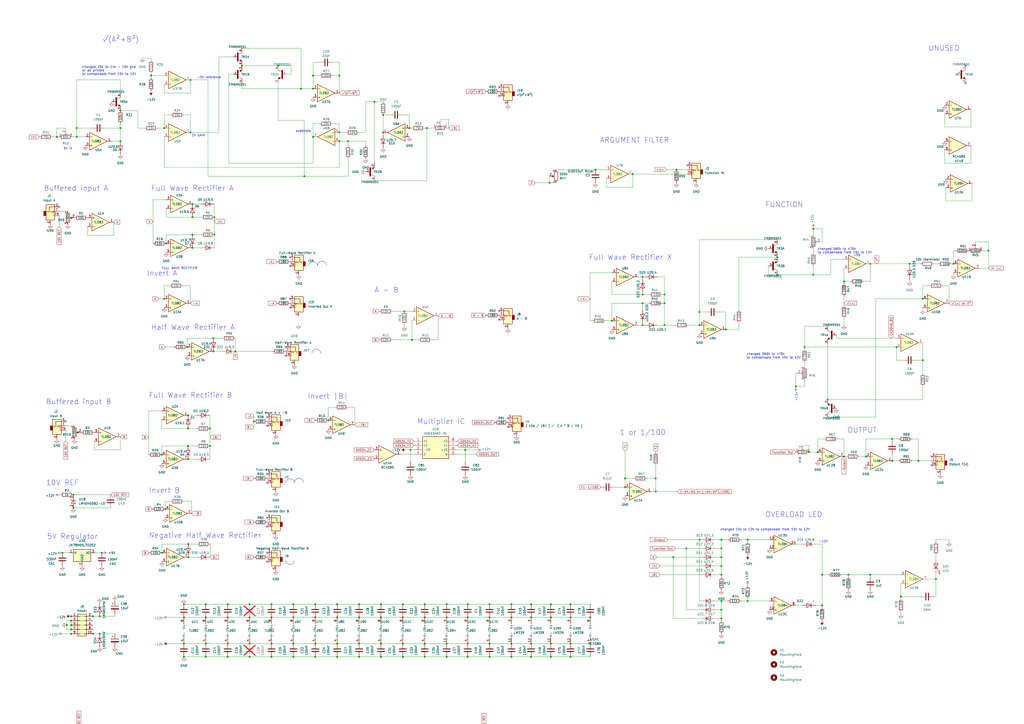
<source format=kicad_sch>
(kicad_sch (version 20230121) (generator eeschema)
  (paper "A2")
  (junction (at 170.18 381))
  (junction (at 401.32 701.675))
  (junction (at 319.532 350.52))
  (junction (at 119.38 373.38))
  (junction (at 157.48 381))
  (junction (at 342.392 358.14))
  (junction (at 532.765 267.335))
  (junction (at 234.569 180.594))
  (junction (at 220.98 381))
  (junction (at 139.7 805.18))
  (junction (at 168.91 822.96))
  (junction (at 502.285 264.795))
  (junction (at 367.03 100.965))
  (junction (at 401.32 709.295))
  (junction (at 330.962 358.14))
  (junction (at 330.962 373.38))
  (junction (at 259.08 381))
  (junction (at 57.785 367.665))
  (junction (at 143.51 599.44))
  (junction (at 308.102 373.38))
  (junction (at 132.08 350.52))
  (junction (at 380.365 277.495))
  (junction (at 41.275 357.505))
  (junction (at 527.685 153.035))
  (junction (at 273.05 509.27))
  (junction (at 156.21 458.47))
  (junction (at 121.793 248.539))
  (junction (at 95.25 173.355))
  (junction (at 161.29 38.1))
  (junction (at 168.91 689.61))
  (junction (at 414.02 491.49))
  (junction (at 239.014 197.104))
  (junction (at 233.68 358.14))
  (junction (at 168.91 435.61))
  (junction (at 283.972 350.52))
  (junction (at 392.43 98.425))
  (junction (at 110.49 76.835))
  (junction (at 157.48 373.38))
  (junction (at 401.32 574.04))
  (junction (at 246.38 373.38))
  (junction (at 95.885 295.275))
  (junction (at 330.962 350.52))
  (junction (at 237.49 74.295))
  (junction (at 414.02 673.735))
  (junction (at 156.21 847.09))
  (junction (at 414.02 739.775))
  (junction (at 246.38 358.14))
  (junction (at 132.08 381))
  (junction (at 156.21 656.59))
  (junction (at 195.58 373.38))
  (junction (at 273.05 476.25))
  (junction (at 476.885 351.155))
  (junction (at 156.21 654.05))
  (junction (at 42.545 287.02))
  (junction (at 59.055 320.675))
  (junction (at 220.98 373.38))
  (junction (at 144.78 373.38))
  (junction (at 124.333 136.144))
  (junction (at 106.68 381))
  (junction (at 208.28 373.38))
  (junction (at 111.633 136.144))
  (junction (at 106.68 350.52))
  (junction (at 156.21 589.28))
  (junction (at 418.465 358.775))
  (junction (at 573.405 145.415))
  (junction (at 195.58 350.52))
  (junction (at 372.745 175.895))
  (junction (at 217.17 59.055))
  (junction (at 168.91 769.62))
  (junction (at 156.21 787.4))
  (junction (at 156.21 784.86))
  (junction (at 38.1 557.53))
  (junction (at 233.68 373.38))
  (junction (at 156.21 721.36))
  (junction (at 296.672 358.14))
  (junction (at 504.825 153.035))
  (junction (at 168.91 488.95))
  (junction (at 461.645 224.155))
  (junction (at 121.793 258.699))
  (junction (at 535.305 173.355))
  (junction (at 308.102 358.14))
  (junction (at 106.68 358.14))
  (junction (at 414.02 556.26))
  (junction (at 246.38 381))
  (junction (at 109.093 258.699))
  (junction (at 156.21 782.32))
  (junction (at 119.38 381))
  (junction (at 246.38 350.52))
  (junction (at 41.275 362.585))
  (junction (at 259.08 373.38))
  (junction (at 140.335 38.1))
  (junction (at 168.91 557.53))
  (junction (at 156.21 448.31))
  (junction (at 222.25 76.835))
  (junction (at 271.272 381))
  (junction (at 319.532 381))
  (junction (at 520.065 201.295))
  (junction (at 238.125 260.985))
  (junction (at 345.44 505.46))
  (junction (at 271.272 358.14))
  (junction (at 405.765 180.975))
  (junction (at 110.49 504.19))
  (junction (at 45.72 443.23))
  (junction (at 273.05 492.76))
  (junction (at 174.625 51.435))
  (junction (at 489.585 163.195))
  (junction (at 181.61 51.435))
  (junction (at 168.91 636.27))
  (junction (at 156.21 453.39))
  (junction (at 476.885 333.375))
  (junction (at 201.93 81.915))
  (junction (at 319.532 373.38))
  (junction (at 41.275 367.665))
  (junction (at 480.06 231.775))
  (junction (at 385.445 170.815))
  (junction (at 222.25 66.675))
  (junction (at 111.633 125.984))
  (junction (at 271.272 373.38))
  (junction (at 41.275 365.125))
  (junction (at 319.532 358.14))
  (junction (at 38.1 491.49))
  (junction (at 283.972 381))
  (junction (at 535.305 208.915))
  (junction (at 182.88 358.14))
  (junction (at 116.205 713.74))
  (junction (at 418.465 318.135))
  (junction (at 296.672 350.52))
  (junction (at 144.78 381))
  (junction (at 492.125 333.375))
  (junction (at 385.445 188.595))
  (junction (at 168.91 624.84))
  (junction (at 259.08 350.52))
  (junction (at 36.195 320.675))
  (junction (at 273.05 558.8))
  (junction (at 418.465 328.295))
  (junction (at 208.28 350.52))
  (junction (at 111.633 143.764))
  (junction (at 156.21 716.28))
  (junction (at 380.365 285.115))
  (junction (at 93.98 320.675))
  (junction (at 168.91 754.38))
  (junction (at 450.85 149.225))
  (junction (at 156.21 651.51))
  (junction (at 147.32 244.475))
  (junction (at 156.21 586.74))
  (junction (at 385.445 175.895))
  (junction (at 390.525 323.215))
  (junction (at 136.525 203.835))
  (junction (at 123.825 203.835))
  (junction (at 220.98 350.52))
  (junction (at 466.725 201.295))
  (junction (at 69.85 81.915))
  (junction (at 42.545 294.64))
  (junction (at 53.975 367.665))
  (junction (at 156.21 450.85))
  (junction (at 182.88 373.38))
  (junction (at 110.49 46.355))
  (junction (at 372.745 188.595))
  (junction (at 95.25 74.295))
  (junction (at 57.785 357.505))
  (junction (at 119.38 358.14))
  (junction (at 157.48 358.14))
  (junction (at 280.67 444.5))
  (junction (at 156.21 852.17))
  (junction (at 450.85 159.385))
  (junction (at 109.093 248.539))
  (junction (at 398.145 318.135))
  (junction (at 38.1 508))
  (junction (at 542.925 335.915))
  (junction (at 96.393 141.224))
  (junction (at 156.21 854.71))
  (junction (at 170.18 358.14))
  (junction (at 308.102 381))
  (junction (at 296.672 373.38))
  (junction (at 308.102 350.52))
  (junction (at 156.21 723.9))
  (junction (at 156.21 718.82))
  (junction (at 196.85 76.835))
  (junction (at 182.88 350.52))
  (junction (at 33.02 79.375))
  (junction (at 433.705 313.055))
  (junction (at 119.38 350.52))
  (junction (at 330.962 381))
  (junction (at 41.275 360.045))
  (junction (at 362.585 282.575))
  (junction (at 168.91 701.04))
  (junction (at 87.63 43.815))
  (junction (at 418.465 333.375))
  (junction (at 280.67 431.8))
  (junction (at 195.58 381))
  (junction (at 190.5 243.84))
  (junction (at 106.68 373.38))
  (junction (at 196.85 81.915))
  (junction (at 181.61 43.815))
  (junction (at 109.22 315.595))
  (junction (at 196.85 43.815))
  (junction (at 144.78 350.52))
  (junction (at 414.02 686.435))
  (junction (at 53.975 357.505))
  (junction (at 108.585 201.295))
  (junction (at 157.48 350.52))
  (junction (at 418.465 348.615))
  (junction (at 405.765 313.055))
  (junction (at 132.08 373.38))
  (junction (at 156.21 849.63))
  (junction (at 168.91 504.19))
  (junction (at 111.633 118.364))
  (junction (at 170.18 350.52))
  (junction (at 38.1 524.51))
  (junction (at 93.853 263.779))
  (junction (at 182.88 381))
  (junction (at 362.585 277.495))
  (junction (at 372.745 160.655))
  (junction (at 405.765 188.595))
  (junction (at 233.68 381))
  (junction (at 156.21 789.94))
  (junction (at 517.525 254.635))
  (junction (at 44.45 74.295))
  (junction (at 247.65 74.295))
  (junction (at 45.72 430.53))
  (junction (at 269.875 260.985))
  (junction (at 489.585 264.795))
  (junction (at 318.77 106.045))
  (junction (at 414.02 544.83))
  (junction (at 109.093 266.319))
  (junction (at 220.98 358.14))
  (junction (at 132.08 358.14))
  (junction (at 44.45 79.375))
  (junction (at 156.21 591.82))
  (junction (at 195.58 358.14))
  (junction (at 208.28 381))
  (junction (at 471.805 132.715))
  (junction (at 259.08 358.14))
  (junction (at 283.972 358.14))
  (junction (at 354.965 186.055))
  (junction (at 69.85 74.295))
  (junction (at 296.672 381))
  (junction (at 342.392 373.38))
  (junction (at 273.05 525.78))
  (junction (at 517.525 267.335))
  (junction (at 271.272 350.52))
  (junction (at 38.1 574.04))
  (junction (at 418.465 323.215))
  (junction (at 38.735 362.585))
  (junction (at 414.02 620.395))
  (junction (at 139.7 797.56))
  (junction (at 474.345 262.255))
  (junction (at 283.972 373.38))
  (junction (at 433.705 348.615))
  (junction (at 233.68 350.52))
  (junction (at 273.05 542.29))
  (junction (at 553.085 153.035))
  (junction (at 418.465 353.695))
  (junction (at 421.005 191.135))
  (junction (at 181.61 79.375))
  (junction (at 418.465 313.055))
  (junction (at 168.91 571.5))
  (junction (at 522.605 346.075))
  (junction (at 504.825 333.375))
  (junction (at 469.265 262.255))
  (junction (at 144.78 358.14))
  (junction (at 109.093 240.919))
  (junction (at 414.02 609.6))
  (junction (at 208.28 358.14))
  (junction (at 401.32 571.5))
  (junction (at 123.825 196.215))
  (junction (at 176.53 102.235))
  (junction (at 109.22 323.215))
  (junction (at 156.21 455.93))
  (junction (at 168.91 834.39))
  (junction (at 170.18 373.38))
  (junction (at 372.745 170.815))
  (junction (at 69.85 64.135))
  (junction (at 38.1 541.02))
  (junction (at 124.333 125.984))
  (junction (at 168.91 887.73))
  (junction (at 273.05 575.31))
  (junction (at 38.1 474.98))
  (junction (at 345.44 98.425))
  (junction (at 471.805 159.385))
  (no_connect (at 154.94 241.935))
  (no_connect (at 332.74 520.7))
  (no_connect (at 401.32 579.12))
  (no_connect (at 289.56 50.546))
  (no_connect (at 289.56 180.34))
  (no_connect (at 154.94 320.675))
  (no_connect (at 198.12 495.935))
  (no_connect (at 294.64 247.65))
  (no_connect (at 55.88 595.63))
  (no_connect (at 540.385 269.875))
  (no_connect (at 123.19 527.05))
  (no_connect (at 97.79 519.43))
  (no_connect (at 165.735 201.295))
  (no_connect (at 540.385 264.795))
  (no_connect (at 38.1 244.475))
  (no_connect (at 154.94 300.355))
  (no_connect (at 214.63 495.935))
  (no_connect (at 289.56 55.626))
  (no_connect (at 275.59 441.96))
  (no_connect (at 40.64 445.77))
  (no_connect (at 290.83 602.615))
  (no_connect (at 154.94 280.035))
  (no_connect (at 71.12 593.09))
  (no_connect (at 154.94 247.015))
  (no_connect (at 214.63 544.195))
  (no_connect (at 398.78 95.885))
  (no_connect (at 168.275 178.435))
  (no_connect (at 275.59 447.04))
  (no_connect (at 168.275 173.355))
  (no_connect (at 154.94 325.755))
  (no_connect (at 34.29 120.015))
  (no_connect (at 290.83 607.695))
  (no_connect (at 181.61 450.85))
  (no_connect (at 198.12 544.195))
  (no_connect (at 401.32 509.27))
  (no_connect (at 401.32 506.73))
  (no_connect (at 560.07 38.1))
  (no_connect (at 401.32 511.81))
  (no_connect (at 358.14 528.32))
  (no_connect (at 560.07 48.26))
  (no_connect (at 40.64 440.69))
  (no_connect (at 168.275 154.305))
  (no_connect (at 289.56 185.42))
  (no_connect (at 154.94 274.955))
  (no_connect (at 294.64 242.57))
  (no_connect (at 401.32 504.19))
  (no_connect (at 165.735 206.375))
  (no_connect (at 554.99 43.18))
  (no_connect (at 306.07 605.155))
  (no_connect (at 154.94 305.435))
  (no_connect (at 55.88 590.55))
  (no_connect (at 168.275 149.225))
  (wire (pts (xy 217.17 59.055) (xy 217.17 94.615)))
  (wire (pts (xy 44.45 74.295) (xy 44.45 46.355)))
  (wire (pts (xy 351.79 108.585) (xy 351.79 103.505)))
  (wire (pts (xy 489.585 163.195) (xy 489.585 164.465)))
  (wire (pts (xy 99.06 290.83) (xy 95.885 290.83)))
  (wire (pts (xy 54.61 260.985) (xy 54.61 255.905)))
  (wire (pts (xy 208.28 358.14) (xy 220.98 358.14)))
  (wire (pts (xy 502.285 264.795) (xy 502.285 254.635)))
  (wire (pts (xy 156.21 591.82) (xy 156.21 594.36)))
  (wire (pts (xy 109.093 258.699) (xy 93.853 258.699)))
  (wire (pts (xy 96.393 136.144) (xy 96.393 141.224)))
  (wire (pts (xy 418.465 348.615) (xy 418.465 353.695)))
  (wire (pts (xy 38.1 574.04) (xy 55.88 574.04)))
  (wire (pts (xy 156.21 721.36) (xy 156.21 723.9)))
  (wire (pts (xy 393.7 516.89) (xy 392.43 516.89)))
  (wire (pts (xy 382.905 333.375) (xy 407.035 333.375)))
  (wire (pts (xy 140.335 27.94) (xy 174.625 27.94)))
  (wire (pts (xy 95.25 53.975) (xy 110.49 53.975)))
  (wire (pts (xy 414.655 333.375) (xy 418.465 333.375)))
  (wire (pts (xy 273.05 476.25) (xy 265.43 476.25)))
  (wire (pts (xy 190.5 243.84) (xy 190.5 236.22)))
  (wire (pts (xy 466.725 224.155) (xy 466.725 220.345)))
  (wire (pts (xy 111.633 136.144) (xy 96.393 136.144)))
  (wire (pts (xy 405.765 180.975) (xy 409.575 180.975)))
  (wire (pts (xy 181.61 43.815) (xy 181.61 36.195)))
  (wire (pts (xy 489.585 184.785) (xy 489.585 188.595)))
  (wire (pts (xy 144.78 350.52) (xy 157.48 350.52)))
  (wire (pts (xy 86.233 238.379) (xy 86.233 263.779)))
  (wire (pts (xy 106.68 373.38) (xy 97.79 373.38)))
  (wire (pts (xy 34.29 122.555) (xy 39.37 122.555)))
  (wire (pts (xy 38.735 360.045) (xy 41.275 360.045)))
  (wire (pts (xy 362.585 261.62) (xy 362.585 277.495)))
  (wire (pts (xy 398.145 318.135) (xy 398.145 353.695)))
  (wire (pts (xy 66.04 128.905) (xy 66.04 136.525)))
  (wire (pts (xy 156.21 716.28) (xy 156.21 718.82)))
  (wire (pts (xy 69.85 64.135) (xy 80.01 64.135)))
  (wire (pts (xy 573.405 140.335) (xy 573.405 145.415)))
  (wire (pts (xy 168.91 701.04) (xy 168.91 706.12)))
  (wire (pts (xy 38.1 486.41) (xy 38.1 491.49)))
  (wire (pts (xy 136.525 203.835) (xy 158.115 203.835)))
  (wire (pts (xy 392.43 516.89) (xy 392.43 514.35)))
  (wire (pts (xy 53.975 367.665) (xy 57.785 367.665)))
  (wire (pts (xy 414.02 556.26) (xy 414.02 561.34)))
  (wire (pts (xy 354.965 175.895) (xy 354.965 186.055)))
  (wire (pts (xy 387.35 313.055) (xy 405.765 313.055)))
  (wire (pts (xy 69.85 253.365) (xy 69.85 260.985)))
  (wire (pts (xy 401.32 568.96) (xy 401.32 571.5)))
  (wire (pts (xy 391.795 318.135) (xy 398.145 318.135)))
  (wire (pts (xy 418.465 353.695) (xy 418.465 358.775)))
  (wire (pts (xy 110.49 76.835) (xy 127 76.835)))
  (wire (pts (xy 414.02 607.06) (xy 414.02 609.6)))
  (wire (pts (xy 156.21 455.93) (xy 156.21 458.47)))
  (wire (pts (xy 88.773 115.824) (xy 96.393 115.824)))
  (wire (pts (xy 367.03 100.965) (xy 367.03 108.585)))
  (wire (pts (xy 81.28 534.67) (xy 81.28 560.07)))
  (wire (pts (xy 121.793 248.539) (xy 121.793 258.699)))
  (wire (pts (xy 208.28 381) (xy 220.98 381)))
  (wire (pts (xy 176.53 102.235) (xy 201.93 102.235)))
  (wire (pts (xy 273.05 542.29) (xy 273.05 546.1)))
  (wire (pts (xy 95.885 201.295) (xy 100.965 201.295)))
  (wire (pts (xy 405.765 188.595) (xy 405.765 180.975)))
  (wire (pts (xy 38.1 508) (xy 55.88 508)))
  (wire (pts (xy 182.88 358.14) (xy 195.58 358.14)))
  (wire (pts (xy 132.08 350.52) (xy 144.78 350.52)))
  (wire (pts (xy 170.18 373.38) (xy 182.88 373.38)))
  (wire (pts (xy 234.569 188.214) (xy 234.569 189.484)))
  (wire (pts (xy 44.45 46.355) (xy 69.85 46.355)))
  (wire (pts (xy 119.38 373.38) (xy 132.08 373.38)))
  (wire (pts (xy 110.49 53.975) (xy 110.49 46.355)))
  (wire (pts (xy 476.885 351.155) (xy 476.885 352.425)))
  (wire (pts (xy 372.745 188.595) (xy 374.015 188.595)))
  (wire (pts (xy 174.625 27.94) (xy 174.625 51.435)))
  (wire (pts (xy 469.265 262.255) (xy 474.345 262.255)))
  (wire (pts (xy 41.275 365.125) (xy 53.975 365.125)))
  (wire (pts (xy 119.38 358.14) (xy 132.08 358.14)))
  (wire (pts (xy 193.04 71.755) (xy 196.85 71.755)))
  (wire (pts (xy 156.21 784.86) (xy 156.21 787.4)))
  (wire (pts (xy 132.08 358.14) (xy 144.78 358.14)))
  (wire (pts (xy 174.625 51.435) (xy 181.61 51.435)))
  (wire (pts (xy 548.005 73.66) (xy 563.245 73.66)))
  (wire (pts (xy 254.254 183.134) (xy 254.254 197.104)))
  (wire (pts (xy 273.05 542.29) (xy 290.83 542.29)))
  (wire (pts (xy 466.725 210.185) (xy 466.725 212.725)))
  (wire (pts (xy 565.785 140.335) (xy 573.405 140.335)))
  (wire (pts (xy 401.32 699.135) (xy 401.32 701.675)))
  (wire (pts (xy 156.21 782.32) (xy 156.21 784.86)))
  (wire (pts (xy 156.21 789.94) (xy 156.21 792.48)))
  (wire (pts (xy 246.38 358.14) (xy 259.08 358.14)))
  (wire (pts (xy 418.465 348.615) (xy 422.275 348.615)))
  (wire (pts (xy 273.05 504.19) (xy 273.05 509.27)))
  (wire (pts (xy 480.06 241.935) (xy 508 241.935)))
  (wire (pts (xy 87.63 43.815) (xy 87.63 45.085)))
  (wire (pts (xy 553.085 158.115) (xy 553.085 159.385)))
  (wire (pts (xy 471.805 154.305) (xy 471.805 159.385)))
  (wire (pts (xy 362.585 282.575) (xy 356.235 282.575)))
  (wire (pts (xy 181.61 71.755) (xy 185.42 71.755)))
  (wire (pts (xy 548.005 86.995) (xy 548.005 94.615)))
  (wire (pts (xy 87.63 42.545) (xy 87.63 43.815)))
  (wire (pts (xy 38.1 474.98) (xy 55.88 474.98)))
  (wire (pts (xy 385.445 175.895) (xy 385.445 188.595)))
  (wire (pts (xy 92.075 173.355) (xy 95.25 173.355)))
  (wire (pts (xy 33.02 74.295) (xy 38.1 74.295)))
  (wire (pts (xy 120.65 102.235) (xy 176.53 102.235)))
  (wire (pts (xy 124.333 136.144) (xy 124.333 143.764)))
  (wire (pts (xy 38.1 491.49) (xy 55.88 491.49)))
  (wire (pts (xy 414.02 542.29) (xy 414.02 544.83)))
  (wire (pts (xy 201.93 236.22) (xy 205.74 236.22)))
  (wire (pts (xy 405.765 313.055) (xy 405.765 348.615)))
  (wire (pts (xy 259.08 381) (xy 271.272 381)))
  (wire (pts (xy 109.093 266.319) (xy 114.173 266.319)))
  (wire (pts (xy 111.633 143.764) (xy 116.713 143.764)))
  (wire (pts (xy 195.58 350.52) (xy 208.28 350.52)))
  (wire (pts (xy 78.74 532.13) (xy 78.74 543.56)))
  (wire (pts (xy 542.925 332.105) (xy 542.925 335.915)))
  (wire (pts (xy 271.272 358.14) (xy 283.972 358.14)))
  (wire (pts (xy 418.465 333.375) (xy 418.465 334.645)))
  (wire (pts (xy 109.093 248.539) (xy 114.173 248.539)))
  (wire (pts (xy 542.925 313.055) (xy 542.925 314.325)))
  (wire (pts (xy 342.265 158.115) (xy 354.965 158.115)))
  (wire (pts (xy 321.31 478.79) (xy 306.07 478.79)))
  (wire (pts (xy 362.585 277.495) (xy 367.665 277.495)))
  (wire (pts (xy 372.745 175.895) (xy 376.555 175.895)))
  (wire (pts (xy 414.02 671.195) (xy 414.02 673.735)))
  (wire (pts (xy 45.72 430.53) (xy 53.34 430.53)))
  (wire (pts (xy 205.74 236.22) (xy 205.74 246.38)))
  (wire (pts (xy 255.27 69.215) (xy 260.35 69.215)))
  (wire (pts (xy 370.205 188.595) (xy 372.745 188.595)))
  (wire (pts (xy 504.825 333.375) (xy 522.605 333.375)))
  (wire (pts (xy 498.475 264.795) (xy 502.285 264.795)))
  (wire (pts (xy 156.21 847.09) (xy 156.21 849.63)))
  (wire (pts (xy 124.333 125.984) (xy 124.333 136.144)))
  (wire (pts (xy 66.675 356.235) (xy 66.675 357.505)))
  (wire (pts (xy 168.91 38.1) (xy 168.91 43.18)))
  (wire (pts (xy 132.715 43.18) (xy 135.255 43.18)))
  (wire (pts (xy 322.58 98.425) (xy 345.44 98.425)))
  (wire (pts (xy 97.79 537.21) (xy 83.82 537.21)))
  (wire (pts (xy 476.885 132.715) (xy 476.885 140.335)))
  (wire (pts (xy 168.91 486.41) (xy 168.91 488.95)))
  (wire (pts (xy 414.655 313.055) (xy 418.465 313.055)))
  (wire (pts (xy 321.31 523.24) (xy 321.31 478.79)))
  (wire (pts (xy 546.735 165.735) (xy 550.545 165.735)))
  (wire (pts (xy 405.765 348.615) (xy 407.035 348.615)))
  (wire (pts (xy 316.23 561.34) (xy 306.07 561.34)))
  (wire (pts (xy 176.53 69.85) (xy 176.53 102.235)))
  (wire (pts (xy 38.1 491.49) (xy 38.1 495.3)))
  (wire (pts (xy 57.785 367.665) (xy 66.675 367.665)))
  (wire (pts (xy 161.29 69.85) (xy 176.53 69.85)))
  (wire (pts (xy 97.79 534.67) (xy 81.28 534.67)))
  (wire (pts (xy 208.28 76.835) (xy 212.09 76.835)))
  (wire (pts (xy 106.68 350.52) (xy 119.38 350.52)))
  (wire (pts (xy 69.85 260.985) (xy 54.61 260.985)))
  (wire (pts (xy 147.32 244.475) (xy 147.32 247.65)))
  (wire (pts (xy 190.5 236.22) (xy 194.31 236.22)))
  (wire (pts (xy 318.77 577.85) (xy 306.07 577.85)))
  (wire (pts (xy 38.1 474.98) (xy 30.48 474.98)))
  (wire (pts (xy 520.065 208.915) (xy 523.875 208.915)))
  (wire (pts (xy 332.74 533.4) (xy 313.69 533.4)))
  (wire (pts (xy 535.305 224.155) (xy 535.305 231.775)))
  (wire (pts (xy 156.21 589.28) (xy 156.21 591.82)))
  (wire (pts (xy 418.465 333.375) (xy 418.465 328.295)))
  (wire (pts (xy 87.63 33.655) (xy 87.63 34.925)))
  (wire (pts (xy 139.7 797.56) (xy 148.59 797.56)))
  (wire (pts (xy 112.395 713.74) (xy 116.205 713.74)))
  (wire (pts (xy 418.465 358.775) (xy 418.465 360.045)))
  (wire (pts (xy 41.275 367.665) (xy 53.975 367.665)))
  (wire (pts (xy 563.88 106.426) (xy 563.88 116.586)))
  (wire (pts (xy 527.685 153.035) (xy 534.035 153.035)))
  (wire (pts (xy 535.305 208.915) (xy 535.305 216.535)))
  (wire (pts (xy 93.98 315.595) (xy 93.98 320.675)))
  (wire (pts (xy 109.093 248.539) (xy 93.853 248.539)))
  (wire (pts (xy 170.18 381) (xy 182.88 381)))
  (wire (pts (xy 69.85 46.355) (xy 69.85 53.975)))
  (wire (pts (xy 95.885 290.83) (xy 95.885 295.275)))
  (wire (pts (xy 86.233 238.379) (xy 93.853 238.379)))
  (wire (pts (xy 386.715 98.425) (xy 392.43 98.425)))
  (wire (pts (xy 119.38 350.52) (xy 132.08 350.52)))
  (wire (pts (xy 380.365 269.875) (xy 380.365 277.495)))
  (wire (pts (xy 466.725 189.23) (xy 480.06 189.23)))
  (wire (pts (xy 38.1 541.02) (xy 38.1 544.83)))
  (wire (pts (xy 156.21 654.05) (xy 156.21 656.59)))
  (wire (pts (xy 83.82 524.51) (xy 97.79 524.51)))
  (wire (pts (xy 110.49 504.19) (xy 110.49 509.27)))
  (wire (pts (xy 132.08 373.38) (xy 144.78 373.38)))
  (wire (pts (xy 504.825 333.375) (xy 504.825 334.645)))
  (wire (pts (xy 156.21 854.71) (xy 156.21 857.25)))
  (wire (pts (xy 542.925 321.945) (xy 542.925 324.485)))
  (wire (pts (xy 208.28 350.52) (xy 220.98 350.52)))
  (wire (pts (xy 156.21 849.63) (xy 156.21 852.17)))
  (wire (pts (xy 535.305 178.435) (xy 535.305 179.705)))
  (wire (pts (xy 271.272 373.38) (xy 283.972 373.38)))
  (wire (pts (xy 508 173.355) (xy 535.305 173.355)))
  (wire (pts (xy 106.68 358.14) (xy 119.38 358.14)))
  (wire (pts (xy 53.975 357.505) (xy 57.785 357.505)))
  (wire (pts (xy 318.77 525.78) (xy 332.74 525.78)))
  (wire (pts (xy 372.745 169.545) (xy 372.745 170.815)))
  (wire (pts (xy 527.685 161.925) (xy 527.685 163.195)))
  (wire (pts (xy 102.235 713.74) (xy 104.775 713.74)))
  (wire (pts (xy 476.885 333.375) (xy 476.885 351.155)))
  (wire (pts (xy 528.955 254.635) (xy 532.765 254.635)))
  (wire (pts (xy 517.525 254.635) (xy 521.335 254.635)))
  (wire (pts (xy 156.21 852.17) (xy 156.21 854.71)))
  (wire (pts (xy 384.175 175.895) (xy 385.445 175.895)))
  (wire (pts (xy 271.272 350.52) (xy 283.972 350.52)))
  (wire (pts (xy 485.775 254.635) (xy 489.585 254.635)))
  (wire (pts (xy 573.405 155.575) (xy 568.325 155.575)))
  (wire (pts (xy 86.36 477.52) (xy 71.12 477.52)))
  (wire (pts (xy 87.63 33.655) (xy 82.55 33.655)))
  (wire (pts (xy 201.93 92.075) (xy 201.93 102.235)))
  (wire (pts (xy 168.91 636.27) (xy 168.91 641.35)))
  (wire (pts (xy 310.515 106.045) (xy 318.77 106.045)))
  (wire (pts (xy 548.005 66.04) (xy 548.005 73.66)))
  (wire (pts (xy 313.69 533.4) (xy 313.69 544.83)))
  (wire (pts (xy 156.21 448.31) (xy 156.21 450.85)))
  (wire (pts (xy 168.91 435.61) (xy 168.91 440.69)))
  (wire (pts (xy 399.415 188.595) (xy 405.765 188.595)))
  (wire (pts (xy 161.29 48.26) (xy 161.29 69.85)))
  (wire (pts (xy 239.014 197.104) (xy 242.824 197.104)))
  (wire (pts (xy 38.1 474.98) (xy 38.1 478.79)))
  (wire (pts (xy 522.605 354.965) (xy 522.605 356.235)))
  (wire (pts (xy 217.17 59.055) (xy 222.25 59.055)))
  (wire (pts (xy 489.585 254.635) (xy 489.585 264.795)))
  (wire (pts (xy 370.205 160.655) (xy 372.745 160.655)))
  (wire (pts (xy 418.465 318.135) (xy 418.465 323.215)))
  (wire (pts (xy 296.672 373.38) (xy 308.102 373.38)))
  (wire (pts (xy 550.545 165.735) (xy 550.545 175.895)))
  (wire (pts (xy 80.01 64.135) (xy 80.01 74.295)))
  (wire (pts (xy 168.91 571.5) (xy 168.91 576.58)))
  (wire (pts (xy 565.785 140.335) (xy 565.785 141.605)))
  (wire (pts (xy 553.085 153.035) (xy 553.085 145.415)))
  (wire (pts (xy 124.333 118.364) (xy 124.333 125.984)))
  (wire (pts (xy 181.61 36.195) (xy 185.42 36.195)))
  (wire (pts (xy 273.05 487.68) (xy 273.05 492.76)))
  (wire (pts (xy 33.02 79.375) (xy 33.02 74.295)))
  (wire (pts (xy 182.88 373.38) (xy 195.58 373.38)))
  (wire (pts (xy 38.735 360.045) (xy 38.735 362.585)))
  (wire (pts (xy 57.785 357.505) (xy 66.675 357.505)))
  (wire (pts (xy 271.272 381) (xy 283.972 381)))
  (wire (pts (xy 537.845 335.915) (xy 542.925 335.915)))
  (wire (pts (xy 246.38 74.295) (xy 247.65 74.295)))
  (wire (pts (xy 542.925 313.055) (xy 550.545 313.055)))
  (wire (pts (xy 385.445 170.815) (xy 385.445 175.895)))
  (wire (pts (xy 38.1 557.53) (xy 55.88 557.53)))
  (wire (pts (xy 80.01 74.295) (xy 83.82 74.295)))
  (wire (pts (xy 372.745 170.815) (xy 376.555 170.815)))
  (wire (pts (xy 380.365 277.495) (xy 380.365 285.115)))
  (wire (pts (xy 319.532 381) (xy 330.962 381)))
  (wire (pts (xy 136.525 196.215) (xy 136.525 203.835)))
  (wire (pts (xy 181.61 51.435) (xy 181.61 43.815)))
  (wire (pts (xy 116.205 713.74) (xy 122.555 713.74)))
  (wire (pts (xy 45.72 430.53) (xy 45.72 443.23)))
  (wire (pts (xy 418.465 313.055) (xy 418.465 318.135)))
  (wire (pts (xy 476.885 315.595) (xy 476.885 333.375)))
  (wire (pts (xy 481.965 150.495) (xy 489.585 150.495)))
  (wire (pts (xy 332.74 528.32) (xy 316.23 528.32)))
  (wire (pts (xy 319.532 358.14) (xy 330.962 358.14)))
  (wire (pts (xy 296.672 381) (xy 308.102 381)))
  (wire (pts (xy 41.275 362.585) (xy 41.275 365.125)))
  (wire (pts (xy 44.45 74.295) (xy 53.34 74.295)))
  (wire (pts (xy 398.145 318.135) (xy 407.035 318.135)))
  (wire (pts (xy 38.1 557.53) (xy 38.1 561.34)))
  (wire (pts (xy 521.335 267.335) (xy 517.525 267.335)))
  (wire (pts (xy 120.65 46.355) (xy 120.65 102.235)))
  (wire (pts (xy 140.335 38.1) (xy 161.29 38.1)))
  (wire (pts (xy 330.962 350.52) (xy 342.392 350.52)))
  (wire (pts (xy 316.23 511.81) (xy 306.07 511.81)))
  (wire (pts (xy 247.65 104.775) (xy 217.17 104.775)))
  (wire (pts (xy 414.655 328.295) (xy 418.465 328.295)))
  (wire (pts (xy 504.825 153.035) (xy 527.685 153.035)))
  (wire (pts (xy 97.79 521.97) (xy 86.36 521.97)))
  (wire (pts (xy 111.633 136.144) (xy 116.713 136.144)))
  (wire (pts (xy 87.63 43.815) (xy 95.25 43.815)))
  (wire (pts (xy 238.125 260.985) (xy 238.125 267.97)))
  (wire (pts (xy 147.32 241.3) (xy 147.32 244.475)))
  (wire (pts (xy 247.65 74.295) (xy 247.65 104.775)))
  (wire (pts (xy 550.545 313.055) (xy 550.545 314.325)))
  (wire (pts (xy 38.735 365.125) (xy 41.275 365.125)))
  (wire (pts (xy 541.655 346.075) (xy 542.925 346.075)))
  (wire (pts (xy 492.125 333.375) (xy 492.125 334.645)))
  (wire (pts (xy 247.65 74.295) (xy 251.46 74.295)))
  (wire (pts (xy 239.014 185.674) (xy 239.014 197.104)))
  (wire (pts (xy 488.315 333.375) (xy 492.125 333.375)))
  (wire (pts (xy 384.175 170.815) (xy 385.445 170.815)))
  (wire (pts (xy 38.1 247.015) (xy 43.18 247.015)))
  (wire (pts (xy 548.005 94.615) (xy 563.245 94.615)))
  (wire (pts (xy 372.745 175.895) (xy 354.965 175.895)))
  (wire (pts (xy 385.445 160.655) (xy 385.445 170.815)))
  (wire (pts (xy 127 33.02) (xy 127 76.835)))
  (wire (pts (xy 250.444 197.104) (xy 254.254 197.104)))
  (wire (pts (xy 390.525 323.215) (xy 390.525 358.775)))
  (wire (pts (xy 405.765 139.065) (xy 405.765 180.975)))
  (wire (pts (xy 480.06 199.39) (xy 480.06 231.775)))
  (wire (pts (xy 273.05 558.8) (xy 273.05 562.61)))
  (wire (pts (xy 283.972 373.38) (xy 296.672 373.38)))
  (wire (pts (xy 95.25 66.675) (xy 99.06 66.675)))
  (wire (pts (xy 41.91 79.375) (xy 44.45 79.375)))
  (wire (pts (xy 156.21 453.39) (xy 156.21 455.93)))
  (wire (pts (xy 489.585 155.575) (xy 489.585 163.195)))
  (wire (pts (xy 354.965 170.815) (xy 372.745 170.815)))
  (wire (pts (xy 433.705 348.615) (xy 446.405 348.615)))
  (wire (pts (xy 132.715 43.18) (xy 132.715 94.615)))
  (wire (pts (xy 208.28 373.38) (xy 220.98 373.38)))
  (wire (pts (xy 280.67 431.8) (xy 288.29 431.8)))
  (wire (pts (xy 36.83 367.665) (xy 41.275 367.665)))
  (wire (pts (xy 474.345 254.635) (xy 478.155 254.635)))
  (wire (pts (xy 196.85 43.815) (xy 196.85 53.975)))
  (wire (pts (xy 342.265 186.055) (xy 342.265 158.115)))
  (wire (pts (xy 201.93 81.915) (xy 201.93 84.455)))
  (wire (pts (xy 123.825 196.215) (xy 108.585 196.215)))
  (wire (pts (xy 433.705 313.055) (xy 433.705 314.325)))
  (wire (pts (xy 569.595 145.415) (xy 573.405 145.415)))
  (wire (pts (xy 573.405 145.415) (xy 573.405 155.575)))
  (wire (pts (xy 489.585 163.195) (xy 493.395 163.195)))
  (wire (pts (xy 116.205 713.74) (xy 116.205 715.01)))
  (wire (pts (xy 313.69 544.83) (xy 306.07 544.83)))
  (wire (pts (xy 390.525 323.215) (xy 407.035 323.215)))
  (wire (pts (xy 522.605 346.075) (xy 534.035 346.075)))
  (wire (pts (xy 212.09 59.055) (xy 212.09 76.835)))
  (wire (pts (xy 109.22 315.595) (xy 93.98 315.595)))
  (wire (pts (xy 234.569 180.594) (xy 239.014 180.594)))
  (wire (pts (xy 81.28 527.05) (xy 81.28 510.54)))
  (wire (pts (xy 156.21 458.47) (xy 156.21 461.01)))
  (wire (pts (xy 108.585 196.215) (xy 108.585 201.295)))
  (wire (pts (xy 414.655 353.695) (xy 418.465 353.695)))
  (wire (pts (xy 535.305 173.355) (xy 535.305 165.735)))
  (wire (pts (xy 168.91 554.99) (xy 168.91 557.53)))
  (wire (pts (xy 44.45 79.375) (xy 49.53 79.375)))
  (wire (pts (xy 246.38 373.38) (xy 259.08 373.38)))
  (wire (pts (xy 237.49 74.295) (xy 237.49 66.675)))
  (wire (pts (xy 111.633 125.984) (xy 116.713 125.984)))
  (wire (pts (xy 38.735 362.585) (xy 38.735 365.125)))
  (wire (pts (xy 246.38 350.52) (xy 259.08 350.52)))
  (wire (pts (xy 259.08 358.14) (xy 271.272 358.14)))
  (wire (pts (xy 140.335 48.26) (xy 140.335 51.435)))
  (wire (pts (xy 471.805 144.145) (xy 471.805 146.685)))
  (wire (pts (xy 220.98 381) (xy 233.68 381)))
  (wire (pts (xy 259.08 350.52) (xy 271.272 350.52)))
  (wire (pts (xy 110.49 66.675) (xy 110.49 76.835)))
  (wire (pts (xy 38.1 74.295) (xy 38.1 75.565)))
  (wire (pts (xy 428.625 149.225) (xy 450.85 149.225)))
  (wire (pts (xy 372.745 188.595) (xy 372.745 187.325)))
  (wire (pts (xy 181.61 94.615) (xy 181.61 79.375)))
  (wire (pts (xy 466.725 189.23) (xy 466.725 201.295)))
  (wire (pts (xy 195.58 373.38) (xy 208.28 373.38)))
  (wire (pts (xy 38.1 508) (xy 38.1 511.81)))
  (wire (pts (xy 182.88 381) (xy 195.58 381)))
  (wire (pts (xy 319.532 350.52) (xy 330.962 350.52)))
  (wire (pts (xy 375.285 277.495) (xy 380.365 277.495)))
  (wire (pts (xy 318.77 495.3) (xy 318.77 525.78)))
  (wire (pts (xy 168.91 769.62) (xy 168.91 774.7)))
  (wire (pts (xy 38.1 502.92) (xy 38.1 508)))
  (wire (pts (xy 106.68 381) (xy 119.38 381)))
  (wire (pts (xy 38.1 535.94) (xy 38.1 541.02)))
  (wire (pts (xy 144.78 381) (xy 157.48 381)))
  (wire (pts (xy 473.075 315.595) (xy 476.885 315.595)))
  (wire (pts (xy 233.68 373.38) (xy 246.38 373.38)))
  (wire (pts (xy 38.1 524.51) (xy 38.1 528.32)))
  (wire (pts (xy 330.962 381) (xy 342.392 381)))
  (wire (pts (xy 98.425 165.735) (xy 95.25 165.735)))
  (wire (pts (xy 381.635 160.655) (xy 385.445 160.655)))
  (wire (pts (xy 450.85 159.385) (xy 471.805 159.385)))
  (wire (pts (xy 517.525 263.525) (xy 517.525 267.335)))
  (wire (pts (xy 414.655 323.215) (xy 418.465 323.215)))
  (wire (pts (xy 157.48 350.52) (xy 170.18 350.52)))
  (wire (pts (xy 196.85 36.195) (xy 196.85 43.815)))
  (wire (pts (xy 532.765 267.335) (xy 528.955 267.335)))
  (wire (pts (xy 106.68 66.675) (xy 110.49 66.675)))
  (wire (pts (xy 522.605 338.455) (xy 522.605 346.075)))
  (wire (pts (xy 96.393 120.904) (xy 96.393 125.984)))
  (wire (pts (xy 563.245 63.5) (xy 563.245 73.66)))
  (wire (pts (xy 401.32 709.295) (xy 401.32 711.835)))
  (wire (pts (xy 78.74 527.05) (xy 71.12 527.05)))
  (wire (pts (xy 83.82 494.03) (xy 83.82 524.51)))
  (wire (pts (xy 283.972 350.52) (xy 296.672 350.52)))
  (wire (pts (xy 196.85 97.155) (xy 196.85 81.915)))
  (wire (pts (xy 111.125 290.83) (xy 111.125 297.815)))
  (wire (pts (xy 273.05 575.31) (xy 290.83 575.31)))
  (wire (pts (xy 466.725 201.295) (xy 466.725 202.565)))
  (wire (pts (xy 50.8 136.525) (xy 50.8 131.445)))
  (wire (pts (xy 121.793 258.699) (xy 121.793 266.319)))
  (wire (pts (xy 95.25 165.735) (xy 95.25 173.355)))
  (wire (pts (xy 471.805 159.385) (xy 481.965 159.385)))
  (wire (pts (xy 421.005 180.975) (xy 421.005 191.135)))
  (wire (pts (xy 123.825 203.835) (xy 128.905 203.835)))
  (wire (pts (xy 551.815 153.035) (xy 553.085 153.035)))
  (wire (pts (xy 445.77 154.305) (xy 445.77 159.385)))
  (wire (pts (xy 95.25 97.155) (xy 196.85 97.155)))
  (wire (pts (xy 380.365 285.115) (xy 377.825 285.115)))
  (wire (pts (xy 433.705 347.345) (xy 433.705 348.615)))
  (wire (pts (xy 78.74 529.59) (xy 78.74 527.05)))
  (wire (pts (xy 414.655 318.135) (xy 418.465 318.135)))
  (wire (pts (xy 222.25 76.835) (xy 222.25 78.105)))
  (wire (pts (xy 78.74 543.56) (xy 71.12 543.56)))
  (wire (pts (xy 417.195 180.975) (xy 421.005 180.975)))
  (wire (pts (xy 161.29 38.1) (xy 168.91 38.1)))
  (wire (pts (xy 41.275 360.045) (xy 53.975 360.045)))
  (wire (pts (xy 220.98 358.14) (xy 233.68 358.14)))
  (wire (pts (xy 227.584 197.104) (xy 239.014 197.104)))
  (wire (pts (xy 541.655 153.035) (xy 544.195 153.035)))
  (wire (pts (xy 30.48 79.375) (xy 33.02 79.375)))
  (wire (pts (xy 489.585 264.795) (xy 490.855 264.795)))
  (wire (pts (xy 156.21 713.74) (xy 156.21 716.28)))
  (wire (pts (xy 97.79 358.14) (xy 106.68 358.14)))
  (wire (pts (xy 157.48 358.14) (xy 170.18 358.14)))
  (wire (pts (xy 548.64 116.586) (xy 563.88 116.586)))
  (wire (pts (xy 318.77 106.045) (xy 322.58 106.045)))
  (wire (pts (xy 502.285 254.635) (xy 517.525 254.635)))
  (wire (pts (xy 220.98 380.365) (xy 220.98 381)))
  (wire (pts (xy 414.655 348.615) (xy 418.465 348.615)))
  (wire (pts (xy 265.43 263.525) (xy 276.225 263.525)))
  (wire (pts (xy 233.68 66.675) (xy 237.49 66.675)))
  (wire (pts (xy 414.02 620.395) (xy 414.02 625.475)))
  (wire (pts (xy 273.05 520.7) (xy 273.05 525.78)))
  (wire (pts (xy 148.59 859.79) (xy 147.32 859.79)))
  (wire (pts (xy 33.02 79.375) (xy 34.29 79.375)))
  (wire (pts (xy 110.49 46.355) (xy 120.65 46.355)))
  (wire (pts (xy 109.093 258.699) (xy 114.173 258.699)))
  (wire (pts (xy 269.875 260.985) (xy 276.225 260.985)))
  (wire (pts (xy 372.745 179.705) (xy 372.745 175.895)))
  (wire (pts (xy 318.77 102.235) (xy 318.77 106.045)))
  (wire (pts (xy 531.495 208.915) (xy 535.305 208.915)))
  (wire (pts (xy 428.625 187.325) (xy 428.625 191.135)))
  (wire (pts (xy 269.875 260.985) (xy 269.875 267.97)))
  (wire (pts (xy 121.92 315.595) (xy 121.92 323.215)))
  (wire (pts (xy 548.64 108.966) (xy 548.64 116.586)))
  (wire (pts (xy 273.05 570.23) (xy 273.05 575.31)))
  (wire (pts (xy 119.38 381) (xy 132.08 381)))
  (wire (pts (xy 132.08 381) (xy 144.78 381)))
  (wire (pts (xy 280.67 431.8) (xy 280.67 444.5)))
  (wire (pts (xy 316.23 528.32) (xy 316.23 511.81)))
  (wire (pts (xy 342.265 186.055) (xy 343.535 186.055)))
  (wire (pts (xy 95.25 79.375) (xy 95.25 97.155)))
  (wire (pts (xy 55.245 320.675) (xy 59.055 320.675)))
  (wire (pts (xy 237.49 74.295) (xy 238.76 74.295)))
  (wire (pts (xy 362.585 277.495) (xy 362.585 282.575)))
  (wire (pts (xy 318.77 538.48) (xy 318.77 577.85)))
  (wire (pts (xy 168.91 834.39) (xy 168.91 839.47)))
  (wire (pts (xy 401.32 701.675) (xy 401.32 704.215)))
  (wire (pts (xy 390.525 358.775) (xy 407.035 358.775)))
  (wire (pts (xy 156.21 648.97) (xy 156.21 651.51)))
  (wire (pts (xy 246.38 381) (xy 259.08 381)))
  (wire (pts (xy 195.58 381) (xy 208.28 381)))
  (wire (pts (xy 83.82 537.21) (xy 83.82 576.58)))
  (wire (pts (xy 345.44 505.46) (xy 345.44 510.54)))
  (wire (pts (xy 296.672 358.14) (xy 308.102 358.14)))
  (wire (pts (xy 392.43 514.35) (xy 393.7 514.35)))
  (wire (pts (xy 354.965 163.195) (xy 354.965 170.815)))
  (wire (pts (xy 475.615 140.335) (xy 476.885 140.335)))
  (wire (pts (xy 123.825 196.215) (xy 128.905 196.215)))
  (wire (pts (xy 342.392 373.38) (xy 342.646 373.38)))
  (wire (pts (xy 508 241.935) (xy 508 173.355)))
  (wire (pts (xy 308.102 358.14) (xy 319.532 358.14)))
  (wire (pts (xy 156.21 450.85) (xy 156.21 453.39)))
  (wire (pts (xy 471.805 132.715) (xy 476.885 132.715)))
  (wire (pts (xy 193.04 43.815) (xy 196.85 43.815)))
  (wire (pts (xy 414.02 686.435) (xy 414.02 691.515)))
  (wire (pts (xy 469.265 262.255) (xy 469.265 258.445)))
  (wire (pts (xy 69.85 81.915) (xy 69.85 74.295)))
  (wire (pts (xy 97.79 529.59) (xy 78.74 529.59)))
  (wire (pts (xy 414.655 358.775) (xy 418.465 358.775)))
  (wire (pts (xy 306.07 495.3) (xy 318.77 495.3)))
  (wire (pts (xy 127 33.02) (xy 135.255 33.02)))
  (wire (pts (xy 132.715 94.615) (xy 181.61 94.615)))
  (wire (pts (xy 38.1 524.51) (xy 55.88 524.51)))
  (wire (pts (xy 428.625 149.225) (xy 428.625 179.705)))
  (wire (pts (xy 414.02 491.49) (xy 414.02 496.57)))
  (wire (pts (xy 414.02 737.235) (xy 414.02 739.775)))
  (wire (pts (xy 504.825 163.195) (xy 504.825 153.035)))
  (wire (pts (xy 222.25 66.675) (xy 222.25 76.835)))
  (wire (pts (xy 275.59 444.5) (xy 280.67 444.5)))
  (wire (pts (xy 489.585 172.085) (xy 489.585 177.165)))
  (wire (pts (xy 212.09 81.915) (xy 212.09 84.455)))
  (wire (pts (xy 143.51 599.44) (xy 156.21 599.44)))
  (wire (pts (xy 345.44 98.425) (xy 351.79 98.425)))
  (wire (pts (xy 418.465 313.055) (xy 422.275 313.055)))
  (wire (pts (xy 156.21 651.51) (xy 156.21 654.05)))
  (wire (pts (xy 232.41 263.525) (xy 240.03 263.525)))
  (wire (pts (xy 60.96 74.295) (xy 69.85 74.295)))
  (wire (pts (xy 283.972 381) (xy 296.672 381)))
  (wire (pts (xy 473.075 351.155) (xy 476.885 351.155)))
  (wire (pts (xy 41.275 357.505) (xy 53.975 357.505)))
  (wire (pts (xy 563.245 84.455) (xy 563.245 94.615)))
  (wire (pts (xy 66.04 136.525) (xy 50.8 136.525)))
  (wire (pts (xy 41.275 360.045) (xy 41.275 362.585)))
  (wire (pts (xy 480.06 231.775) (xy 535.305 231.775)))
  (wire (pts (xy 38.1 249.555) (xy 38.1 255.905)))
  (wire (pts (xy 501.015 163.195) (xy 504.825 163.195)))
  (wire (pts (xy 156.21 723.9) (xy 156.21 726.44)))
  (wire (pts (xy 471.805 132.715) (xy 471.805 136.525)))
  (wire (pts (xy 273.05 553.72) (xy 273.05 558.8)))
  (wire (pts (xy 520.065 201.295) (xy 466.725 201.295)))
  (wire (pts (xy 401.32 571.5) (xy 401.32 574.04)))
  (wire (pts (xy 308.102 381) (xy 319.532 381)))
  (wire (pts (xy 135.89 797.56) (xy 139.7 797.56)))
  (wire (pts (xy 181.61 79.375) (xy 181.61 71.755)))
  (wire (pts (xy 405.765 139.065) (xy 450.85 139.065)))
  (wire (pts (xy 222.25 66.675) (xy 226.06 66.675)))
  (wire (pts (xy 382.905 328.295) (xy 407.035 328.295)))
  (wire (pts (xy 381 323.215) (xy 390.525 323.215)))
  (wire (pts (xy 109.22 323.215) (xy 114.3 323.215)))
  (wire (pts (xy 156.21 787.4) (xy 156.21 789.94)))
  (wire (pts (xy 64.77 81.915) (xy 69.85 81.915)))
  (wire (pts (xy 106.045 165.735) (xy 110.49 165.735)))
  (wire (pts (xy 69.85 71.755) (xy 69.85 74.295)))
  (wire (pts (xy 401.32 574.04) (xy 401.32 576.58)))
  (wire (pts (xy 532.765 267.335) (xy 540.385 267.335)))
  (wire (pts (xy 157.48 373.38) (xy 170.18 373.38)))
  (wire (pts (xy 535.305 165.735) (xy 539.115 165.735)))
  (wire (pts (xy 522.605 346.075) (xy 522.605 347.345)))
  (wire (pts (xy 259.08 74.295) (xy 260.35 74.295)))
  (wire (pts (xy 106.68 290.83) (xy 111.125 290.83)))
  (wire (pts (xy 201.93 81.915) (xy 212.09 81.915)))
  (wire (pts (xy 296.672 350.52) (xy 308.102 350.52)))
  (wire (pts (xy 71.12 494.03) (xy 83.82 494.03)))
  (wire (pts (xy 121.793 240.919) (xy 121.793 248.539)))
  (wire (pts (xy 532.765 254.635) (xy 532.765 267.335)))
  (wire (pts (xy 168.91 885.19) (xy 168.91 887.73)))
  (wire (pts (xy 227.584 180.594) (xy 234.569 180.594)))
  (wire (pts (xy 433.705 313.055) (xy 446.405 313.055)))
  (wire (pts (xy 95.25 48.895) (xy 95.25 53.975)))
  (wire (pts (xy 367.03 108.585) (xy 351.79 108.585)))
  (wire (pts (xy 38.1 568.96) (xy 38.1 574.04)))
  (wire (pts (xy 273.05 558.8) (xy 290.83 558.8)))
  (wire (pts (xy 109.093 240.919) (xy 114.173 240.919)))
  (wire (pts (xy 476.885 333.375) (xy 480.695 333.375)))
  (wire (pts (xy 156.21 584.2) (xy 156.21 586.74)))
  (wire (pts (xy 110.49 165.735) (xy 110.49 175.895)))
  (wire (pts (xy 319.532 373.38) (xy 330.962 373.38)))
  (wire (pts (xy 461.645 351.155) (xy 465.455 351.155)))
  (wire (pts (xy 196.85 76.835) (xy 200.66 76.835)))
  (wire (pts (xy 461.645 224.155) (xy 461.645 216.535)))
  (wire (pts (xy 330.962 358.14) (xy 342.392 358.14)))
  (wire (pts (xy 330.962 373.38) (xy 342.392 373.38)))
  (wire (pts (xy 313.69 528.32) (xy 306.07 528.32)))
  (wire (pts (xy 168.91 622.3) (xy 168.91 624.84)))
  (wire (pts (xy 195.58 358.14) (xy 208.28 358.14)))
  (wire (pts (xy 140.335 51.435) (xy 174.625 51.435)))
  (wire (pts (xy 273.05 476.25) (xy 290.83 476.25)))
  (wire (pts (xy 36.195 320.675) (xy 40.005 320.675)))
  (wire (pts (xy 81.28 510.54) (xy 71.12 510.54)))
  (wire (pts (xy 283.972 358.14) (xy 296.672 358.14)))
  (wire (pts (xy 34.29 125.095) (xy 34.29 131.445)))
  (wire (pts (xy 106.68 373.38) (xy 119.38 373.38)))
  (wire (pts (xy 265.43 260.985) (xy 269.875 260.985)))
  (wire (pts (xy 259.08 373.38) (xy 271.272 373.38)))
  (wire (pts (xy 308.102 350.52) (xy 319.532 350.52)))
  (wire (pts (xy 385.445 188.595) (xy 391.795 188.595)))
  (wire (pts (xy 97.79 532.13) (xy 78.74 532.13)))
  (wire (pts (xy 332.74 530.86) (xy 313.69 530.86)))
  (wire (pts (xy 220.98 350.52) (xy 233.68 350.52)))
  (wire (pts (xy 95.25 74.295) (xy 95.25 66.675)))
  (wire (pts (xy 168.91 687.07) (xy 168.91 689.61)))
  (wire (pts (xy 156.21 656.59) (xy 156.21 659.13)))
  (wire (pts (xy 273.05 525.78) (xy 273.05 529.59)))
  (wire (pts (xy 83.82 576.58) (xy 71.12 576.58)))
  (wire (pts (xy 41.275 362.585) (xy 53.975 362.585)))
  (wire (pts (xy 193.04 36.195) (xy 196.85 36.195)))
  (wire (pts (xy 156.21 586.74) (xy 156.21 589.28)))
  (wire (pts (xy 81.28 560.07) (xy 71.12 560.07)))
  (wire (pts (xy 428.625 191.135) (xy 421.005 191.135)))
  (wire (pts (xy 367.03 100.965) (xy 398.78 100.965)))
  (wire (pts (xy 351.155 186.055) (xy 354.965 186.055)))
  (wire (pts (xy 91.44 74.295) (xy 95.25 74.295)))
  (wire (pts (xy 38.1 519.43) (xy 38.1 524.51)))
  (wire (pts (xy 273.05 509.27) (xy 273.05 513.08)))
  (wire (pts (xy 485.14 196.215) (xy 520.065 196.215)))
  (wire (pts (xy 196.85 81.915) (xy 201.93 81.915)))
  (wire (pts (xy 42.545 294.64) (xy 64.135 294.64)))
  (wire (pts (xy 332.74 535.94) (xy 316.23 535.94)))
  (wire (pts (xy 527.685 153.035) (xy 527.685 154.305)))
  (wire (pts (xy 481.965 150.495) (xy 481.965 159.385)))
  (wire (pts (xy 109.22 315.595) (xy 114.3 315.595)))
  (wire (pts (xy 93.853 258.699) (xy 93.853 263.779)))
  (wire (pts (xy 233.68 358.14) (xy 246.38 358.14)))
  (wire (pts (xy 381.635 188.595) (xy 385.445 188.595)))
  (wire (pts (xy 380.365 285.115) (xy 393.065 285.115)))
  (wire (pts (xy 38.1 552.45) (xy 38.1 557.53)))
  (wire (pts (xy 462.915 216.535) (xy 461.645 216.535)))
  (wire (pts (xy 233.68 381) (xy 246.38 381)))
  (wire (pts (xy 93.853 243.459) (xy 93.853 248.539)))
  (wire (pts (xy 429.895 348.615) (xy 433.705 348.615)))
  (wire (pts (xy 111.633 125.984) (xy 96.393 125.984)))
  (wire (pts (xy 418.465 328.295) (xy 418.465 323.215)))
  (wire (pts (xy 485.14 194.31) (xy 485.14 196.215)))
  (wire (pts (xy 38.1 541.02) (xy 55.88 541.02)))
  (wire (pts (xy 469.265 258.445) (xy 465.455 258.445)))
  (wire (pts (xy 170.18 350.52) (xy 182.88 350.52)))
  (wire (pts (xy 168.91 820.42) (xy 168.91 822.96)))
  (wire (pts (xy 405.765 313.055) (xy 407.035 313.055)))
  (wire (pts (xy 542.925 335.915) (xy 542.925 346.075)))
  (wire (pts (xy 181.61 43.815) (xy 185.42 43.815)))
  (wire (pts (xy 392.43 98.425) (xy 398.78 98.425)))
  (wire (pts (xy 429.895 313.055) (xy 433.705 313.055)))
  (wire (pts (xy 168.91 504.19) (xy 168.91 509.27)))
  (wire (pts (xy 235.585 260.985) (xy 238.125 260.985)))
  (wire (pts (xy 273.05 575.31) (xy 273.05 579.12)))
  (wire (pts (xy 97.79 527.05) (xy 81.28 527.05)))
  (wire (pts (xy 308.102 373.38) (xy 319.532 373.38)))
  (wire (pts (xy 535.305 198.755) (xy 535.305 208.915)))
  (wire (pts (xy 170.18 358.14) (xy 182.88 358.14)))
  (wire (pts (xy 332.74 538.48) (xy 318.77 538.48)))
  (wire (pts (xy 157.48 381) (xy 170.18 381)))
  (wire (pts (xy 40.64 443.23) (xy 45.72 443.23)))
  (wire (pts (xy 238.125 260.985) (xy 240.03 260.985)))
  (wire (pts (xy 144.78 373.38) (xy 157.48 373.38)))
  (wire (pts (xy 88.773 115.824) (xy 88.773 141.224)))
  (wire (pts (xy 38.1 574.04) (xy 38.1 577.85)))
  (wire (pts (xy 398.145 353.695) (xy 407.035 353.695)))
  (wire (pts (xy 273.05 492.76) (xy 273.05 496.57)))
  (wire (pts (xy 44.45 79.375) (xy 44.45 74.295)))
  (wire (pts (xy 372.745 160.655) (xy 374.015 160.655)))
  (wire (pts (xy 166.37 43.18) (xy 168.91 43.18)))
  (wire (pts (xy 196.85 76.835) (xy 196.85 71.755)))
  (wire (pts (xy 212.09 59.055) (xy 217.17 59.055)))
  (wire (pts (xy 313.69 530.86) (xy 313.69 528.32)))
  (wire (pts (xy 144.78 358.14) (xy 157.48 358.14)))
  (wire (pts (xy 492.125 333.375) (xy 504.825 333.375)))
  (wire (pts (xy 372.745 160.655) (xy 372.745 161.925)))
  (wire (pts (xy 332.74 523.24) (xy 321.31 523.24)))
  (wire (pts (xy 111.633 118.364) (xy 116.713 118.364)))
  (wire (pts (xy 168.91 751.84) (xy 168.91 754.38)))
  (wire (pts (xy 474.345 262.255) (xy 474.345 254.635)))
  (wire (pts (xy 135.89 805.18) (xy 139.7 805.18)))
  (wire (pts (xy 182.88 350.52) (xy 195.58 350.52)))
  (wire (pts (xy 42.545 287.02) (xy 64.135 287.02)))
  (wire (pts (xy 273.05 492.76) (xy 290.83 492.76)))
  (wire (pts (xy 520.065 201.295) (xy 520.065 208.915)))
  (wire (pts (xy 260.35 69.215) (xy 260.35 74.295)))
  (wire (pts (xy 461.645 315.595) (xy 465.455 315.595)))
  (wire (pts (xy 466.725 224.155) (xy 461.645 224.155)))
  (wire (pts (xy 517.525 254.635) (xy 517.525 255.905)))
  (wire (pts (xy 445.77 159.385) (xy 450.85 159.385)))
  (wire (pts (xy 273.05 537.21) (xy 273.05 542.29)))
  (wire (pts (xy 273.05 525.78) (xy 290.83 525.78)))
  (wire (pts (xy 553.085 145.415) (xy 554.355 145.415)))
  (wire (pts (xy 316.23 535.94) (xy 316.23 561.34)))
  (wire (pts (xy 255.27 69.215) (xy 255.27 70.485)))
  (wire (pts (xy 233.68 350.52) (xy 246.38 350.52)))
  (wire (pts (xy 273.05 509.27) (xy 290.83 509.27)))
  (wire (pts (xy 273.05 476.25) (xy 273.05 480.06)))
  (wire (pts (xy 401.32 706.755) (xy 401.32 709.295)))
  (wire (pts (xy 156.21 718.82) (xy 156.21 721.36)))
  (wire (pts (xy 86.36 521.97) (xy 86.36 477.52)))
  (wire (pts (xy 220.98 373.38) (xy 233.68 373.38)))
  (arc (start 170.815 279.7888) (mid 173.355 277.4831) (end 175.895 279.7888))
  (arc (start 170.815 325.12) (mid 168.275 327.4257) (end 165.735 325.12))
  (arc (start 180.975 204.8588) (mid 183.515 202.5531) (end 186.055 204.8588))
  (arc (start 165.735 280.035) (mid 168.275 277.7293) (end 170.815 280.035))
  (arc (start 184.277 153.8048) (mid 186.817 151.4991) (end 189.357 153.8048))
  (arc (start 179.07 154.0588) (mid 181.61 151.7531) (end 184.15 154.0588))
  (text "Sine generator" (at 107.315 798.83 0) (effects (font (size 1.27 1.27)) (justify left bottom)))
  (text "Buffered input B" (at 26.67 234.95 0) (effects (font (size 3 3)) (justify left bottom)))
  (text "Multiplier IC" (at 241.935 246.38 0) (effects (font (size 3 3)) (justify left bottom)))
  (text "FUNCTION" (at 443.865 120.65 0) (effects (font (size 3 3)) (justify left bottom)))
  (text "changed 560k to 470k \nto compensate from 15V to 12V" (at 474.345 147.32 0) (effects (font (size 1.27 1.27)) (justify left bottom)))
  (text "ARGUMENT FILTER" (at 347.98 83.185 0) (effects (font (size 3 3)) (justify left bottom)))
  (text "OUTPUT" (at 491.49 251.46 0) (effects (font (size 3 3)) (justify left bottom)))
  (text "√(A²+B²)" (at 59.055 24.765 0) (effects (font (size 3 3)) (justify left bottom)))
  (text "2X GAIN" (at 111.125 79.375 0) (effects (font (size 1.27 1.27)) (justify left bottom)))
  (text "changed 20k to 14k - 10k gnd \nor as printed\nto compensate from 15V to 12V" (at 47.625 43.815 0) (effects (font (size 1.27 1.27)) (justify left bottom)))
  (text "Full Wave Rectifier A" (at 87.63 111.125 0) (effects (font (size 3 3)) (justify left bottom)))
  (text "changed 560k to 470k \nto compensate from 15V to 12V" (at 433.07 208.28 0) (effects (font (size 1.27 1.27)) (justify left bottom)))
  (text "Buffered input A" (at 25.4 111.125 0) (effects (font (size 3 3)) (justify left bottom)))
  (text "Invert |B|" (at 178.435 231.775 0) (effects (font (size 3 3)) (justify left bottom)))
  (text "changed 15k to 12k to compensate from 15V to 12V" (at 417.83 307.975 0) (effects (font (size 1.27 1.27)) (justify left bottom)))
  (text "10V REF" (at 26.67 281.94 0) (effects (font (size 3 3)) (justify left bottom)))
  (text "470k on original " (at 106.045 712.47 0) (effects (font (size 1.27 1.27)) (justify left bottom)))
  (text "1 or 1/100" (at 359.41 252.73 0) (effects (font (size 3 3)) (justify left bottom)))
  (text "substrate" (at 171.45 76.835 0) (effects (font (size 1.27 1.27)) (justify left bottom)))
  (text "Sine generator" (at 128.27 730.25 0) (effects (font (size 1.27 1.27)) (justify left bottom)))
  (text "Negative Half Wave Rectifier" (at 86.36 312.42 0) (effects (font (size 3 3)) (justify left bottom)))
  (text "UNUSED" (at 538.48 29.845 0) (effects (font (size 3 3)) (justify left bottom)))
  (text "OVERLOAD LED" (at 443.865 300.355 0) (effects (font (size 3 3)) (justify left bottom)))
  (text "-dX/dt*1/100" (at 354.33 647.065 0) (effects (font (size 1.27 1.27)) (justify left bottom)))
  (text "Invert A" (at 85.217 160.401 0) (effects (font (size 3 3)) (justify left bottom)))
  (text "Sine generator" (at 137.16 464.82 0) (effects (font (size 1.27 1.27)) (justify left bottom)))
  (text "Already capacitor nearby" (at 423.672 556.768 0) (effects (font (size 1.27 1.27)) (justify left bottom)))
  (text "5V in" (at 36.83 86.995 0) (effects (font (size 1.27 1.27)) (justify left bottom)))
  (text "FULL WAVE RECTIFIER" (at 93.853 156.464 0) (effects (font (size 1.27 1.27)) (justify left bottom)))
  (text "Sine generator" (at 116.84 600.71 0) (effects (font (size 1.27 1.27)) (justify left bottom)))
  (text "5V Regulator" (at 27.305 313.055 0) (effects (font (size 3 3)) (justify left bottom)))
  (text "A - B" (at 217.17 170.18 0) (effects (font (size 3 3)) (justify left bottom)))
  (text "-12V" (at 474.98 314.96 0) (effects (font (size 1.27 1.27)) (justify left bottom)))
  (text "Full Wave Rectifier B" (at 86.36 231.14 0) (effects (font (size 3 3)) (justify left bottom)))
  (text "Full Wave Rectifier X" (at 341.63 151.13 0) (effects (font (size 3 3)) (justify left bottom)))
  (text "10A / |B|" (at 132.08 530.86 0) (effects (font (size 1.27 1.27)) (justify left bottom)))
  (text "Half Wave Rectifier A" (at 87.63 191.77 0) (effects (font (size 3 3)) (justify left bottom)))
  (text "Sine generator" (at 130.81 665.48 0) (effects (font (size 1.27 1.27)) (justify left bottom)))
  (text "Invert B" (at 86.36 286.385 0) (effects (font (size 3 3)) (justify left bottom)))
  (text "-5V reference" (at 114.3 45.72 0) (effects (font (size 1.27 1.27)) (justify left bottom)))
  (text "-dX/dt" (at 360.68 644.525 0) (effects (font (size 1.27 1.27)) (justify left bottom)))
  (text "Sine generator" (at 132.08 535.305 0) (effects (font (size 1.27 1.27)) (justify left bottom)))
  (text "Sine generator" (at 128.27 863.6 0) (effects (font (size 1.27 1.27)) (justify left bottom)))
  (global_label "A" (shape input) (at 156.21 463.55 180) (property "Intersheetrefs" "${INTERSHEET_REFS}" (effects hide)))
  (global_label "A2" (shape input) (at 156.21 877.57 180) (property "Intersheetrefs" "${INTERSHEET_REFS}" (effects hide)))
  (global_label "A" (shape input) (at 66.04 128.905 0) (property "Intersheetrefs" "${INTERSHEET_REFS}" (effects hide)))
  (global_label "A0" (shape input) (at 156.21 807.72 180) (property "Intersheetrefs" "${INTERSHEET_REFS}" (effects hide)))
  (global_label "|B|" (shape input) (at 214.63 511.175 0) (property "Intersheetrefs" "${INTERSHEET_REFS}" (effects hide)))
  (global_label "√|x|" (shape input) (at 401.32 699.135 180) (property "Intersheetrefs" "${INTERSHEET_REFS}" (effects hide)))
  (global_label "CV_SELECT" (shape input) (at 55.88 496.57 180) (property "Intersheetrefs" "${INTERSHEET_REFS}" (effects hide)))
  (global_label "A2" (shape input) (at 156.21 547.37 180) (property "Intersheetrefs" "${INTERSHEET_REFS}" (effects hide)))
  (global_label "(-dX{slash}dt) or (-dX{slash}dt*1{slash}100)" (shape input) (at 401.32 643.255 180) (property "Intersheetrefs" "${INTERSHEET_REFS}" (effects hide)))
  (global_label "A" (shape input) (at 147.32 859.79 180) (property "Intersheetrefs" "${INTERSHEET_REFS}" (effects hide)))
  (global_label "AD534_OUT" (shape input) (at 214.63 536.575 0) (property "Intersheetrefs" "${INTERSHEET_REFS}" (effects hide)))
  (global_label "|A|" (shape input) (at 214.63 506.095 0) (property "Intersheetrefs" "${INTERSHEET_REFS}" (effects hide)))
  (global_label "F2" (shape input) (at 380.365 262.255 90) (property "Intersheetrefs" "${INTERSHEET_REFS}" (effects hide)))
  (global_label "X" (shape input) (at 214.63 503.555 0) (property "Intersheetrefs" "${INTERSHEET_REFS}" (effects hide)))
  (global_label "CV_SELECT" (shape input) (at 55.88 513.08 180) (property "Intersheetrefs" "${INTERSHEET_REFS}" (effects hide)))
  (global_label "X²" (shape input) (at 508.635 153.035 90) (property "Intersheetrefs" "${INTERSHEET_REFS}" (effects hide)))
  (global_label "B2" (shape input) (at 358.14 523.24 0) (property "Intersheetrefs" "${INTERSHEET_REFS}" (effects hide)))
  (global_label "|A" (shape input) (at 136.525 203.835 270) (property "Intersheetrefs" "${INTERSHEET_REFS}" (effects hide)))
  (global_label "AD534_X2" (shape input) (at 265.43 255.905 0) (property "Intersheetrefs" "${INTERSHEET_REFS}" (effects hide)))
  (global_label "AD534_X1" (shape input) (at 181.61 713.74 0) (property "Intersheetrefs" "${INTERSHEET_REFS}" (effects hide)))
  (global_label "A" (shape input) (at 219.964 180.594 180) (property "Intersheetrefs" "${INTERSHEET_REFS}" (effects hide)))
  (global_label "CV_SELECT" (shape input) (at 55.88 480.06 180) (property "Intersheetrefs" "${INTERSHEET_REFS}" (effects hide)))
  (global_label "AD534_OUT" (shape input) (at 156.21 516.89 180) (property "Intersheetrefs" "${INTERSHEET_REFS}" (effects hide)))
  (global_label "A0" (shape input) (at 156.21 872.49 180) (property "Intersheetrefs" "${INTERSHEET_REFS}" (effects hide)))
  (global_label "|B|" (shape input) (at 147.32 277.495 180) (property "Intersheetrefs" "${INTERSHEET_REFS}" (effects hide)))
  (global_label "Function Out" (shape input) (at 461.645 262.255 180) (property "Intersheetrefs" "${INTERSHEET_REFS}" (effects hide)))
  (global_label "<X>" (shape input) (at 214.63 526.415 0) (property "Intersheetrefs" "${INTERSHEET_REFS}" (effects hide)))
  (global_label "Volt_ref_X" (shape input) (at 156.21 713.74 180) (property "Intersheetrefs" "${INTERSHEET_REFS}" (effects hide)))
  (global_label "X" (shape input) (at 181.61 516.89 0) (property "Intersheetrefs" "${INTERSHEET_REFS}" (effects hide)))
  (global_label "CV_SELECT" (shape input) (at 55.88 529.59 180) (property "Intersheetrefs" "${INTERSHEET_REFS}" (effects hide)))
  (global_label "AD534_OUT" (shape input) (at 156.21 532.13 180) (property "Intersheetrefs" "${INTERSHEET_REFS}" (effects hide)))
  (global_label "<X>" (shape input) (at 198.12 526.415 180) (property "Intersheetrefs" "${INTERSHEET_REFS}" (effects hide)))
  (global_label "B" (shape input) (at 135.89 599.44 180) (property "Intersheetrefs" "${INTERSHEET_REFS}" (effects hide)))
  (global_label "A0" (shape input) (at 156.21 609.6 180) (property "Intersheetrefs" "${INTERSHEET_REFS}" (effects hide)))
  (global_label "AD534_Y1" (shape input) (at 181.61 448.31 0) (property "Intersheetrefs" "${INTERSHEET_REFS}" (effects hide)))
  (global_label "CV_SELECT" (shape input) (at 214.63 501.015 0) (property "Intersheetrefs" "${INTERSHEET_REFS}" (effects hide)))
  (global_label "AD534_OUT" (shape input) (at 148.59 782.32 180) (property "Intersheetrefs" "${INTERSHEET_REFS}" (effects hide)))
  (global_label "B" (shape input) (at 156.21 524.51 180) (property "Intersheetrefs" "${INTERSHEET_REFS}" (effects hide)))
  (global_label "A - B" (shape input) (at 254.254 183.134 0) (property "Intersheetrefs" "${INTERSHEET_REFS}" (effects hide)))
  (global_label "<X>" (shape input) (at 386.715 98.425 180) (property "Intersheetrefs" "${INTERSHEET_REFS}" (effects hide)))
  (global_label "B" (shape input) (at 88.265 295.275 180) (property "Intersheetrefs" "${INTERSHEET_REFS}" (effects hide)))
  (global_label "10V REF" (shape input) (at 214.63 528.955 0) (property "Intersheetrefs" "${INTERSHEET_REFS}" (effects hide)))
  (global_label "A1" (shape input) (at 156.21 476.25 180) (property "Intersheetrefs" "${INTERSHEET_REFS}" (effects hide)))
  (global_label "Function Out" (shape input) (at 426.72 633.095 0) (property "Intersheetrefs" "${INTERSHEET_REFS}" (effects hide)))
  (global_label "B0" (shape input) (at 401.32 658.495 180) (property "Intersheetrefs" "${INTERSHEET_REFS}" (effects hide)))
  (global_label "√(A²+B²)" (shape input) (at 281.94 53.086 180) (property "Intersheetrefs" "${INTERSHEET_REFS}" (effects hide)))
  (global_label "10V REF" (shape input) (at 38.1 467.36 90) (property "Intersheetrefs" "${INTERSHEET_REFS}" (effects hide)))
  (global_label "X" (shape input) (at 198.12 503.555 180) (property "Intersheetrefs" "${INTERSHEET_REFS}" (effects hide)))
  (global_label "CV_FUNCTION" (shape input) (at 214.63 539.115 0) (property "Intersheetrefs" "${INTERSHEET_REFS}" (effects hide)))
  (global_label "-Output" (shape input) (at 387.35 313.055 180) (property "Intersheetrefs" "${INTERSHEET_REFS}" (effects hide)))
  (global_label "10V REF" (shape input) (at 273.05 468.63 90) (property "Intersheetrefs" "${INTERSHEET_REFS}" (effects hide)))
  (global_label "AD534_Y1" (shape input) (at 240.03 255.905 180) (property "Intersheetrefs" "${INTERSHEET_REFS}" (effects hide)))
  (global_label "Function Out" (shape input) (at 198.12 523.875 180) (property "Intersheetrefs" "${INTERSHEET_REFS}" (effects hide)))
  (global_label "Function Out" (shape input) (at 214.63 523.875 0) (property "Intersheetrefs" "${INTERSHEET_REFS}" (effects hide)))
  (global_label "B0" (shape input) (at 358.14 518.16 0) (property "Intersheetrefs" "${INTERSHEET_REFS}" (effects hide)))
  (global_label "√(A²+B²)" (shape input) (at 196.85 53.975 0) (property "Intersheetrefs" "${INTERSHEET_REFS}" (effects hide)))
  (global_label "B0" (shape input) (at 401.32 594.36 180) (property "Intersheetrefs" "${INTERSHEET_REFS}" (effects hide)))
  (global_label "A" (shape input) (at 95.885 201.295 180) (property "Intersheetrefs" "${INTERSHEET_REFS}" (effects hide)))
  (global_label "|A|" (shape input) (at 124.333 128.524 0) (property "Intersheetrefs" "${INTERSHEET_REFS}" (effects hide)))
  (global_label "F1-1{slash}100" (shape input) (at 426.72 504.19 0) (property "Intersheetrefs" "${INTERSHEET_REFS}" (effects hide)))
  (global_label "B|" (shape input) (at 147.32 247.65 180) (property "Intersheetrefs" "${INTERSHEET_REFS}" (effects hide)))
  (global_label "A - B" (shape input) (at 156.21 527.05 180) (property "Intersheetrefs" "${INTERSHEET_REFS}" (effects hide)))
  (global_label "F2" (shape input) (at 426.72 568.96 0) (property "Intersheetrefs" "${INTERSHEET_REFS}" (effects hide)))
  (global_label "CV_FUNCTION" (shape input) (at 198.12 539.115 180) (property "Intersheetrefs" "${INTERSHEET_REFS}" (effects hide)))
  (global_label "A2" (shape input) (at 156.21 679.45 180) (property "Intersheetrefs" "${INTERSHEET_REFS}" (effects hide)))
  (global_label "F1" (shape input) (at 362.585 261.62 90) (property "Intersheetrefs" "${INTERSHEET_REFS}" (effects hide)))
  (global_label "CA3046_B3" (shape input) (at 516.89 196.215 90) (property "Intersheetrefs" "${INTERSHEET_REFS}" (effects hide)))
  (global_label "F1" (shape input) (at 401.32 581.66 180) (property "Intersheetrefs" "${INTERSHEET_REFS}" (effects hide)))
  (global_label "Sine" (shape input) (at 156.21 728.98 180) (property "Intersheetrefs" "${INTERSHEET_REFS}" (effects hide)))
  (global_label "-B" (shape input) (at 147.32 302.895 180) (property "Intersheetrefs" "${INTERSHEET_REFS}" (effects hide)))
  (global_label "CV_FUNCTION" (shape input) (at 290.83 547.37 180) (property "Intersheetrefs" "${INTERSHEET_REFS}" (effects hide)))
  (global_label "AD534_X2" (shape input) (at 181.61 584.2 0) (property "Intersheetrefs" "${INTERSHEET_REFS}" (effects hide)))
  (global_label "10V REF" (shape input) (at 280.67 424.18 90) (property "Intersheetrefs" "${INTERSHEET_REFS}" (effects hide)))
  (global_label "A" (shape input) (at 156.21 862.33 180) (property "Intersheetrefs" "${INTERSHEET_REFS}" (effects hide)))
  (global_label "B" (shape input) (at 86.233 253.619 180) (property "Intersheetrefs" "${INTERSHEET_REFS}" (effects hide)))
  (global_label "X" (shape input) (at 310.515 106.045 180) (property "Intersheetrefs" "${INTERSHEET_REFS}" (effects hide)))
  (global_label "AD534_Z2" (shape input) (at 181.61 847.09 0) (property "Intersheetrefs" "${INTERSHEET_REFS}" (effects hide)))
  (global_label "B" (shape input) (at 156.21 584.2 180) (property "Intersheetrefs" "${INTERSHEET_REFS}" (effects hide)))
  (global_label "AD534_OUT" (shape input) (at 135.89 797.56 180) (property "Intersheetrefs" "${INTERSHEET_REFS}" (effects hide)))
  (global_label "CV_FUNCTION" (shape input) (at 290.83 481.33 180) (property "Intersheetrefs" "${INTERSHEET_REFS}" (effects hide)))
  (global_label "-|B|" (shape input) (at 205.74 246.38 0) (property "Intersheetrefs" "${INTERSHEET_REFS}" (effects hide)))
  (global_label "AD534_OUT" (shape input) (at 198.12 536.575 180) (property "Intersheetrefs" "${INTERSHEET_REFS}" (effects hide)))
  (global_label "|A|" (shape input) (at 382.905 328.295 180) (property "Intersheetrefs" "${INTERSHEET_REFS}" (effects hide)))
  (global_label "B2" (shape input) (at 401.32 599.44 180) (property "Intersheetrefs" "${INTERSHEET_REFS}" (effects hide)))
  (global_label "10V REF" (shape input) (at 38.1 255.905 270) (property "Intersheetrefs" "${INTERSHEET_REFS}" (effects hide)))
  (global_label "AD534_OUT" (shape input) (at 276.225 263.525 0) (property "Intersheetrefs" "${INTERSHEET_REFS}" (effects hide)))
  (global_label "|A|" (shape input) (at 22.86 79.375 180) (property "Intersheetrefs" "${INTERSHEET_REFS}" (effects hide)))
  (global_label "A" (shape input) (at 88.773 128.524 180) (property "Intersheetrefs" "${INTERSHEET_REFS}" (effects hide)))
  (global_label "A0" (shape input) (at 156.21 473.71 180) (property "Intersheetrefs" "${INTERSHEET_REFS}" (effects hide)))
  (global_label "A2" (shape input) (at 123.19 521.97 0) (property "Intersheetrefs" "${INTERSHEET_REFS}" (effects hide)))
  (global_label "A" (shape input) (at 156.21 648.97 180) (property "Intersheetrefs" "${INTERSHEET_REFS}" (effects hide)))
  (global_label "B2" (shape input) (at 401.32 663.575 180) (property "Intersheetrefs" "${INTERSHEET_REFS}" (effects hide)))
  (global_label "AD534_Z1" (shape input) (at 181.61 782.32 0) (property "Intersheetrefs" "${INTERSHEET_REFS}" (effects hide)))
  (global_label "AD534_Y2" (shape input) (at 240.03 258.445 180) (property "Intersheetrefs" "${INTERSHEET_REFS}" (effects hide)))
  (global_label "X" (shape input) (at 381 323.215 180) (property "Intersheetrefs" "${INTERSHEET_REFS}" (effects hide)))
  (global_label "CA3046_B3" (shape input) (at 426.72 699.135 0) (property "Intersheetrefs" "${INTERSHEET_REFS}" (effects hide)))
  (global_label "B" (shape input) (at 219.964 197.104 180) (property "Intersheetrefs" "${INTERSHEET_REFS}" (effects hide)))
  (global_label "<X>" (shape input) (at 392.43 514.35 180) (property "Intersheetrefs" "${INTERSHEET_REFS}" (effects hide)))
  (global_label "B2" (shape input) (at 401.32 729.615 180) (property "Intersheetrefs" "${INTERSHEET_REFS}" (effects hide)))
  (global_label "√|x|" (shape input) (at 489.585 175.895 0) (property "Intersheetrefs" "${INTERSHEET_REFS}" (effects hide)))
  (global_label "A1" (shape input) (at 156.21 544.83 180) (property "Intersheetrefs" "${INTERSHEET_REFS}" (effects hide)))
  (global_label "CV_SELECT" (shape input) (at 55.88 562.61 180) (property "Intersheetrefs" "${INTERSHEET_REFS}" (effects hide)))
  (global_label "|B|" (shape input) (at 382.905 333.375 180) (property "Intersheetrefs" "${INTERSHEET_REFS}" (effects hide)))
  (global_label "CV_FUNCTION" (shape input) (at 284.48 448.31 0) (property "Intersheetrefs" "${INTERSHEET_REFS}" (effects hide)))
  (global_label "A - B" (shape input) (at 214.63 534.035 0) (property "Intersheetrefs" "${INTERSHEET_REFS}" (effects hide)))
  (global_label "-|B|" (shape input) (at 156.21 596.9 180) (property "Intersheetrefs" "${INTERSHEET_REFS}" (effects hide)))
  (global_label "√(A²+B²)" (shape input) (at 214.63 508.635 0) (property "Intersheetrefs" "${INTERSHEET_REFS}" (effects hide)))
  (global_label "-A" (shape input) (at 110.49 175.895 0) (property "Intersheetrefs" "${INTERSHEET_REFS}" (effects hide)))
  (global_label "B0" (shape input) (at 401.32 529.59 180) (property "Intersheetrefs" "${INTERSHEET_REFS}" (effects hide)))
  (global_label "AD534_Y2" (shape input) (at 181.61 648.97 0) (property "Intersheetrefs" "${INTERSHEET_REFS}" (effects hide)))
  (global_label "CV_FUNCTION" (shape input) (at 290.83 580.39 180) (property "Intersheetrefs" "${INTERSHEET_REFS}" (effects hide)))
  (global_label "√(A²+B²)" (shape input) (at 198.12 508.635 180) (property "Intersheetrefs" "${INTERSHEET_REFS}" (effects hide)))
  (global_label "√|x| or X²" (shape input) (at 401.32 640.715 180) (property "Intersheetrefs" "${INTERSHEET_REFS}" (effects hide)))
  (global_label "B|" (shape input) (at 147.32 323.215 180) (property "Intersheetrefs" "${INTERSHEET_REFS}" (effects hide)))
  (global_label "<X>" (shape input) (at 401.32 638.175 180) (property "Intersheetrefs" "${INTERSHEET_REFS}" (effects hide)))
  (global_label "F1" (shape input) (at 401.32 568.96 180) (property "Intersheetrefs" "${INTERSHEET_REFS}" (effects hide)))
  (global_label "-B" (shape input) (at 111.125 297.815 0) (property "Intersheetrefs" "${INTERSHEET_REFS}" (effects hide)))
  (global_label "A1" (shape input) (at 156.21 741.68 180) (property "Intersheetrefs" "${INTERSHEET_REFS}" (effects hide)))
  (global_label "F1-1{slash}100" (shape input) (at 348.615 282.575 180) (property "Intersheetrefs" "${INTERSHEET_REFS}" (effects hide)))
  (global_label "|A" (shape input) (at 147.32 241.3 180) (property "Intersheetrefs" "${INTERSHEET_REFS}" (effects hide)))
  (global_label "A" (shape input) (at 92.075 173.355 180) (property "Intersheetrefs" "${INTERSHEET_REFS}" (effects hide)))
  (global_label "-Output" (shape input) (at 489.585 264.795 270) (property "Intersheetrefs" "${INTERSHEET_REFS}" (effects hide)))
  (global_label "CV_SELECT" (shape input) (at 49.53 447.04 0) (property "Intersheetrefs" "${INTERSHEET_REFS}" (effects hide)))
  (global_label "|B|" (shape input) (at 260.35 74.295 0) (property "Intersheetrefs" "${INTERSHEET_REFS}" (effects hide)))
  (global_label "ln |x|" (shape input) (at 401.32 633.095 180) (property "Intersheetrefs" "${INTERSHEET_REFS}" (effects hide)))
  (global_label "10V REF" (shape input) (at 64.135 287.02 0) (property "Intersheetrefs" "${INTERSHEET_REFS}" (effects hide)))
  (global_label "|A|" (shape input) (at 198.12 506.095 180) (property "Intersheetrefs" "${INTERSHEET_REFS}" (effects hide)))
  (global_label "A0" (shape input) (at 156.21 674.37 180) (property "Intersheetrefs" "${INTERSHEET_REFS}" (effects hide)))
  (global_label "A1" (shape input) (at 156.21 810.26 180) (property "Intersheetrefs" "${INTERSHEET_REFS}" (effects hide)))
  (global_label "10V REF" (shape input) (at 45.72 422.91 90) (property "Intersheetrefs" "${INTERSHEET_REFS}" (effects hide)))
  (global_label "AD534_Z2" (shape input) (at 217.17 266.065 180) (property "Intersheetrefs" "${INTERSHEET_REFS}" (effects hide)))
  (global_label "AD534_OUT" (shape input) (at 156.21 661.67 180) (property "Intersheetrefs" "${INTERSHEET_REFS}" (effects hide)))
  (global_label "√|x| or X²" (shape input) (at 550.545 175.895 0) (property "Intersheetrefs" "${INTERSHEET_REFS}" (effects hide)))
  (global_label "|B|" (shape input) (at 198.12 511.175 180) (property "Intersheetrefs" "${INTERSHEET_REFS}" (effects hide)))
  (global_label "-A" (shape input) (at 160.655 175.895 180) (property "Intersheetrefs" "${INTERSHEET_REFS}" (effects hide)))
  (global_label "CV_FUNCTION" (shape input) (at 290.83 497.84 180) (property "Intersheetrefs" "${INTERSHEET_REFS}" (effects hide)))
  (global_label "|A|" (shape input) (at 160.655 151.765 180) (property "Intersheetrefs" "${INTERSHEET_REFS}" (effects hide)))
  (global_label "Volt_ref_X" (shape input) (at 122.555 713.74 0) (property "Intersheetrefs" "${INTERSHEET_REFS}" (effects hide)))
  (global_label "B2" (shape input) (at 401.32 534.67 180) (property "Intersheetrefs" "${INTERSHEET_REFS}" (effects hide)))
  (global_label "(-dX{slash}dt) or (-dX{slash}dt*1{slash}100)" (shape input) (at 393.065 285.115 0) (property "Intersheetrefs" "${INTERSHEET_REFS}" (effects hide)))
  (global_label "A1" (shape input) (at 123.19 519.43 0) (property "Intersheetrefs" "${INTERSHEET_REFS}" (effects hide)))
  (global_label "A0" (shape input) (at 156.21 542.29 180) (property "Intersheetrefs" "${INTERSHEET_REFS}" (effects hide)))
  (global_label "A" (shape input) (at 214.63 513.715 0) (property "Intersheetrefs" "${INTERSHEET_REFS}" (effects hide)))
  (global_label "B1" (shape input) (at 401.32 532.13 180) (property "Intersheetrefs" "${INTERSHEET_REFS}" (effects hide)))
  (global_label "AD534_X1" (shape input) (at 265.43 258.445 0) (property "Intersheetrefs" "${INTERSHEET_REFS}" (effects hide)))
  (global_label "A2" (shape input) (at 156.21 614.68 180) (property "Intersheetrefs" "${INTERSHEET_REFS}" (effects hide)))
  (global_label "B" (shape input) (at 214.63 521.335 0) (property "Intersheetrefs" "${INTERSHEET_REFS}" (effects hide)))
  (global_label "B0" (shape input) (at 401.32 724.535 180) (property "Intersheetrefs" "${INTERSHEET_REFS}" (effects hide)))
  (global_label "CV_FUNCTION" (shape input) (at 290.83 514.35 180) (property "Intersheetrefs" "${INTERSHEET_REFS}" (effects hide)))
  (global_label "A - B" (shape input) (at 281.94 182.88 180) (property "Intersheetrefs" "${INTERSHEET_REFS}" (effects hide)))
  (global_label "√(A²+B²)" (shape input) (at 156.21 519.43 180) (property "Intersheetrefs" "${INTERSHEET_REFS}" (effects hide)))
  (global_label "CV_SELECT" (shape input) (at 198.12 501.015 180) (property "Intersheetrefs" "${INTERSHEET_REFS}" (effects hide)))
  (global_label "A0" (shape input) (at 156.21 739.14 180) (property "Intersheetrefs" "${INTERSHEET_REFS}" (effects hide)))
  (global_label "10V REF" (shape input) (at 34.29 131.445 270) (property "Intersheetrefs" "${INTERSHEET_REFS}" (effects hide)))
  (global_label "B|" (shape input) (at 121.92 323.215 0) (property "Intersheetrefs" "${INTERSHEET_REFS}" (effects hide)))
  (global_label "A1" (shape input) (at 156.21 612.14 180) (property "Intersheetrefs" "${INTERSHEET_REFS}" (effects hide)))
  (global_label "B" (shape input) (at 86.36 320.675 180) (property "Intersheetrefs" "${INTERSHEET_REFS}" (effects hide)))
  (global_label "B1" (shape input) (at 401.32 727.075 180) (property "Intersheetrefs" "${INTERSHEET_REFS}" (effects hide)))
  (global_label "B" (shape input) (at 198.12 521.335 180) (property "Intersheetrefs" "${INTERSHEET_REFS}" (effects hide)))
  (global_label "(-dX{slash}dt) or (-dX{slash}dt*1{slash}100)" (shape input) (at 401.32 645.795 180) (property "Intersheetrefs" "${INTERSHEET_REFS}" (effects hide)))
  (global_label "CV_FUNCTION" (shape input) (at 290.83 563.88 180) (property "Intersheetrefs" "${INTERSHEET_REFS}" (effects hide)))
  (global_label "|B|" (shape input) (at 182.88 243.84 180) (property "Intersheetrefs" "${INTERSHEET_REFS}" (effects hide)))
  (global_label "10V REF" (shape input) (at 198.12 528.955 180) (property "Intersheetrefs" "${INTERSHEET_REFS}" (effects hide)))
  (global_label "B1" (shape input) (at 358.14 520.7 0) (property "Intersheetrefs" "${INTERSHEET_REFS}" (effects hide)))
  (global_label "Sine" (shape input) (at 135.89 805.18 180) (property "Intersheetrefs" "${INTERSHEET_REFS}" (effects hide)))
  (global_label "|B|" (shape input) (at 121.793 253.619 0) (property "Intersheetrefs" "${INTERSHEET_REFS}" (effects hide)))
  (global_label "A2" (shape input) (at 156.21 812.8 180) (property "Intersheetrefs" "${INTERSHEET_REFS}" (effects hide)))
  (global_label "A0" (shape input) (at 123.19 516.89 0) (property "Intersheetrefs" "${INTERSHEET_REFS}" (effects hide)))
  (global_label "A2" (shape input) (at 156.21 478.79 180) (property "Intersheetrefs" "${INTERSHEET_REFS}" (effects hide)))
  (global_label "X²" (shape input) (at 401.32 706.755 180) (property "Intersheetrefs" "${INTERSHEET_REFS}" (effects hide)))
  (global_label "A1" (shape input) (at 156.21 676.91 180) (property "Intersheetrefs" "${INTERSHEET_REFS}" (effects hide)))
  (global_label "CV_FUNCTION" (shape input) (at 290.83 530.86 180) (property "Intersheetrefs" "${INTERSHEET_REFS}" (effects hide)))
  (global_label "A" (shape input) (at 198.12 513.715 180) (property "Intersheetrefs" "${INTERSHEET_REFS}" (effects hide)))
  (global_label "Function Out" (shape input) (at 391.795 318.135 180) (property "Intersheetrefs" "${INTERSHEET_REFS}" (effects hide)))
  (global_label "AD534_OUT" (shape input) (at 287.02 245.11 180) (property "Intersheetrefs" "${INTERSHEET_REFS}" (effects hide)))
  (global_label "AD534_Z1" (shape input) (at 217.17 260.985 180) (property "Intersheetrefs" "${INTERSHEET_REFS}" (effects hide)))
  (global_label "B1" (shape input) (at 401.32 596.9 180) (property "Intersheetrefs" "${INTERSHEET_REFS}" (effects hide)))
  (global_label "ln |x|" (shape input) (at 573.405 155.575 0) (property "Intersheetrefs" "${INTERSHEET_REFS}" (effects hide)))
  (global_label "B" (shape input) (at 69.85 253.365 0) (property "Intersheetrefs" "${INTERSHEET_REFS}" (effects hide)))
  (global_label "CV_SELECT" (shape input) (at 55.88 546.1 180) (property "Intersheetrefs" "${INTERSHEET_REFS}" (effects hide)))
  (global_label "A - B" (shape input) (at 198.12 534.035 180) (property "Intersheetrefs" "${INTERSHEET_REFS}" (effects hide)))
  (global_label "A1" (shape input) (at 156.21 875.03 180) (property "Intersheetrefs" "${INTERSHEET_REFS}" (effects hide)))
  (global_label "A" (shape input) (at 156.21 521.97 180) (property "Intersheetrefs" "${INTERSHEET_REFS}" (effects hide)))
  (global_label "<X>" (shape input) (at 342.265 173.355 180) (property "Intersheetrefs" "${INTERSHEET_REFS}" (effects hide)))
  (global_label "√|x| or X²" (shape input) (at 401.32 635.635 180) (property "Intersheetrefs" "${INTERSHEET_REFS}" (effects hide)))
  (global_label "A2" (shape input) (at 156.21 744.22 180) (property "Intersheetrefs" "${INTERSHEET_REFS}" (effects hide)))
  (global_label "B1" (shape input) (at 401.32 661.035 180) (property "Intersheetrefs" "${INTERSHEET_REFS}" (effects hide)))
  (global_label "CV_SELECT" (shape input) (at 55.88 579.12 180) (property "Intersheetrefs" "${INTERSHEET_REFS}" (effects hide)))
  (global_label "AD534_OUT" (shape input) (at 156.21 529.59 180) (property "Intersheetrefs" "${INTERSHEET_REFS}" (effects hide)))
  (symbol (lib_id "Device:R") (at 392.43 102.235 180) (unit 1)
    (property "Reference" "R59" (at 393.7 102.235 0) (effects (justify right)))
    (property "Value" "100k" (at 392.43 104.775 90) (effects (justify right)))
    (property "Footprint" "Resistor_SMD:R_0402_1005Metric" (effects hide))
  )
  (symbol (lib_id "power:GND") (at 156.21 539.75 270) (unit 1)
    (property "Reference" "#PWR0177" (effects hide))
    (property "Value" "GND" (at 151.13 539.75 90))
  )
  (symbol (lib_id "Device:R") (at 395.605 188.595 90) (unit 1)
    (property "Reference" "R43" (at 393.065 186.055 90) (effects (justify right)))
    (property "Value" "47k" (at 394.335 188.595 90) (effects (justify right)))
    (property "Footprint" "Resistor_SMD:R_0402_1005Metric" (effects hide))
  )
  (symbol (lib_id "Device:D") (at 222.25 81.915 90) (unit 1)
    (property "Reference" "D10" (at 229.235 83.185 90) (effects (justify left)))
    (property "Value" "U20,7" (at 229.87 81.28 90) (effects (justify left)))
    (property "Footprint" "Diode_SMD:D_0402_1005Metric" (effects hide))
    (property "Sim.Device" "D" (effects hide))
    (property "Sim.Pins" "1=K 2=A" (effects hide))
  )
  (symbol (lib_id "power:GND") (at 421.64 556.26 0) (unit 1)
    (property "Reference" "#PWR0164" (effects hide))
    (property "Value" "GND" (at 424.18 560.07 0))
  )
  (symbol (lib_id "Device:C") (at 349.25 505.46 270) (unit 1)
    (property "Reference" "C56" (at 353.06 502.92 90))
    (property "Value" "100nF" (at 353.06 500.38 90))
    (property "Footprint" "Capacitor_SMD:C_0402_1005Metric" (effects hide))
  )
  (symbol (lib_id "Device:D") (at 410.845 318.135 180) (unit 1)
    (property "Reference" "D12" (at 407.67 315.595 0) (effects (justify left)))
    (property "Value" "U21,2" (at 414.02 315.595 0) (effects (justify left)))
    (property "Footprint" "Diode_SMD:D_0402_1005Metric" (effects hide))
    (property "Sim.Device" "D" (effects hide))
    (property "Sim.Pins" "1=K 2=A" (effects hide))
  )
  (symbol (lib_id "power:GND") (at 416.56 542.29 0) (unit 1)
    (property "Reference" "#PWR0139" (effects hide))
    (property "Value" "GND" (at 419.1 546.1 0))
  )
  (symbol (lib_id "Amplifier_Operational:TL082") (at 57.15 81.915 0) (mirror x) (unit 1)
    (property "Reference" "U5" (at 57.15 86.995 0))
    (property "Value" "TL082" (at 55.88 81.915 0))
    (property "Footprint" "Package_SO:SOIC-8_3.9x4.9mm_P1.27mm" (effects hide))
    (property "Datasheet" "http://www.ti.com/lit/ds/symlink/tl081.pdf" (effects hide))
  )
  (symbol (lib_id "power:GND") (at 156.21 448.31 270) (unit 1)
    (property "Reference" "#PWR022" (effects hide))
    (property "Value" "GND" (at 152.4 448.31 90) (effects (justify right)))
  )
  (symbol (lib_name "BC847CDW1T1G_2") (lib_id "Macbeth:BC847CDW1T1G") (at 214.63 99.695 0) (mirror x) (unit 2)
    (property "Reference" "TR2" (at 216.662 99.695 0) (effects (justify left)))
    (property "Value" "FMBM5551" (at 209.55 105.537 0) (effects (justify left)))
    (property "Footprint" "Package_TO_SOT_SMD:SOT-23-6_Handsoldering" (effects hide))
    (property "Datasheet" "https://www.onsemi.com/pdf/datasheet/fmbm5551-d.pdf" (effects hide))
    (property "PARTREV" "11" (effects hide))
    (property "MANUFACTURER" "ON Semiconductor" (effects hide))
    (property "STANDARD" "IPC-7351B" (effects hide))
    (property "MAXIMUM_PACKAGE_HEIGHT" "1.10mm" (effects hide))
  )
  (symbol (lib_id "Device:R") (at 548.005 153.035 270) (unit 1)
    (property "Reference" "R50" (at 550.545 150.495 90) (effects (justify right)))
    (property "Value" "10k" (at 550.545 153.035 90) (effects (justify right)))
    (property "Footprint" "Resistor_SMD:R_0402_1005Metric" (effects hide))
  )
  (symbol (lib_id "Device:C") (at 417.83 620.395 270) (unit 1)
    (property "Reference" "C73" (at 421.64 617.855 90))
    (property "Value" "100nF" (at 421.64 615.315 90))
    (property "Footprint" "Capacitor_SMD:C_0402_1005Metric" (effects hide))
  )
  (symbol (lib_id "Comparator:LM339") (at 333.502 365.76 0) (unit 5)
    (property "Reference" "U30" (at 332.232 364.49 0) (effects (justify left)))
    (property "Value" "LM339" (at 332.232 367.03 0) (effects (justify left)))
    (property "Footprint" "Package_SO:SOIC-14_3.9x8.7mm_P1.27mm" (effects hide))
    (property "Datasheet" "https://www.st.com/resource/en/datasheet/lm139.pdf" (effects hide))
  )
  (symbol (lib_id "Device:R") (at 26.67 79.375 90) (unit 1)
    (property "Reference" "R21" (at 26.67 76.835 90))
    (property "Value" "75k" (at 26.67 79.375 90))
    (property "Footprint" "Resistor_SMD:R_0402_1005Metric" (effects hide))
  )
  (symbol (lib_id "Device:R") (at 90.043 263.779 90) (unit 1)
    (property "Reference" "R20" (at 90.043 261.239 90))
    (property "Value" "10k" (at 90.043 263.779 90))
    (property "Footprint" "Resistor_SMD:R_0402_1005Metric" (effects hide))
  )
  (symbol (lib_id "power:GND") (at 421.64 686.435 0) (unit 1)
    (property "Reference" "#PWR0147" (effects hide))
    (property "Value" "GND" (at 424.18 690.245 0))
  )
  (symbol (lib_id "power:+12V") (at 98.425 709.93 0) (unit 1)
    (property "Reference" "#PWR023" (effects hide))
    (property "Value" "+12V" (at 97.9912 706.755 90) (effects (justify left)))
  )
  (symbol (lib_id "power:-12V") (at 433.705 321.945 180) (unit 1)
    (property "Reference" "#PWR083" (effects hide))
    (property "Value" "-12V" (at 433.705 327.025 0))
  )
  (symbol (lib_id "Device:C") (at 132.08 377.19 180) (unit 1)
    (property "Reference" "C16" (at 137.16 377.19 90))
    (property "Value" "100nF" (at 139.7 377.19 90))
    (property "Footprint" "Capacitor_SMD:C_0402_1005Metric" (effects hide))
  )
  (symbol (lib_id "Device:R") (at 433.705 318.135 0) (unit 1)
    (property "Reference" "R71" (at 431.165 315.595 90) (effects (justify right)))
    (property "Value" "12k" (at 433.705 316.865 90) (effects (justify right)))
    (property "Footprint" "Resistor_SMD:R_0402_1005Metric" (effects hide))
  )
  (symbol (lib_id "Connector:Conn_01x20_Pin") (at 209.55 518.795 0) (unit 1)
    (property "Reference" "J14" (at 212.09 495.935 0))
    (property "Value" "Conn_01x20_Pin" (at 214.63 493.395 0))
    (property "Footprint" "Connector_PinHeader_2.54mm:PinHeader_1x20_P2.54mm_Vertical" (effects hide))
  )
  (symbol (lib_id "Device:R") (at 418.465 338.455 180) (unit 1)
    (property "Reference" "R72" (at 419.735 338.455 0) (effects (justify right)))
    (property "Value" "10k" (at 418.465 340.36 90) (effects (justify right)))
    (property "Footprint" "Resistor_SMD:R_0402_1005Metric" (effects hide))
  )
  (symbol (lib_id "power:GND") (at 446.405 353.695 0) (unit 1)
    (property "Reference" "#PWR032" (effects hide))
    (property "Value" "GND" (at 446.405 358.775 0))
  )
  (symbol (lib_id "power:GND") (at 176.53 571.5 0) (unit 1)
    (property "Reference" "#PWR0102" (effects hide))
    (property "Value" "GND" (at 179.07 575.31 0))
  )
  (symbol (lib_id "Amplifier_Operational:TL082") (at 147.32 365.76 0) (unit 3)
    (property "Reference" "U4" (at 147.32 360.68 0))
    (property "Value" "TL082" (at 146.685 365.76 0))
    (property "Footprint" "Package_SO:SOIC-8_3.9x4.9mm_P1.27mm" (effects hide))
    (property "Datasheet" "http://www.ti.com/lit/ds/symlink/tl081.pdf" (effects hide))
  )
  (symbol (lib_id "Device:C") (at 229.87 66.675 90) (unit 1)
    (property "Reference" "C2" (at 229.87 59.055 90))
    (property "Value" "100pF" (at 229.87 61.595 90))
    (property "Footprint" "Capacitor_SMD:C_0402_1005Metric" (effects hide))
  )
  (symbol (lib_id "power:GND") (at 156.21 847.09 270) (unit 1)
    (property "Reference" "#PWR0123" (effects hide))
    (property "Value" "GND" (at 151.13 847.09 90))
  )
  (symbol (lib_id "Connector_Audio:AudioJack2_Ground_SwitchT") (at 270.51 444.5 0) (unit 1)
    (property "Reference" "J13" (at 269.875 435.61 0))
    (property "Value" "CV Select" (at 269.875 438.15 0))
    (property "Footprint" "Custom_Footprints:Cliff_3.5mm_Stereo_Jack" (effects hide))
  )
  (symbol (lib_id "power:GND") (at 265.43 483.87 0) (unit 1)
    (property "Reference" "#PWR025" (effects hide))
    (property "Value" "GND" (at 265.43 487.68 0))
  )
  (symbol (lib_id "Device:C") (at 283.972 354.33 180) (unit 1)
    (property "Reference" "C41" (at 289.052 354.33 90))
    (property "Value" "100nF" (at 291.592 354.33 90))
    (property "Footprint" "Capacitor_SMD:C_0402_1005Metric" (effects hide))
  )
  (symbol (lib_id "Device:D") (at 117.983 240.919 180) (unit 1)
    (property "Reference" "D2" (at 114.808 238.379 0) (effects (justify left)))
    (property "Value" "U19,2" (at 121.158 238.379 0) (effects (justify left)))
    (property "Footprint" "Diode_SMD:D_0402_1005Metric" (effects hide))
    (property "Sim.Device" "D" (effects hide))
    (property "Sim.Pins" "1=K 2=A" (effects hide))
  )
  (symbol (lib_id "Device:R") (at 397.51 514.35 90) (mirror x) (unit 1)
    (property "Reference" "R112" (at 394.97 511.81 90) (effects (justify right)))
    (property "Value" "100k" (at 394.97 514.35 90) (effects (justify right)))
    (property "Footprint" "Resistor_SMD:R_0402_1005Metric" (effects hide))
  )
  (symbol (lib_id "Connector_Audio:AudioJack2_Ground_SwitchT") (at 160.02 302.895 0) (mirror y) (unit 1)
    (property "Reference" "J11" (at 160.655 294.005 0))
    (property "Value" "Inverted Out B" (at 160.655 296.545 0))
    (property "Footprint" "Custom_Footprints:Cliff_3.5mm_Stereo_Jack" (effects hide))
  )
  (symbol (lib_id "power:GND") (at 280.67 452.12 0) (unit 1)
    (property "Reference" "#PWR0127" (effects hide))
    (property "Value" "GND" (at 280.67 457.2 0))
  )
  (symbol (lib_id "power:+12V") (at 168.91 701.04 0) (unit 1)
    (property "Reference" "#PWR0112" (effects hide))
    (property "Value" "+12V" (at 168.4762 697.865 90) (effects (justify left)))
  )
  (symbol (lib_id "Device:C") (at 319.532 377.19 180) (unit 1)
    (property "Reference" "C75" (at 324.612 377.19 90))
    (property "Value" "100nF" (at 327.152 377.19 90))
    (property "Footprint" "Capacitor_SMD:C_0402_1005Metric" (effects hide))
  )
  (symbol (lib_id "Amplifier_Operational:TL082") (at 286.512 365.76 0) (unit 3)
    (property "Reference" "U17" (at 286.512 360.68 0))
    (property "Value" "TL082" (at 285.877 365.76 0))
    (property "Footprint" "Package_SO:SO-8_3.9x4.9mm_P1.27mm" (effects hide))
    (property "Datasheet" "http://www.ti.com/lit/ds/symlink/tl081.pdf" (effects hide))
  )
  (symbol (lib_id "4xxx:4051") (at 168.91 532.13 0) (unit 1)
    (property "Reference" "U22" (at 181.61 513.2421 0))
    (property "Value" "DG4051E" (at 181.61 515.7821 0))
    (property "Footprint" "Package_SO:TSSOP-16-1EP_4.4x5mm_P0.65mm_EP3x3mm" (effects hide))
    (property "Datasheet" "http://www.intersil.com/content/dam/Intersil/documents/cd40/cd4051bms-52bms-53bms.pdf" (effects hide))
  )
  (symbol (lib_id "Device:R") (at 288.29 435.61 180) (unit 1)
    (property "Reference" "R111" (at 285.75 435.61 90))
    (property "Value" "10k" (at 288.29 435.61 90))
    (property "Footprint" "Resistor_SMD:R_0402_1005Metric" (effects hide))
  )
  (symbol (lib_id "Device:R") (at 45.72 426.72 180) (unit 1)
    (property "Reference" "R65" (at 43.18 426.72 90))
    (property "Value" "2k" (at 45.72 426.72 90))
    (property "Footprint" "Resistor_SMD:R_0402_1005Metric" (effects hide))
  )
  (symbol (lib_id "Device:R") (at 212.09 88.265 180) (unit 1)
    (property "Reference" "R31" (at 209.55 88.265 90))
    (property "Value" "10k" (at 212.09 88.265 90))
    (property "Footprint" "Resistor_SMD:R_0402_1005Metric" (effects hide))
  )
  (symbol (lib_id "Device:C") (at 319.532 354.33 180) (unit 1)
    (property "Reference" "C74" (at 324.612 354.33 90))
    (property "Value" "100nF" (at 327.152 354.33 90))
    (property "Footprint" "Capacitor_SMD:C_0402_1005Metric" (effects hide))
  )
  (symbol (lib_id "Comparator:LM339") (at 310.642 365.76 0) (unit 5)
    (property "Reference" "U21" (at 309.372 364.49 0) (effects (justify left)))
    (property "Value" "LM339" (at 309.372 367.03 0) (effects (justify left)))
    (property "Footprint" "Package_SO:SOIC-14_3.9x8.7mm_P1.27mm" (effects hide))
    (property "Datasheet" "https://www.st.com/resource/en/datasheet/lm139.pdf" (effects hide))
  )
  (symbol (lib_id "power:GND") (at 332.74 518.16 270) (unit 1)
    (property "Reference" "#PWR0130" (effects hide))
    (property "Value" "GND" (at 327.66 518.16 90))
  )
  (symbol (lib_id "Amplifier_Operational:TL082") (at 497.205 153.035 0) (unit 2)
    (property "Reference" "U9" (at 497.205 147.955 0))
    (property "Value" "TL082" (at 496.57 153.035 0))
    (property "Footprint" "Package_SO:SOIC-8_3.9x4.9mm_P1.27mm" (effects hide))
    (property "Datasheet" "http://www.ti.com/lit/ds/symlink/tl081.pdf" (effects hide))
  )
  (symbol (lib_name "BC847CDW1T1G_2") (lib_id "Macbeth:BC847CDW1T1G") (at 448.31 154.305 0) (mirror x) (unit 2)
    (property "Reference" "TR3" (at 450.342 154.305 0) (effects (justify left)))
    (property "Value" "FMBM5551" (at 443.23 160.147 0) (effects (justify left)))
    (property "Footprint" "Package_TO_SOT_SMD:SOT-23-6_Handsoldering" (effects hide))
    (property "Datasheet" "https://www.onsemi.com/pdf/datasheet/fmbm5551-d.pdf" (effects hide))
    (property "PARTREV" "11" (effects hide))
    (property "MANUFACTURER" "ON Semiconductor" (effects hide))
    (property "STANDARD" "IPC-7351B" (effects hide))
    (property "MAXIMUM_PACKAGE_HEIGHT" "1.10mm" (effects hide))
  )
  (symbol (lib_id "power:GND") (at 421.64 491.49 0) (unit 1)
    (property "Reference" "#PWR0163" (effects hide))
    (property "Value" "GND" (at 424.18 495.3 0))
  )
  (symbol (lib_id "Device:R") (at 87.63 48.895 180) (unit 1)
    (property "Reference" "R26" (at 82.55 48.895 0))
    (property "Value" "10k" (at 87.63 48.895 90))
    (property "Footprint" "Resistor_SMD:R_0402_1005Metric" (effects hide))
  )
  (symbol (lib_id "power:GND") (at 171.45 687.07 0) (unit 1)
    (property "Reference" "#PWR0106" (effects hide))
    (property "Value" "GND" (at 173.99 690.88 0))
  )
  (symbol (lib_id "Amplifier_Operational:TL082") (at 101.473 266.319 0) (mirror x) (unit 2)
    (property "Reference" "U2" (at 101.473 271.399 0))
    (property "Value" "TL082" (at 100.203 266.319 0))
    (property "Footprint" "Package_SO:SOIC-8_3.9x4.9mm_P1.27mm" (effects hide))
    (property "Datasheet" "http://www.ti.com/lit/ds/symlink/tl081.pdf" (effects hide))
  )
  (symbol (lib_id "Device:D") (at 410.845 323.215 180) (unit 1)
    (property "Reference" "D11" (at 407.67 320.675 0) (effects (justify left)))
    (property "Value" "U21,1" (at 414.02 320.675 0) (effects (justify left)))
    (property "Footprint" "Diode_SMD:D_0402_1005Metric" (effects hide))
    (property "Sim.Device" "D" (effects hide))
    (property "Sim.Pins" "1=K 2=A" (effects hide))
  )
  (symbol (lib_id "Device:C") (at 308.102 354.33 180) (unit 1)
    (property "Reference" "C47" (at 313.182 354.33 90))
    (property "Value" "100nF" (at 315.722 354.33 90))
    (property "Footprint" "Capacitor_SMD:C_0402_1005Metric" (effects hide))
  )
  (symbol (lib_id "power:GND") (at 38.1 585.47 0) (unit 1)
    (property "Reference" "#PWR094" (effects hide))
    (property "Value" "GND" (at 40.64 589.28 0))
  )
  (symbol (lib_id "4xxx:4051") (at 414.02 584.2 0) (unit 1)
    (property "Reference" "U33" (at 426.72 565.3121 0))
    (property "Value" "DG4051E" (at 426.72 567.8521 0))
    (property "Footprint" "Package_SO:TSSOP-16-1EP_4.4x5mm_P0.65mm_EP3x3mm" (effects hide))
    (property "Datasheet" "http://www.intersil.com/content/dam/Intersil/documents/cd40/cd4051bms-52bms-53bms.pdf" (effects hide))
  )
  (symbol (lib_id "Device:C") (at 259.08 354.33 180) (unit 1)
    (property "Reference" "C36" (at 263.525 354.33 90))
    (property "Value" "100nF" (at 266.065 354.33 90))
    (property "Footprint" "Capacitor_SMD:C_0402_1005Metric" (effects hide))
  )
  (symbol (lib_id "Device:D") (at 372.745 165.735 270) (unit 1)
    (property "Reference" "D23" (at 370.205 168.91 0) (effects (justify left)))
    (property "Value" "U20,3" (at 370.205 162.56 0) (effects (justify left)))
    (property "Footprint" "Diode_SMD:D_0402_1005Metric" (effects hide))
    (property "Sim.Device" "D" (effects hide))
    (property "Sim.Pins" "1=K 2=A" (effects hide))
  )
  (symbol (lib_id "Comparator:LM339") (at 299.212 365.76 0) (unit 5)
    (property "Reference" "U20" (at 297.942 364.49 0) (effects (justify left)))
    (property "Value" "LM339" (at 297.942 367.03 0) (effects (justify left)))
    (property "Footprint" "Package_SO:SOIC-14_3.9x8.7mm_P1.27mm" (effects hide))
    (property "Datasheet" "https://www.st.com/resource/en/datasheet/lm139.pdf" (effects hide))
  )
  (symbol (lib_id "power:GND") (at 30.48 482.6 0) (unit 1)
    (property "Reference" "#PWR096" (effects hide))
    (property "Value" "GND" (at 30.48 486.41 0))
  )
  (symbol (lib_name "BC847CDW1T1G_1") (lib_id "Macbeth:BC847CDW1T1G") (at 448.31 144.145 0) (unit 1)
    (property "Reference" "TR3" (at 450.342 144.145 0) (effects (justify left)))
    (property "Value" "FMBM5551" (at 443.23 138.303 0) (effects (justify left)))
    (property "Footprint" "Package_TO_SOT_SMD:SOT-23-6_Handsoldering" (effects hide))
    (property "Datasheet" "https://www.onsemi.com/pdf/datasheet/fmbm5551-d.pdf" (effects hide))
    (property "PARTREV" "11" (effects hide))
    (property "MANUFACTURER" "ON Semiconductor" (effects hide))
    (property "STANDARD" "IPC-7351B" (effects hide))
    (property "MAXIMUM_PACKAGE_HEIGHT" "1.10mm" (effects hide))
  )
  (symbol (lib_id "4xxx:4051") (at 168.91 664.21 0) (unit 1)
    (property "Reference" "U24" (at 181.61 645.3221 0))
    (property "Value" "DG4051E" (at 181.61 647.8621 0))
    (property "Footprint" "Package_SO:TSSOP-16-1EP_4.4x5mm_P0.65mm_EP3x3mm" (effects hide))
    (property "Datasheet" "http://www.intersil.com/content/dam/Intersil/documents/cd40/cd4051bms-52bms-53bms.pdf" (effects hide))
  )
  (symbol (lib_id "Connector_Audio:AudioJack2_Ground_SwitchT") (at 545.465 267.335 0) (mirror y) (unit 1)
    (property "Reference" "J5" (at 550.545 266.7 0) (effects (justify right)))
    (property "Value" "Output F(x)" (at 550.545 269.24 0) (effects (justify right)))
    (property "Footprint" "Custom_Footprints:Cliff_3.5mm_Stereo_Jack" (effects hide))
  )
  (symbol (lib_id "Device:C") (at 172.72 636.27 270) (unit 1)
    (property "Reference" "C52" (at 176.53 633.73 90))
    (property "Value" "100nF" (at 176.53 631.19 90))
    (property "Footprint" "Capacitor_SMD:C_0402_1005Metric" (effects hide))
  )
  (symbol (lib_id "power:GND") (at 176.53 769.62 0) (unit 1)
    (property "Reference" "#PWR0160" (effects hide))
    (property "Value" "GND" (at 179.07 773.43 0))
  )
  (symbol (lib_id "power:GND") (at 35.56 450.85 0) (unit 1)
    (property "Reference" "#PWR080" (effects hide))
    (property "Value" "GND" (at 35.56 454.66 0))
  )
  (symbol (lib_id "Device:R") (at 38.1 471.17 180) (unit 1)
    (property "Reference" "R98" (at 35.56 471.17 90))
    (property "Value" "3k" (at 38.1 471.17 90))
    (property "Footprint" "Resistor_SMD:R_0402_1005Metric" (effects hide))
  )
  (symbol (lib_id "Comparator:LM339") (at 298.45 495.3 0) (unit 2)
    (property "Reference" "U29" (at 298.45 485.14 0))
    (property "Value" "LM339" (at 298.45 487.68 0))
    (property "Footprint" "Package_SO:SOIC-14_3.9x8.7mm_P1.27mm" (effects hide))
    (property "Datasheet" "https://www.st.com/resource/en/datasheet/lm139.pdf" (effects hide))
  )
  (symbol (lib_id "power:GND") (at 214.63 498.475 90) (unit 1)
    (property "Reference" "#PWR0192" (effects hide))
    (property "Value" "GND" (at 219.964 498.602 90))
  )
  (symbol (lib_id "Device:C") (at 330.962 354.33 180) (unit 1)
    (property "Reference" "C76" (at 336.042 354.33 90))
    (property "Value" "100nF" (at 338.582 354.33 90))
    (property "Footprint" "Capacitor_SMD:C_0402_1005Metric" (effects hide))
  )
  (symbol (lib_id "power:-12V") (at 168.91 689.61 180) (unit 1)
    (property "Reference" "#PWR0105" (effects hide))
    (property "Value" "-12V" (at 168.91 694.69 0))
  )
  (symbol (lib_id "Device:D") (at 109.093 262.509 90) (unit 1)
    (property "Reference" "D4" (at 107.188 263.779 90) (effects (justify left)))
    (property "Value" "U19,4" (at 107.823 261.874 90) (effects (justify left)))
    (property "Footprint" "Diode_SMD:D_0402_1005Metric" (effects hide))
    (property "Sim.Device" "D" (effects hide))
    (property "Sim.Pins" "1=K 2=A" (effects hide))
  )
  (symbol (lib_id "Device:R") (at 38.1 532.13 180) (unit 1)
    (property "Reference" "R94" (at 35.56 532.13 90))
    (property "Value" "1k" (at 38.1 532.13 90))
    (property "Footprint" "Resistor_SMD:R_0402_1005Metric" (effects hide))
  )
  (symbol (lib_id "Device:C") (at 119.38 377.19 180) (unit 1)
    (property "Reference" "C14" (at 124.46 377.19 90))
    (property "Value" "100nF" (at 127 377.19 90))
    (property "Footprint" "Capacitor_SMD:C_0402_1005Metric" (effects hide))
  )
  (symbol (lib_id "Device:R") (at 223.774 180.594 90) (unit 1)
    (property "Reference" "R9" (at 223.774 178.054 90))
    (property "Value" "10k" (at 223.774 180.594 90))
    (property "Footprint" "Resistor_SMD:R_0402_1005Metric" (effects hide))
  )
  (symbol (lib_id "Amplifier_Operational:TL082") (at 109.22 365.76 0) (unit 3)
    (property "Reference" "U1" (at 113.03 360.68 0))
    (property "Value" "TL082" (at 112.395 365.76 0))
    (property "Footprint" "Package_SO:SOIC-8_3.9x4.9mm_P1.27mm" (effects hide))
    (property "Datasheet" "http://www.ti.com/lit/ds/symlink/tl081.pdf" (effects hide))
  )
  (symbol (lib_id "Device:R") (at 525.145 254.635 270) (unit 1)
    (property "Reference" "R69" (at 527.685 252.095 90) (effects (justify right)))
    (property "Value" "10k" (at 527.05 254.635 90) (effects (justify right)))
    (property "Footprint" "Resistor_SMD:R_0402_1005Metric" (effects hide))
  )
  (symbol (lib_id "Amplifier_Operational:TL082") (at 101.6 323.215 0) (mirror x) (unit 2)
    (property "Reference" "U17" (at 101.6 328.295 0))
    (property "Value" "TL082" (at 100.33 323.215 0))
    (property "Footprint" "Package_SO:SO-8_3.9x4.9mm_P1.27mm" (effects hide))
    (property "Datasheet" "http://www.ti.com/lit/ds/symlink/tl081.pdf" (effects hide))
  )
  (symbol (lib_id "Device:C") (at 144.78 377.19 180) (unit 1) (on_board no) (dnp yes)
    (property "Reference" "C18" (at 149.86 377.19 90))
    (property "Value" "100nF" (at 152.4 377.19 90))
    (property "Footprint" "Capacitor_SMD:C_0402_1005Metric" (effects hide))
  )
  (symbol (lib_id "power:GND") (at 176.53 701.04 0) (unit 1)
    (property "Reference" "#PWR0159" (effects hide))
    (property "Value" "GND" (at 179.07 704.85 0))
  )
  (symbol (lib_id "Device:R") (at 223.774 197.104 90) (unit 1)
    (property "Reference" "R11" (at 223.774 194.564 90))
    (property "Value" "10k" (at 223.774 197.104 90))
    (property "Footprint" "Resistor_SMD:R_0402_1005Metric" (effects hide))
  )
  (symbol (lib_id "Device:C") (at 233.68 377.19 180) (unit 1)
    (property "Reference" "C33" (at 238.76 377.19 90))
    (property "Value" "100nF" (at 241.3 377.19 90))
    (property "Footprint" "Capacitor_SMD:C_0402_1005Metric" (effects hide))
  )
  (symbol (lib_id "power:GND") (at 171.45 820.42 0) (unit 1)
    (property "Reference" "#PWR0116" (effects hide))
    (property "Value" "GND" (at 173.99 824.23 0))
  )
  (symbol (lib_id "Device:R") (at 371.475 277.495 270) (unit 1)
    (property "Reference" "R57" (at 374.015 274.955 90) (effects (justify right)))
    (property "Value" "10M" (at 373.38 277.495 90) (effects (justify right)))
    (property "Footprint" "Resistor_SMD:R_0402_1005Metric" (effects hide))
  )
  (symbol (lib_id "Device:R_Potentiometer_Trim") (at 565.785 145.415 90) (unit 1)
    (property "Reference" "RV5" (at 565.785 147.955 90))
    (property "Value" "100k" (at 565.785 145.415 90))
    (property "Footprint" "Potentiometer_THT:Potentiometer_Bourns_3339H_Vertical" (effects hide))
  )
  (symbol (lib_id "Device:D") (at 377.825 188.595 180) (unit 1)
    (property "Reference" "D21" (at 380.365 191.135 0) (effects (justify left)))
    (property "Value" "U20,1" (at 386.715 191.135 0) (effects (justify left)))
    (property "Footprint" "Diode_SMD:D_0402_1005Metric" (effects hide))
    (property "Sim.Device" "D" (effects hide))
    (property "Sim.Pins" "1=K 2=A" (effects hide))
  )
  (symbol (lib_id "power:+12V") (at 97.79 358.14 90) (unit 1)
    (property "Reference" "#PWR021" (effects hide))
    (property "Value" "+12V" (at 94.615 358.5738 90) (effects (justify left)))
  )
  (symbol (lib_id "Device:D") (at 469.265 351.155 180) (unit 1)
    (property "Reference" "D22" (at 466.09 348.615 0) (effects (justify left)))
    (property "Value" "~" (at 472.44 348.615 0) (effects (justify left)))
    (property "Footprint" "Diode_SMD:D_0402_1005Metric" (effects hide))
    (property "Sim.Device" "D" (effects hide))
    (property "Sim.Pins" "1=K 2=A" (effects hide))
  )
  (symbol (lib_id "Device:R") (at 102.235 165.735 90) (unit 1)
    (property "Reference" "R84" (at 102.235 163.195 90))
    (property "Value" "10k" (at 102.235 165.735 90))
    (property "Footprint" "Resistor_SMD:R_0402_1005Metric" (effects hide))
  )
  (symbol (lib_id "Device:R") (at 151.13 244.475 90) (unit 1)
    (property "Reference" "R38" (at 151.13 241.935 90))
    (property "Value" "180" (at 151.13 244.475 90))
    (property "Footprint" "Resistor_SMD:R_0402_1005Metric" (effects hide))
  )
  (symbol (lib_id "Amplifier_Operational:TL082") (at 362.585 188.595 0) (mirror x) (unit 2)
    (property "Reference" "U8" (at 362.585 193.675 0))
    (property "Value" "TL082" (at 361.95 188.595 0))
    (property "Footprint" "Package_SO:SOIC-8_3.9x4.9mm_P1.27mm" (effects hide))
    (property "Datasheet" "http://www.ti.com/lit/ds/symlink/tl081.pdf" (effects hide))
  )
  (symbol (lib_id "Device:C") (at 36.195 324.485 0) (unit 1)
    (property "Reference" "C61" (at 29.972 326.898 0))
    (property "Value" "330nF" (at 29.972 324.358 0))
    (property "Footprint" "Capacitor_SMD:C_0402_1005Metric" (effects hide))
  )
  (symbol (lib_id "power:GND") (at 161.29 822.96 0) (mirror y) (unit 1)
    (property "Reference" "#PWR0109" (effects hide))
    (property "Value" "GND" (at 158.75 826.77 0))
  )
  (symbol (lib_id "Device:R") (at 152.4 782.32 90) (unit 1)
    (property "Reference" "R102" (at 152.4 779.78 90))
    (property "Value" "10k" (at 152.4 782.32 90))
    (property "Footprint" "Resistor_SMD:R_0402_1005Metric" (effects hide))
  )
  (symbol (lib_id "power:+5V") (at 110.49 504.19 0) (unit 1)
    (property "Reference" "#PWR075" (effects hide))
    (property "Value" "+5V" (at 110.49 499.11 0))
  )
  (symbol (lib_id "Amplifier_Operational:TL082") (at 223.52 365.76 0) (unit 3)
    (property "Reference" "U10" (at 223.52 360.68 0))
    (property "Value" "TL082" (at 222.885 365.76 0))
    (property "Footprint" "Package_SO:SOIC-8_3.9x4.9mm_P1.27mm" (effects hide))
    (property "Datasheet" "http://www.ti.com/lit/ds/symlink/tl081.pdf" (effects hide))
  )
  (symbol (lib_id "Device:D") (at 372.745 183.515 90) (unit 1)
    (property "Reference" "D20" (at 375.285 180.34 0) (effects (justify left)))
    (property "Value" "U20,2" (at 375.285 186.69 0) (effects (justify left)))
    (property "Footprint" "Diode_SMD:D_0402_1005Metric" (effects hide))
    (property "Sim.Device" "D" (effects hide))
    (property "Sim.Pins" "1=K 2=A" (effects hide))
  )
  (symbol (lib_id "power:GND") (at 59.055 328.295 0) (unit 1)
    (property "Reference" "#PWR0151" (effects hide))
    (property "Value" "GND" (at 59.055 333.375 0))
  )
  (symbol (lib_id "power:+12V") (at 168.91 769.62 0) (unit 1)
    (property "Reference" "#PWR0114" (effects hide))
    (property "Value" "+12V" (at 168.4762 766.445 90) (effects (justify left)))
  )
  (symbol (lib_id "power:GND") (at 38.735 362.585 270) (unit 1)
    (property "Reference" "#PWR057" (effects hide))
    (property "Value" "GND" (at 34.2901 363.0188 90) (effects (justify right)))
  )
  (symbol (lib_id "power:+5V") (at 358.14 533.4 270) (unit 1)
    (property "Reference" "#PWR0134" (effects hide))
    (property "Value" "+5V" (at 361.95 533.4 90) (effects (justify left)))
  )
  (symbol (lib_id "power:GND") (at 160.02 252.095 0) (mirror y) (unit 1)
    (property "Reference" "#PWR052" (effects hide))
    (property "Value" "GND" (at 160.02 257.175 0))
  )
  (symbol (lib_id "power:+12V") (at 461.645 224.155 180) (unit 1)
    (property "Reference" "#PWR085" (effects hide))
    (property "Value" "+12V" (at 462.0788 227.33 90) (effects (justify left)))
  )
  (symbol (lib_id "power:+12V") (at 414.02 556.26 0) (unit 1)
    (property "Reference" "#PWR0140" (effects hide))
    (property "Value" "+12V" (at 413.5862 553.085 90) (effects (justify left)))
  )
  (symbol (lib_id "Device:C") (at 165.1 557.53 90) (mirror x) (unit 1)
    (property "Reference" "C63" (at 161.29 554.99 90))
    (property "Value" "100nF" (at 161.29 552.45 90))
    (property "Footprint" "Capacitor_SMD:C_0402_1005Metric" (effects hide))
  )
  (symbol (lib_id "power:GND") (at 345.44 106.045 0) (unit 1)
    (property "Reference" "#PWR026" (effects hide))
    (property "Value" "GND" (at 345.44 111.125 0))
  )
  (symbol (lib_id "Device:R") (at 273.05 566.42 180) (unit 1)
    (property "Reference" "R108" (at 270.51 566.42 90))
    (property "Value" "1k" (at 273.05 566.42 90))
    (property "Footprint" "Resistor_SMD:R_0402_1005Metric" (effects hide))
  )
  (symbol (lib_id "power:+12V") (at 34.925 287.02 90) (unit 1)
    (property "Reference" "#PWR04" (effects hide))
    (property "Value" "+12V" (at 31.75 287.4538 90) (effects (justify left)))
  )
  (symbol (lib_id "power:GND") (at 93.98 325.755 0) (unit 1)
    (property "Reference" "#PWR027" (effects hide))
    (property "Value" "GND" (at 93.98 330.835 0))
  )
  (symbol (lib_id "Device:R") (at 380.365 266.065 0) (unit 1)
    (property "Reference" "R58" (at 377.825 263.525 90) (effects (justify right)))
    (property "Value" "100k" (at 380.365 263.525 90) (effects (justify right)))
    (property "Footprint" "Resistor_SMD:R_0402_1005Metric" (effects hide))
  )
  (symbol (lib_id "Device:R") (at 481.965 254.635 270) (unit 1)
    (property "Reference" "R67" (at 484.505 252.095 90) (effects (justify right)))
    (property "Value" "10k" (at 484.505 254.635 90) (effects (justify right)))
    (property "Footprint" "Resistor_SMD:R_0402_1005Metric" (effects hide))
  )
  (symbol (lib_id "power:GND") (at 176.53 504.19 0) (unit 1)
    (property "Reference" "#PWR097" (effects hide))
    (property "Value" "GND" (at 179.07 508 0))
  )
  (symbol (lib_id "Device:C") (at 342.392 354.33 180) (unit 1)
    (property "Reference" "C80" (at 347.472 354.33 90))
    (property "Value" "100nF" (at 350.012 354.33 90))
    (property "Footprint" "Capacitor_SMD:C_0402_1005Metric" (effects hide))
  )
  (symbol (lib_id "power:GND") (at 161.29 887.73 0) (mirror y) (unit 1)
    (property "Reference" "#PWR0119" (effects hide))
    (property "Value" "GND" (at 158.75 891.54 0))
  )
  (symbol (lib_id "Device:C") (at 259.08 377.19 180) (unit 1)
    (property "Reference" "C37" (at 263.525 377.19 90))
    (property "Value" "100nF" (at 266.192 377.19 90))
    (property "Footprint" "Capacitor_SMD:C_0402_1005Metric" (effects hide))
  )
  (symbol (lib_id "Comparator:LM339") (at 63.5 543.56 0) (unit 1)
    (property "Reference" "U21" (at 63.5 533.4 0))
    (property "Value" "LM339" (at 63.5 535.94 0))
    (property "Footprint" "Package_SO:SOIC-14_3.9x8.7mm_P1.27mm" (effects hide))
    (property "Datasheet" "https://www.st.com/resource/en/datasheet/lm139.pdf" (effects hide))
  )
  (symbol (lib_id "Amplifier_Operational:TL082") (at 555.625 63.5 0) (mirror x) (unit 1)
    (property "Reference" "U7" (at 555.625 68.58 0))
    (property "Value" "TL082" (at 554.99 63.5 0))
    (property "Footprint" "Package_SO:SOIC-8_3.9x4.9mm_P1.27mm" (effects hide))
    (property "Datasheet" "http://www.ti.com/lit/ds/symlink/tl081.pdf" (effects hide))
  )
  (symbol (lib_id "Amplifier_Operational:TL082") (at 481.965 264.795 0) (mirror x) (unit 2)
    (property "Reference" "U12" (at 481.965 269.875 0))
    (property "Value" "TL082" (at 481.33 264.795 0))
    (property "Footprint" "Package_SO:SOIC-8_3.9x4.9mm_P1.27mm" (effects hide))
    (property "Datasheet" "http://www.ti.com/lit/ds/symlink/tl081.pdf" (effects hide))
  )
  (symbol (lib_id "power:GND") (at 474.345 267.335 0) (unit 1)
    (property "Reference" "#PWR049" (effects hide))
    (property "Value" "GND" (at 474.345 272.415 0))
  )
  (symbol (lib_id "Device:C") (at 504.825 338.455 0) (unit 1)
    (property "Reference" "C9" (at 508 337.185 0) (effects (justify left)))
    (property "Value" "1nF" (at 508 339.725 0) (effects (justify left)))
    (property "Footprint" "Capacitor_SMD:C_0402_1005Metric" (effects hide))
  )
  (symbol (lib_id "power:GND") (at 504.825 342.265 0) (unit 1)
    (property "Reference" "#PWR036" (effects hide))
    (property "Value" "GND" (at 504.825 346.075 0))
  )
  (symbol (lib_id "AD633ARZ-RL:AD633ARZ-RL") (at 240.03 255.905 0) (unit 1)
    (property "Reference" "U16" (at 252.73 248.92 0))
    (property "Value" "AD633ARZ-RL" (at 252.73 251.46 0))
    (property "Footprint" "Package_SO:SOIC-8_3.9x4.9mm_P1.27mm" (effects hide))
    (property "Datasheet" "https://componentsearchengine.com/Datasheets/1/AD633ARZ-RL.pdf" (effects hide))
    (property "Height" "1.75" (effects hide))
    (property "Mouser Part Number" "584-AD633ARZ-R" (effects hide))
    (property "Mouser Price/Stock" "https://www.mouser.co.uk/ProductDetail/Analog-Devices/AD633ARZ-RL?qs=NmRFExCfTkHgXxvEvjKJng%3D%3D" (effects hide))
    (property "Manufacturer_Name" "Analog Devices" (effects hide))
    (property "Manufacturer_Part_Number" "AD633ARZ-RL" (effects hide))
  )
  (symbol (lib_id "Device:R") (at 69.85 67.945 180) (unit 1)
    (property "Reference" "R22" (at 74.93 66.675 0))
    (property "Value" "10k" (at 69.85 67.945 90))
    (property "Footprint" "Resistor_SMD:R_0402_1005Metric" (effects hide))
  )
  (symbol (lib_id "Device:LED") (at 542.925 328.295 90) (unit 1)
    (property "Reference" "D24" (at 546.735 328.6125 90) (effects (justify right)))
    (property "Value" "LED" (at 546.735 331.1525 90) (effects (justify right)))
    (property "Footprint" "LED_THT:LED_D3.0mm_Clear" (effects hide))
  )
  (symbol (lib_id "Device:D") (at 410.845 328.295 180) (unit 1)
    (property "Reference" "D14" (at 407.67 325.755 0) (effects (justify left)))
    (property "Value" "U21,4" (at 414.02 325.755 0) (effects (justify left)))
    (property "Footprint" "Diode_SMD:D_0402_1005Metric" (effects hide))
    (property "Sim.Device" "D" (effects hide))
    (property "Sim.Pins" "1=K 2=A" (effects hide))
  )
  (symbol (lib_id "power:GND") (at 294.64 190.5 0) (mirror y) (unit 1)
    (property "Reference" "#PWR070" (effects hide))
    (property "Value" "GND" (effects hide))
  )
  (symbol (lib_id "power:-12V") (at 168.91 822.96 180) (unit 1)
    (property "Reference" "#PWR0115" (effects hide))
    (property "Value" "-12V" (at 168.91 828.04 0))
  )
  (symbol (lib_id "power:GND") (at 548.005 60.96 0) (unit 1)
    (property "Reference" "#PWR0189" (effects hide))
    (property "Value" "GND" (at 545.465 64.135 0))
  )
  (symbol (lib_id "Device:R") (at 204.47 76.835 90) (unit 1)
    (property "Reference" "R29" (at 204.47 74.295 90))
    (property "Value" "10k" (at 204.47 76.835 90))
    (property "Footprint" "Resistor_SMD:R_0402_1005Metric" (effects hide))
  )
  (symbol (lib_id "Device:R") (at 428.625 183.515 180) (unit 1)
    (property "Reference" "R44" (at 426.085 186.055 90) (effects (justify right)))
    (property "Value" "10k" (at 428.625 184.785 90) (effects (justify right)))
    (property "Footprint" "Resistor_SMD:R_0402_1005Metric" (effects hide))
  )
  (symbol (lib_id "power:GND") (at 181.61 56.515 0) (unit 1)
    (property "Reference" "#PWR012" (effects hide))
    (property "Value" "GND" (at 181.61 61.595 0))
  )
  (symbol (lib_id "Device:C") (at 246.38 354.33 180) (unit 1)
    (property "Reference" "C34" (at 251.46 354.33 90))
    (property "Value" "100nF" (at 254 354.33 90))
    (property "Footprint" "Capacitor_SMD:C_0402_1005Metric" (effects hide))
  )
  (symbol (lib_id "Connector_Audio:AudioJack2_Ground_SwitchT") (at 173.355 151.765 0) (mirror y) (unit 1)
    (property "Reference" "J16" (at 178.435 151.13 0) (effects (justify right)))
    (property "Value" "Full-Wave Rectifier A" (at 161.925 146.685 0) (effects (justify right)))
    (property "Footprint" "Custom_Footprints:Cliff_3.5mm_Stereo_Jack" (effects hide))
  )
  (symbol (lib_id "Device:R_Potentiometer_Trim") (at 466.725 216.535 180) (unit 1)
    (property "Reference" "RV6" (at 469.265 217.805 0) (effects (justify right)))
    (property "Value" "500k" (at 466.725 219.075 90) (effects (justify right)))
    (property "Footprint" "Potentiometer_THT:Potentiometer_Bourns_3339H_Vertical" (effects hide))
  )
  (symbol (lib_id "power:GND") (at 406.4 609.6 0) (mirror y) (unit 1)
    (property "Reference" "#PWR0135" (effects hide))
    (property "Value" "GND" (at 403.86 613.41 0))
  )
  (symbol (lib_id "power:GND") (at 156.21 869.95 270) (unit 1)
    (property "Reference" "#PWR0175" (effects hide))
    (property "Value" "GND" (at 151.13 869.95 90))
  )
  (symbol (lib_id "power:GND") (at 110.49 544.83 0) (unit 1)
    (property "Reference" "#PWR074" (effects hide))
    (property "Value" "GND" (at 113.03 548.64 0))
  )
  (symbol (lib_id "Device:R") (at 542.925 318.135 0) (unit 1)
    (property "Reference" "R80" (at 540.385 315.595 90) (effects (justify right)))
    (property "Value" "1k" (at 542.925 316.865 90) (effects (justify right)))
    (property "Footprint" "Resistor_SMD:R_0402_1005Metric" (effects hide))
  )
  (symbol (lib_id "power:GND") (at 108.585 206.375 0) (unit 1)
    (property "Reference" "#PWR065" (effects hide))
    (property "Value" "GND" (at 108.585 211.455 0))
  )
  (symbol (lib_id "power:-12V") (at 97.79 373.38 90) (unit 1)
    (property "Reference" "#PWR020" (effects hide))
    (property "Value" "-12V" (at 94.615 373.8138 90) (effects (justify left)))
  )
  (symbol (lib_id "power:-12V") (at 476.885 360.045 180) (unit 1)
    (property "Reference" "#PWR090" (effects hide))
    (property "Value" "-12V" (at 476.885 364.49 0))
  )
  (symbol (lib_id "power:GND") (at 222.25 85.725 0) (unit 1)
    (property "Reference" "#PWR014" (effects hide))
    (property "Value" "GND" (at 222.25 90.805 0))
  )
  (symbol (lib_id "power:GND") (at 522.605 356.235 0) (unit 1)
    (property "Reference" "#PWR037" (effects hide))
    (property "Value" "GND" (at 522.605 361.315 0))
  )
  (symbol (lib_id "Device:C") (at 195.58 354.33 180) (unit 1)
    (property "Reference" "C26" (at 200.66 354.33 90))
    (property "Value" "100nF" (at 203.2 354.33 90))
    (property "Footprint" "Capacitor_SMD:C_0402_1005Metric" (effects hide))
  )
  (symbol (lib_id "Device:C") (at 172.72 834.39 270) (unit 1)
    (property "Reference" "C68" (at 176.53 831.85 90))
    (property "Value" "100nF" (at 176.53 829.31 90))
    (property "Footprint" "Capacitor_SMD:C_0402_1005Metric" (effects hide))
  )
  (symbol (lib_id "power:GND") (at 171.45 554.99 0) (unit 1)
    (property "Reference" "#PWR092" (effects hide))
    (property "Value" "GND" (at 173.99 558.8 0))
  )
  (symbol (lib_id "Device:C") (at 182.88 377.19 180) (unit 1)
    (property "Reference" "C24" (at 187.96 377.19 90))
    (property "Value" "100nF" (at 190.5 377.19 90))
    (property "Footprint" "Capacitor_SMD:C_0402_1005Metric" (effects hide))
  )
  (symbol (lib_id "power:GND") (at 269.875 275.59 0) (mirror y) (unit 1)
    (property "Reference" "#PWR0180" (effects hide))
    (property "Value" "GND" (at 269.875 279.4 0))
  )
  (symbol (lib_id "power:GND") (at 445.77 144.145 270) (unit 1)
    (property "Reference" "#PWR0181" (effects hide))
    (property "Value" "GND" (at 442.595 144.145 90) (effects (justify right)))
  )
  (symbol (lib_id "power:+12V") (at 168.91 834.39 0) (unit 1)
    (property "Reference" "#PWR0120" (effects hide))
    (property "Value" "+12V" (at 168.4762 831.215 90) (effects (justify left)))
  )
  (symbol (lib_id "Comparator:LM339") (at 322.072 365.76 0) (unit 5)
    (property "Reference" "U29" (at 320.802 364.49 0) (effects (justify left)))
    (property "Value" "LM339" (at 320.802 367.03 0) (effects (justify left)))
    (property "Footprint" "Package_SO:SOIC-14_3.9x8.7mm_P1.27mm" (effects hide))
    (property "Datasheet" "https://www.st.com/resource/en/datasheet/lm139.pdf" (effects hide))
  )
  (symbol (lib_id "Device:R") (at 108.585 713.74 270) (unit 1)
    (property "Reference" "R18" (at 108.585 716.28 90))
    (property "Value" "300k" (at 108.585 713.74 90))
    (property "Footprint" "Resistor_SMD:R_0402_1005Metric" (effects hide))
  )
  (symbol (lib_id "Connector_Generic:Conn_02x05_Odd_Even") (at 46.355 362.585 0) (unit 1)
    (property "Reference" "J6" (at 47.625 351.79 0))
    (property "Value" "Power" (at 47.625 354.33 0))
    (property "Footprint" "Custom_Footprints:Eurorack_10_pin_header" (effects hide))
  )
  (symbol (lib_id "Device:R") (at 152.4 859.79 90) (unit 1)
    (property "Reference" "R103" (at 152.4 857.25 90))
    (property "Value" "10k" (at 152.4 859.79 90))
    (property "Footprint" "Resistor_SMD:R_0402_1005Metric" (effects hide))
  )
  (symbol (lib_id "Device:C") (at 165.1 754.38 90) (mirror x) (unit 1)
    (property "Reference" "C65" (at 161.29 751.84 90))
    (property "Value" "100nF" (at 161.29 749.3 90))
    (property "Footprint" "Capacitor_SMD:C_0402_1005Metric" (effects hide))
  )
  (symbol (lib_id "power:GND") (at 198.12 498.475 270) (unit 1)
    (property "Reference" "#PWR0191" (effects hide))
    (property "Value" "GND" (at 192.786 498.348 90))
  )
  (symbol (lib_id "power:-12V") (at 41.275 357.505 90) (unit 1)
    (property "Reference" "#PWR058" (effects hide))
    (property "Value" "-12V" (at 38.1 357.9388 90) (effects (justify left)))
  )
  (symbol (lib_id "power:GND") (at 57.785 349.885 180) (unit 1)
    (property "Reference" "#PWR060" (effects hide))
    (property "Value" "GND" (at 59.055 347.345 0) (effects (justify right)))
  )
  (symbol (lib_name "BC847CDW1T1G_1") (lib_id "Macbeth:BC847CDW1T1G") (at 163.83 43.18 0) (mirror y) (unit 1)
    (property "Reference" "TR2" (at 161.798 43.18 0) (effects (justify left)))
    (property "Value" "FMBM5551" (at 168.91 37.338 0) (effects (justify left)))
    (property "Footprint" "Package_TO_SOT_SMD:SOT-23-6_Handsoldering" (effects hide))
    (property "Datasheet" "https://www.onsemi.com/pdf/datasheet/fmbm5551-d.pdf" (effects hide))
    (property "PARTREV" "11" (effects hide))
    (property "MANUFACTURER" "ON Semiconductor" (effects hide))
    (property "STANDARD" "IPC-7351B" (effects hide))
    (property "MAXIMUM_PACKAGE_HEIGHT" "1.10mm" (effects hide))
  )
  (symbol (lib_name "BC847CDW1T1G_1") (lib_id "Macbeth:BC847CDW1T1G") (at 67.31 59.055 0) (unit 1)
    (property "Reference" "TR5" (at 69.342 59.055 0) (effects (justify left)))
    (property "Value" "FMBM5551" (at 62.23 53.213 0) (effects (justify left)))
    (property "Footprint" "Package_TO_SOT_SMD:SOT-23-6_Handsoldering" (effects hide))
    (property "Datasheet" "https://www.onsemi.com/pdf/datasheet/fmbm5551-d.pdf" (effects hide))
    (property "PARTREV" "11" (effects hide))
    (property "MANUFACTURER" "ON Semiconductor" (effects hide))
    (property "STANDARD" "IPC-7351B" (effects hide))
    (property "MAXIMUM_PACKAGE_HEIGHT" "1.10mm" (effects hide))
  )
  (symbol (lib_id "Device:C") (at 345.44 102.235 0) (unit 1)
    (property "Reference" "C3" (at 342.265 101.6 0) (effects (justify right)))
    (property "Value" "0.0033uF Mylar" (at 344.424 99.314 0) (effects (justify right)))
    (property "Footprint" "Capacitor_THT:C_Rect_L7.0mm_W2.5mm_P5.00mm" (effects hide))
  )
  (symbol (lib_id "Device:R") (at 418.465 363.855 180) (unit 1)
    (property "Reference" "R75" (at 419.735 363.855 0) (effects (justify right)))
    (property "Value" "10k" (at 418.465 365.76 90) (effects (justify right)))
    (property "Footprint" "Resistor_SMD:R_0402_1005Metric" (effects hide))
  )
  (symbol (lib_id "Amplifier_Operational:TL084") (at 454.025 351.155 0) (mirror x) (unit 3)
    (property "Reference" "U13" (at 454.025 356.235 0))
    (property "Value" "TL084" (at 454.025 351.155 0))
    (property "Footprint" "Package_SO:SOIC-14_3.9x8.7mm_P1.27mm" (effects hide))
    (property "Datasheet" "http://www.ti.com/lit/ds/symlink/tl081.pdf" (effects hide))
  )
  (symbol (lib_id "Device:C") (at 246.38 377.19 180) (unit 1)
    (property "Reference" "C35" (at 251.46 377.19 90))
    (property "Value" "100nF" (at 254 377.19 90))
    (property "Footprint" "Capacitor_SMD:C_0402_1005Metric" (effects hide))
  )
  (symbol (lib_id "power:+12V") (at 414.02 686.435 0) (unit 1)
    (property "Reference" "#PWR0144" (effects hide))
    (property "Value" "+12V" (at 413.5862 683.26 90) (effects (justify left)))
  )
  (symbol (lib_id "power:GND") (at 418.465 342.265 0) (unit 1)
    (property "Reference" "#PWR028" (effects hide))
    (property "Value" "GND" (at 418.465 347.345 0))
  )
  (symbol (lib_id "power:+12V") (at 414.02 620.395 0) (unit 1)
    (property "Reference" "#PWR0149" (effects hide))
    (property "Value" "+12V" (at 413.5862 617.22 90) (effects (justify left)))
  )
  (symbol (lib_id "Amplifier_Operational:RC4580") (at 344.932 365.76 0) (unit 3)
    (property "Reference" "U14" (at 344.932 370.84 0))
    (property "Value" "RC4580" (at 344.932 373.38 0))
    (property "Footprint" "Package_SO:SOIC-8_3.9x4.9mm_P1.27mm" (effects hide))
    (property "Datasheet" "http://www.ti.com/lit/ds/symlink/rc4580.pdf" (effects hide))
  )
  (symbol (lib_id "power:GND") (at 345.44 546.1 0) (unit 1)
    (property "Reference" "#PWR0132" (effects hide))
    (property "Value" "GND" (at 347.98 549.91 0))
  )
  (symbol (lib_id "Amplifier_Operational:TL082") (at 103.505 297.815 0) (mirror x) (unit 2)
    (property "Reference" "U15" (at 103.505 302.895 0))
    (property "Value" "TL082" (at 102.87 297.815 0))
    (property "Footprint" "Package_SO:SO-8_3.9x4.9mm_P1.27mm" (effects hide))
    (property "Datasheet" "http://www.ti.com/lit/ds/symlink/tl081.pdf" (effects hide))
  )
  (symbol (lib_id "Comparator:LM339") (at 298.45 577.85 0) (unit 4)
    (property "Reference" "U30" (at 298.45 568.96 0))
    (property "Value" "LM339" (at 298.45 570.23 0))
    (property "Footprint" "Package_SO:SOIC-14_3.9x8.7mm_P1.27mm" (effects hide))
    (property "Datasheet" "https://www.st.com/resource/en/datasheet/lm139.pdf" (effects hide))
  )
  (symbol (lib_id "Device:R") (at 273.05 582.93 180) (unit 1)
    (property "Reference" "R109" (at 270.51 582.93 90))
    (property "Value" "1k" (at 273.05 582.93 90))
    (property "Footprint" "Resistor_SMD:R_0402_1005Metric" (effects hide))
  )
  (symbol (lib_id "Device:R") (at 87.63 38.735 180) (unit 1)
    (property "Reference" "R25" (at 92.71 37.465 0))
    (property "Value" "7.1k" (at 87.63 38.735 90))
    (property "Footprint" "Resistor_SMD:R_0402_1005Metric" (effects hide))
  )
  (symbol (lib_id "power:GND") (at 392.43 106.045 0) (mirror y) (unit 1)
    (property "Reference" "#PWR081" (effects hide))
    (property "Value" "GND" (at 392.43 111.125 0))
  )
  (symbol (lib_id "Device:R") (at 273.05 483.87 180) (unit 1)
    (property "Reference" "R60" (at 270.51 483.87 90))
    (property "Value" "1k" (at 273.05 483.87 90))
    (property "Footprint" "Resistor_SMD:R_0402_1005Metric" (effects hide))
  )
  (symbol (lib_name "BC847CDW1T1G_2") (lib_id "Macbeth:BC847CDW1T1G") (at 482.6 236.855 180) (unit 2)
    (property "Reference" "TR4" (at 480.568 236.855 0) (effects (justify left)))
    (property "Value" "FMBM5551" (at 487.68 242.697 0) (effects (justify left)))
    (property "Footprint" "Package_TO_SOT_SMD:SOT-23-6_Handsoldering" (effects hide))
    (property "Datasheet" "https://www.onsemi.com/pdf/datasheet/fmbm5551-d.pdf" (effects hide))
    (property "PARTREV" "11" (effects hide))
    (property "MANUFACTURER" "ON Semiconductor" (effects hide))
    (property "STANDARD" "IPC-7351B" (effects hide))
    (property "MAXIMUM_PACKAGE_HEIGHT" "1.10mm" (effects hide))
  )
  (symbol (lib_id "Device:R") (at 38.1 548.64 180) (unit 1)
    (property "Reference" "R95" (at 35.56 548.64 90))
    (property "Value" "1k" (at 38.1 548.64 90))
    (property "Footprint" "Resistor_SMD:R_0402_1005Metric" (effects hide))
  )
  (symbol (lib_id "Device:R") (at 189.23 71.755 90) (unit 1)
    (property "Reference" "R28" (at 189.23 69.215 90))
    (property "Value" "20k" (at 189.23 71.755 90))
    (property "Footprint" "Resistor_SMD:R_0402_1005Metric" (effects hide))
  )
  (symbol (lib_id "Comparator:LM339") (at 298.45 511.81 0) (unit 3)
    (property "Reference" "U29" (at 298.45 501.65 0))
    (property "Value" "LM339" (at 298.45 504.19 0))
    (property "Footprint" "Package_SO:SOIC-14_3.9x8.7mm_P1.27mm" (effects hide))
    (property "Datasheet" "https://www.st.com/resource/en/datasheet/lm139.pdf" (effects hide))
  )
  (symbol (lib_id "Device:R") (at 542.925 165.735 270) (unit 1)
    (property "Reference" "R54" (at 545.465 163.195 90) (effects (justify right)))
    (property "Value" "47k" (at 544.83 165.735 90) (effects (justify right)))
    (property "Footprint" "Resistor_SMD:R_0402_1005Metric" (effects hide))
  )
  (symbol (lib_id "Device:R") (at 132.715 196.215 90) (unit 1)
    (property "Reference" "R86" (at 132.969 193.421 90))
    (property "Value" "10k" (at 132.715 196.215 90))
    (property "Footprint" "Resistor_SMD:R_0402_1005Metric" (effects hide))
  )
  (symbol (lib_id "power:GND") (at 170.815 211.455 0) (mirror y) (unit 1)
    (property "Reference" "#PWR068" (effects hide))
    (property "Value" "GND" (at 170.815 216.535 0))
  )
  (symbol (lib_id "power:-12V") (at 168.91 887.73 180) (unit 1)
    (property "Reference" "#PWR0121" (effects hide))
    (property "Value" "-12V" (at 168.91 892.81 0))
  )
  (symbol (lib_id "power:GND") (at 97.79 516.89 270) (unit 1)
    (property "Reference" "#PWR077" (effects hide))
    (property "Value" "GND" (at 93.98 519.43 0))
  )
  (symbol (lib_id "power:+12V") (at 414.02 491.49 0) (unit 1)
    (property "Reference" "#PWR0137" (effects hide))
    (property "Value" "+12V" (at 413.5862 488.315 90) (effects (justify left)))
  )
  (symbol (lib_id "Amplifier_Operational:TL082") (at 560.705 155.575 0) (mirror x) (unit 2)
    (property "Reference" "U11" (at 560.705 160.655 0))
    (property "Value" "TL082" (at 560.07 155.575 0))
    (property "Footprint" "Package_SO:SOIC-8_3.9x4.9mm_P1.27mm" (effects hide))
    (property "Datasheet" "http://www.ti.com/lit/ds/symlink/tl081.pdf" (effects hide))
  )
  (symbol (lib_id "Device:D") (at 120.523 118.364 180) (unit 1)
    (property "Reference" "D5" (at 117.348 115.824 0) (effects (justify left)))
    (property "Value" "U19,5" (at 123.698 115.824 0) (effects (justify left)))
    (property "Footprint" "Diode_SMD:D_0402_1005Metric" (effects hide))
    (property "Sim.Device" "D" (effects hide))
    (property "Sim.Pins" "1=K 2=A" (effects hide))
  )
  (symbol (lib_id "Device:C") (at 296.672 354.33 180) (unit 1)
    (property "Reference" "C45" (at 301.752 354.33 90))
    (property "Value" "100nF" (at 304.292 354.33 90))
    (property "Footprint" "Capacitor_SMD:C_0402_1005Metric" (effects hide))
  )
  (symbol (lib_id "Amplifier_Operational:TL082") (at 198.12 246.38 0) (mirror x) (unit 2)
    (property "Reference" "U4" (at 198.12 251.46 0))
    (property "Value" "TL082" (at 196.85 246.38 0))
    (property "Footprint" "Package_SO:SOIC-8_3.9x4.9mm_P1.27mm" (effects hide))
    (property "Datasheet" "http://www.ti.com/lit/ds/symlink/tl081.pdf" (effects hide))
  )
  (symbol (lib_id "Comparator:LM339") (at 298.45 528.32 0) (unit 4)
    (property "Reference" "U29" (at 298.45 518.16 0))
    (property "Value" "LM339" (at 298.45 520.7 0))
    (property "Footprint" "Package_SO:SOIC-14_3.9x8.7mm_P1.27mm" (effects hide))
    (property "Datasheet" "https://www.st.com/resource/en/datasheet/lm139.pdf" (effects hide))
  )
  (symbol (lib_id "power:GND") (at 161.29 624.84 0) (mirror y) (unit 1)
    (property "Reference" "#PWR098" (effects hide))
    (property "Value" "GND" (at 158.75 628.65 0))
  )
  (symbol (lib_id "Device:C") (at 296.672 377.19 180) (unit 1)
    (property "Reference" "C44" (at 301.752 377.19 90))
    (property "Value" "100nF" (at 304.292 377.19 90))
    (property "Footprint" "Capacitor_SMD:C_0402_1005Metric" (effects hide))
  )
  (symbol (lib_id "Comparator:LM339") (at 298.45 478.79 0) (unit 1)
    (property "Reference" "U29" (at 298.45 468.63 0))
    (property "Value" "LM339" (at 298.45 471.17 0))
    (property "Footprint" "Package_SO:SOIC-14_3.9x8.7mm_P1.27mm" (effects hide))
    (property "Datasheet" "https://www.st.com/resource/en/datasheet/lm139.pdf" (effects hide))
  )
  (symbol (lib_id "Amplifier_Operational:RC4580") (at 555.625 84.455 0) (mirror x) (unit 2)
    (property "Reference" "U14" (at 556.26 93.345 0))
    (property "Value" "RC4580" (at 556.26 90.805 0))
    (property "Footprint" "Package_SO:SOIC-8_3.9x4.9mm_P1.27mm" (effects hide))
    (property "Datasheet" "http://www.ti.com/lit/ds/symlink/rc4580.pdf" (effects hide))
  )
  (symbol (lib_id "Device:R") (at 222.25 62.865 180) (unit 1)
    (property "Reference" "R32" (at 222.25 57.785 0))
    (property "Value" "10k" (at 222.25 62.865 90))
    (property "Footprint" "Resistor_SMD:R_0402_1005Metric" (effects hide))
  )
  (symbol (lib_id "Device:C") (at 170.18 377.19 180) (unit 1)
    (property "Reference" "C22" (at 175.26 377.19 90))
    (property "Value" "100nF" (at 177.8 377.19 90))
    (property "Footprint" "Capacitor_SMD:C_0402_1005Metric" (effects hide))
  )
  (symbol (lib_id "Device:C") (at 119.38 354.33 180) (unit 1)
    (property "Reference" "C13" (at 124.46 354.33 90))
    (property "Value" "100nF" (at 127 354.33 90))
    (property "Footprint" "Capacitor_SMD:C_0402_1005Metric" (effects hide))
  )
  (symbol (lib_id "Amplifier_Operational:TL084") (at 530.225 335.915 0) (mirror x) (unit 2)
    (property "Reference" "U13" (at 530.225 340.995 0))
    (property "Value" "TL084" (at 530.225 335.915 0))
    (property "Footprint" "Package_SO:SOIC-14_3.9x8.7mm_P1.27mm" (effects hide))
    (property "Datasheet" "http://www.ti.com/lit/ds/symlink/tl081.pdf" (effects hide))
  )
  (symbol (lib_id "power:GND") (at 176.53 834.39 0) (unit 1)
    (property "Reference" "#PWR0161" (effects hide))
    (property "Value" "GND" (at 179.07 838.2 0))
  )
  (symbol (lib_id "Device:R") (at 38.1 515.62 180) (unit 1)
    (property "Reference" "R90" (at 35.56 515.62 90))
    (property "Value" "1k" (at 38.1 515.62 90))
    (property "Footprint" "Resistor_SMD:R_0402_1005Metric" (effects hide))
  )
  (symbol (lib_id "Device:R") (at 102.87 290.83 90) (unit 1)
    (property "Reference" "R39" (at 102.87 288.29 90))
    (property "Value" "10k" (at 102.87 290.83 90))
    (property "Footprint" "Resistor_SMD:R_0402_1005Metric" (effects hide))
  )
  (symbol (lib_id "power:GND") (at 36.195 328.295 0) (unit 1)
    (property "Reference" "#PWR0153" (effects hide))
    (property "Value" "GND" (at 36.195 333.375 0))
  )
  (symbol (lib_id "Comparator:LM339") (at 63.5 477.52 0) (unit 1)
    (property "Reference" "U20" (at 63.5 467.36 0))
    (property "Value" "LM339" (at 63.5 469.9 0))
    (property "Footprint" "Package_SO:SOIC-14_3.9x8.7mm_P1.27mm" (effects hide))
    (property "Datasheet" "https://www.st.com/resource/en/datasheet/lm139.pdf" (effects hide))
  )
  (symbol (lib_id "power:GND") (at 176.53 636.27 0) (unit 1)
    (property "Reference" "#PWR0111" (effects hide))
    (property "Value" "GND" (at 179.07 640.08 0))
  )
  (symbol (lib_id "power:GND") (at 43.18 254.635 0) (unit 1)
    (property "Reference" "#PWR073" (effects hide))
    (property "Value" "GND" (at 43.18 259.715 0))
  )
  (symbol (lib_id "Device:R") (at 433.705 343.535 0) (unit 1)
    (property "Reference" "R73" (at 431.165 340.995 90) (effects (justify right)))
    (property "Value" "12k" (at 433.705 342.265 90) (effects (justify right)))
    (property "Footprint" "Resistor_SMD:R_0402_1005Metric" (effects hide))
  )
  (symbol (lib_id "power:+12V") (at 433.705 339.725 0) (unit 1)
    (property "Reference" "#PWR084" (effects hide))
    (property "Value" "+12V" (at 433.2712 336.55 90) (effects (justify left)))
  )
  (symbol (lib_id "Amplifier_Operational:TL082") (at 102.87 46.355 0) (mirror x) (unit 2)
    (property "Reference" "U37" (at 102.87 51.435 0))
    (property "Value" "TL082" (at 101.6 46.355 0))
    (property "Footprint" "Package_SO:SOIC-8_3.9x4.9mm_P1.27mm" (effects hide))
    (property "Datasheet" "http://www.ti.com/lit/ds/symlink/tl081.pdf" (effects hide))
  )
  (symbol (lib_id "Device:R") (at 489.585 168.275 0) (unit 1)
    (property "Reference" "R47" (at 492.125 165.735 90) (effects (justify right)))
    (property "Value" "100" (at 489.585 165.735 90) (effects (justify right)))
    (property "Footprint" "Resistor_SMD:R_0402_1005Metric" (effects hide))
  )
  (symbol (lib_id "Connector_Audio:AudioJack2_Ground_SwitchT") (at 33.02 247.015 0) (unit 1)
    (property "Reference" "J2" (at 32.385 238.76 0))
    (property "Value" "Input B" (at 32.385 241.3 0))
    (property "Footprint" "Custom_Footprints:Cliff_3.5mm_Stereo_Jack" (effects hide))
  )
  (symbol (lib_id "Amplifier_Operational:TL082") (at 62.23 253.365 0) (unit 2)
    (property "Reference" "U1" (at 62.23 248.285 0))
    (property "Value" "TL082" (at 61.595 253.365 0))
    (property "Footprint" "Package_SO:SOIC-8_3.9x4.9mm_P1.27mm" (effects hide))
    (property "Datasheet" "http://www.ti.com/lit/ds/symlink/tl081.pdf" (effects hide))
  )
  (symbol (lib_id "Mechanical:MountingHole") (at 448.945 378.46 0) (unit 1)
    (property "Reference" "H1" (at 452.12 377.19 0) (effects (justify left)))
    (property "Value" "MountingHole" (at 452.12 379.73 0) (effects (justify left)))
    (property "Footprint" "MountingHole:MountingHole_3.2mm_M3_DIN965" (effects hide))
  )
  (symbol (lib_id "Connector_Audio:AudioJack2_Ground_SwitchT") (at 403.86 98.425 0) (mirror y) (unit 1)
    (property "Reference" "J3" (at 408.94 97.79 0) (effects (justify right)))
    (property "Value" "Function IN" (at 408.94 100.33 0) (effects (justify right)))
    (property "Footprint" "Custom_Footprints:Cliff_3.5mm_Stereo_Jack" (effects hide))
  )
  (symbol (lib_id "Reference_Voltage:LM4040DBZ-10") (at 42.545 290.83 90) (unit 1)
    (property "Reference" "U18" (at 45.72 289.56 90) (effects (justify right)))
    (property "Value" "LM4040DBZ-10" (at 45.72 292.1 90) (effects (justify right)))
    (property "Footprint" "Package_TO_SOT_SMD:SOT-23" (effects hide))
    (property "Datasheet" "http://www.ti.com/lit/ds/symlink/lm4040-n.pdf" (effects hide))
  )
  (symbol (lib_id "Amplifier_Operational:TL082") (at 370.205 285.115 0) (mirror x) (unit 1)
    (property "Reference" "U11" (at 370.205 290.195 0))
    (property "Value" "TL082" (at 369.57 285.115 0))
    (property "Footprint" "Package_SO:SOIC-8_3.9x4.9mm_P1.27mm" (effects hide))
    (property "Datasheet" "http://www.ti.com/lit/ds/symlink/tl081.pdf" (effects hide))
  )
  (symbol (lib_id "Device:R") (at 30.48 478.79 180) (unit 1)
    (property "Reference" "R99" (at 27.94 478.79 90))
    (property "Value" "100k" (at 30.48 478.79 90))
    (property "Footprint" "Resistor_SMD:R_0402_1005Metric" (effects hide))
  )
  (symbol (lib_id "power:-12V") (at 168.91 624.84 180) (unit 1)
    (property "Reference" "#PWR0100" (effects hide))
    (property "Value" "-12V" (at 168.91 629.92 0))
  )
  (symbol (lib_id "power:GND") (at 173.228 188.214 0) (mirror y) (unit 1)
    (property "Reference" "#PWR066" (effects hide))
    (property "Value" "GND" (at 170.815 194.945 0))
  )
  (symbol (lib_id "Device:D") (at 410.845 353.695 0) (unit 1)
    (property "Reference" "D17" (at 410.845 356.235 0) (effects (justify left)))
    (property "Value" "U21,7" (at 404.495 356.235 0) (effects (justify left)))
    (property "Footprint" "Diode_SMD:D_0402_1005Metric" (effects hide))
    (property "Sim.Device" "D" (effects hide))
    (property "Sim.Pins" "1=K 2=A" (effects hide))
  )
  (symbol (lib_id "power:GND") (at 489.585 188.595 0) (unit 1)
    (property "Reference" "#PWR044" (effects hide))
    (property "Value" "GND" (at 489.585 193.675 0))
  )
  (symbol (lib_id "Device:R") (at 471.805 150.495 180) (unit 1)
    (property "Reference" "R45" (at 469.265 153.035 90) (effects (justify right)))
    (property "Value" "470k" (at 471.805 153.035 90) (effects (justify right)))
    (property "Footprint" "Resistor_SMD:R_0402_1005Metric" (effects hide))
  )
  (symbol (lib_id "Device:R") (at 120.523 125.984 90) (unit 1)
    (property "Reference" "R5" (at 120.523 123.444 90))
    (property "Value" "10k" (at 120.523 125.984 90))
    (property "Footprint" "Resistor_SMD:R_0402_1005Metric" (effects hide))
  )
  (symbol (lib_id "power:GND") (at 548.005 81.915 0) (unit 1)
    (property "Reference" "#PWR0178" (effects hide))
    (property "Value" "GND" (at 545.465 85.09 0))
  )
  (symbol (lib_id "Device:R") (at 525.145 267.335 270) (unit 1)
    (property "Reference" "R81" (at 527.685 264.795 90) (effects (justify right)))
    (property "Value" "220" (at 527.05 267.335 90) (effects (justify right)))
    (property "Footprint" "Resistor_SMD:R_0402_1005Metric" (effects hide))
  )
  (symbol (lib_id "power:GND") (at 416.56 607.06 0) (unit 1)
    (property "Reference" "#PWR0142" (effects hide))
    (property "Value" "GND" (at 419.1 610.87 0))
  )
  (symbol (lib_id "Amplifier_Operational:TL082") (at 58.42 128.905 0) (unit 1)
    (property "Reference" "U1" (at 58.42 123.825 0))
    (property "Value" "TL082" (at 57.15 128.905 0))
    (property "Footprint" "Package_SO:SOIC-8_3.9x4.9mm_P1.27mm" (effects hide))
    (property "Datasheet" "http://www.ti.com/lit/ds/symlink/tl081.pdf" (effects hide))
  )
  (symbol (lib_id "power:GND") (at 401.32 721.995 270) (unit 1)
    (property "Reference" "#PWR0170" (effects hide))
    (property "Value" "GND" (at 396.24 721.995 90))
  )
  (symbol (lib_id "Device:R") (at 38.1 482.6 180) (unit 1)
    (property "Reference" "R62" (at 35.56 482.6 90))
    (property "Value" "1k" (at 38.1 482.6 90))
    (property "Footprint" "Resistor_SMD:R_0402_1005Metric" (effects hide))
  )
  (symbol (lib_id "power:GND") (at 299.72 252.73 0) (mirror y) (unit 1)
    (property "Reference" "#PWR069" (effects hide))
    (property "Value" "GND" (at 299.72 256.54 0))
  )
  (symbol (lib_id "Device:R_Potentiometer") (at 39.37 126.365 0) (unit 1)
    (property "Reference" "RV9" (at 37.465 127.635 0) (effects (justify right)))
    (property "Value" "100k" (at 39.37 123.825 90) (effects (justify right)))
    (property "Footprint" "Potentiometer_THT:Potentiometer_Alpha_RD901F-40-00D_Single_Vertical" (effects hide))
  )
  (symbol (lib_id "power:GND") (at 64.77 59.055 0) (unit 1)
    (property "Reference" "#PWR09" (effects hide))
    (property "Value" "GND" (at 64.77 64.135 0))
  )
  (symbol (lib_id "power:GND") (at 95.885 300.355 0) (unit 1)
    (property "Reference" "#PWR034" (effects hide))
    (property "Value" "GND" (at 95.885 305.435 0))
  )
  (symbol (lib_id "Device:C") (at 106.68 377.19 180) (unit 1)
    (property "Reference" "C11" (at 111.76 377.19 90))
    (property "Value" "100nF" (at 114.3 377.19 90))
    (property "Footprint" "Capacitor_SMD:C_0402_1005Metric" (effects hide))
  )
  (symbol (lib_id "Device:R") (at 497.205 163.195 270) (unit 1)
    (property "Reference" "R46" (at 499.745 165.735 90) (effects (justify right)))
    (property "Value" "200" (at 499.745 163.195 90) (effects (justify right)))
    (property "Footprint" "Resistor_SMD:R_0402_1005Metric" (effects hide))
  )
  (symbol (lib_id "power:GND") (at 66.675 348.615 180) (unit 1)
    (property "Reference" "#PWR062" (effects hide))
    (property "Value" "GND" (at 67.945 346.075 0) (effects (justify right)))
  )
  (symbol (lib_id "power:GND") (at 160.02 285.115 0) (mirror y) (unit 1)
    (property "Reference" "#PWR011" (effects hide))
    (property "Value" "GND" (at 160.02 290.195 0))
  )
  (symbol (lib_id "Amplifier_Operational:TL082") (at 248.92 365.76 0) (unit 3)
    (property "Reference" "U12" (at 248.92 360.68 0))
    (property "Value" "TL082" (at 248.285 365.76 0))
    (property "Footprint" "Package_SO:SOIC-8_3.9x4.9mm_P1.27mm" (effects hide))
    (property "Datasheet" "http://www.ti.com/lit/ds/symlink/tl081.pdf" (effects hide))
  )
  (symbol (lib_id "Amplifier_Operational:TL082") (at 359.41 100.965 0) (unit 2)
    (property "Reference" "U7" (at 359.41 95.885 0))
    (property "Value" "TL082" (at 358.14 100.965 0))
    (property "Footprint" "Package_SO:SOIC-8_3.9x4.9mm_P1.27mm" (effects hide))
    (property "Datasheet" "http://www.ti.com/lit/ds/symlink/tl081.pdf" (effects hide))
  )
  (symbol (lib_id "Device:C") (at 410.21 609.6 90) (mirror x) (unit 1)
    (property "Reference" "C58" (at 406.4 607.06 90))
    (property "Value" "100nF" (at 406.4 604.52 90))
    (property "Footprint" "Capacitor_SMD:C_0402_1005Metric" (effects hide))
  )
  (symbol (lib_id "Device:C") (at 352.425 282.575 90) (unit 1)
    (property "Reference" "C7" (at 352.425 274.955 90))
    (property "Value" "0.1uF" (at 352.425 277.495 90))
    (property "Footprint" "Capacitor_THT:C_Rect_L7.0mm_W2.5mm_P5.00mm" (effects hide))
  )
  (symbol (lib_id "Device:R") (at 90.17 320.675 90) (unit 1)
    (property "Reference" "R34" (at 90.17 318.135 90))
    (property "Value" "10k" (at 90.17 320.675 90))
    (property "Footprint" "Resistor_SMD:R_0402_1005Metric" (effects hide))
  )
  (symbol (lib_id "power:+12V") (at 471.805 132.715 0) (unit 1)
    (property "Reference" "#PWR086" (effects hide))
    (property "Value" "+12V" (at 471.3712 129.54 90) (effects (justify left)))
  )
  (symbol (lib_id "Device:R") (at 189.23 43.815 90) (unit 1)
    (property "Reference" "R27" (at 189.23 41.275 90))
    (property "Value" "100k" (at 189.23 43.815 90))
    (property "Footprint" "Resistor_SMD:R_0402_1005Metric" (effects hide))
  )
  (symbol (lib_id "Connector_Audio:AudioJack2_Ground_SwitchT") (at 294.64 182.88 0) (mirror y) (unit 1)
    (property "Reference" "J8" (at 299.72 182.245 0) (effects (justify right)))
    (property "Value" "A - B" (at 299.72 184.785 0) (effects (justify right)))
    (property "Footprint" "Custom_Footprints:Cliff_3.5mm_Stereo_Jack" (effects hide))
  )
  (symbol (lib_id "Device:D") (at 410.845 358.775 0) (unit 1)
    (property "Reference" "D18" (at 410.845 361.315 0) (effects (justify left)))
    (property "Value" "U21,6" (at 404.495 361.315 0) (effects (justify left)))
    (property "Footprint" "Diode_SMD:D_0402_1005Metric" (effects hide))
    (property "Sim.Device" "D" (effects hide))
    (property "Sim.Pins" "1=K 2=A" (effects hide))
  )
  (symbol (lib_id "Device:C") (at 144.78 354.33 180) (unit 1) (on_board no) (dnp yes)
    (property "Reference" "C17" (at 149.86 354.33 90))
    (property "Value" "100nF" (at 152.4 354.33 90))
    (property "Footprint" "Capacitor_SMD:C_0402_1005Metric" (effects hide))
  )
  (symbol (lib_id "power:GND") (at 171.45 751.84 0) (unit 1)
    (property "Reference" "#PWR0158" (effects hide))
    (property "Value" "GND" (at 173.99 755.65 0))
  )
  (symbol (lib_id "Device:R") (at 151.13 302.895 270) (mirror x) (unit 1)
    (property "Reference" "R82" (at 151.13 300.355 90))
    (property "Value" "180" (at 151.13 302.895 90))
    (property "Footprint" "Resistor_SMD:R_0402_1005Metric" (effects hide))
  )
  (symbol (lib_id "Device:R") (at 38.735 287.02 90) (unit 1)
    (property "Reference" "R2" (at 38.735 284.48 90))
    (property "Value" "1k" (at 38.735 287.02 90))
    (property "Footprint" "Resistor_SMD:R_0402_1005Metric" (effects hide))
  )
  (symbol (lib_id "Device:R") (at 484.505 333.375 270) (unit 1)
    (property "Reference" "R77" (at 487.045 330.835 90) (effects (justify right)))
    (property "Value" "100k" (at 487.045 333.375 90) (effects (justify right)))
    (property "Footprint" "Resistor_SMD:R_0402_1005Metric" (effects hide))
  )
  (symbol (lib_id "power:-12V") (at 414.02 673.735 180) (unit 1)
    (property "Reference" "#PWR0150" (effects hide))
    (property "Value" "-12V" (at 414.02 678.815 0))
  )
  (symbol (lib_id "Device:R") (at 104.775 201.295 90) (unit 1)
    (property "Reference" "R85" (at 104.775 198.755 90))
    (property "Value" "10k" (at 104.775 201.295 90))
    (property "Footprint" "Resistor_SMD:R_0402_1005Metric" (effects hide))
  )
  (symbol (lib_id "power:GND") (at 156.21 736.6 270) (unit 1)
    (property "Reference" "#PWR0173" (effects hide))
    (property "Value" "GND" (at 151.13 736.6 90))
  )
  (symbol (lib_id "Device:R") (at 492.125 338.455 0) (unit 1)
    (property "Reference" "R78" (at 489.585 335.915 90) (effects (justify right)))
    (property "Value" "100k" (at 492.125 335.915 90) (effects (justify right)))
    (property "Footprint" "Resistor_SMD:R_0402_1005Metric" (effects hide))
  )
  (symbol (lib_id "Device:R") (at 558.165 145.415 270) (unit 1)
    (property "Reference" "R51" (at 560.705 142.875 90) (effects (justify right)))
    (property "Value" "330k" (at 560.705 145.415 90) (effects (justify right)))
    (property "Footprint" "Resistor_SMD:R_0402_1005Metric" (effects hide))
  )
  (symbol (lib_id "power:GND") (at 362.585 287.655 0) (unit 1)
    (property "Reference" "#PWR039" (effects hide))
    (property "Value" "GND" (at 362.585 292.735 0))
  )
  (symbol (lib_id "Device:D") (at 410.845 348.615 0) (unit 1)
    (property "Reference" "D16" (at 410.845 351.155 0) (effects (justify left)))
    (property "Value" "U21,8" (at 404.495 351.155 0) (effects (justify left)))
    (property "Footprint" "Diode_SMD:D_0402_1005Metric" (effects hide))
    (property "Sim.Device" "D" (effects hide))
    (property "Sim.Pins" "1=K 2=A" (effects hide))
  )
  (symbol (lib_id "Device:C") (at 271.272 354.33 180) (unit 1)
    (property "Reference" "C4" (at 276.098 354.33 90))
    (property "Value" "100nF" (at 278.638 354.33 90))
    (property "Footprint" "Capacitor_SMD:C_0402_1005Metric" (effects hide))
  )
  (symbol (lib_id "Device:R") (at 151.13 323.215 90) (unit 1)
    (property "Reference" "R37" (at 151.13 320.675 90))
    (property "Value" "180" (at 151.13 323.215 90))
    (property "Footprint" "Resistor_SMD:R_0402_1005Metric" (effects hide))
  )
  (symbol (lib_id "Amplifier_Operational:TL082") (at 229.87 76.835 0) (mirror y) (unit 1)
    (property "Reference" "U6" (at 229.87 71.755 0))
    (property "Value" "TL082" (at 231.14 76.835 0))
    (property "Footprint" "Package_SO:SOIC-8_3.9x4.9mm_P1.27mm" (effects hide))
    (property "Datasheet" "http://www.ti.com/lit/ds/symlink/tl081.pdf" (effects hide))
  )
  (symbol (lib_id "Device:R") (at 87.63 74.295 90) (unit 1)
    (property "Reference" "R23" (at 87.63 71.755 90))
    (property "Value" "10k" (at 87.63 74.295 90))
    (property "Footprint" "Resistor_SMD:R_0402_1005Metric" (effects hide))
  )
  (symbol (lib_id "Amplifier_Operational:TL082") (at 210.82 365.76 0) (unit 3)
    (property "Reference" "U9" (at 210.82 360.68 0))
    (property "Value" "TL082" (at 210.185 365.76 0))
    (property "Footprint" "Package_SO:SOIC-8_3.9x4.9mm_P1.27mm" (effects hide))
    (property "Datasheet" "http://www.ti.com/lit/ds/symlink/tl081.pdf" (effects hide))
  )
  (symbol (lib_id "Device:R") (at 537.845 153.035 270) (unit 1)
    (property "Reference" "R49" (at 540.385 155.575 90) (effects (justify right)))
    (property "Value" "10k thermistor" (at 545.465 150.495 90) (effects (justify right)))
    (property "Footprint" "Resistor_SMD:R_0402_1005Metric" (effects hide))
  )
  (symbol (lib_id "Device:D") (at 123.825 200.025 90) (unit 1)
    (property "Reference" "D31" (at 121.92 201.295 90) (effects (justify left)))
    (property "Value" "U19,4" (at 122.555 199.39 90) (effects (justify left)))
    (property "Footprint" "Diode_SMD:D_0402_1005Metric" (effects hide))
    (property "Sim.Device" "D" (effects hide))
    (property "Sim.Pins" "1=K 2=A" (effects hide))
  )
  (symbol (lib_id "Device:C") (at 537.845 346.075 90) (unit 1)
    (property "Reference" "C10" (at 537.845 351.155 90))
    (property "Value" "10nF" (at 537.845 353.695 90))
    (property "Footprint" "Capacitor_SMD:C_0402_1005Metric" (effects hide))
  )
  (symbol (lib_id "Device:C") (at 165.1 624.84 90) (mirror x) (unit 1)
    (property "Reference" "C50" (at 161.29 622.3 90))
    (property "Value" "100nF" (at 161.29 619.76 90))
    (property "Footprint" "Capacitor_SMD:C_0402_1005Metric" (effects hide))
  )
  (symbol (lib_id "Comparator:LM339") (at 63.5 510.54 0) (unit 3)
    (property "Reference" "U20" (at 63.5 500.38 0))
    (property "Value" "LM339" (at 63.5 502.92 0))
    (property "Footprint" "Package_SO:SOIC-14_3.9x8.7mm_P1.27mm" (effects hide))
    (property "Datasheet" "https://www.st.com/resource/en/datasheet/lm139.pdf" (effects hide))
  )
  (symbol (lib_id "Amplifier_Operational:TL082") (at 413.385 191.135 0) (mirror x) (unit 1)
    (property "Reference" "U9" (at 413.385 196.215 0))
    (property "Value" "TL082" (at 412.75 191.135 0))
    (property "Footprint" "Package_SO:SOIC-8_3.9x4.9mm_P1.27mm" (effects hide))
    (property "Datasheet" "http://www.ti.com/lit/ds/symlink/tl081.pdf" (effects hide))
  )
  (symbol (lib_id "power:GND") (at 139.7 812.8 0) (unit 1)
    (property "Reference" "#PWR056" (effects hide))
    (property "Value" "GND" (at 139.7 817.88 0))
  )
  (symbol (lib_name "BC847CDW1T1G_1") (lib_id "Macbeth:BC847CDW1T1G") (at 482.6 194.31 0) (mirror y) (unit 1)
    (property "Reference" "TR4" (at 480.568 194.31 0) (effects (justify left)))
    (property "Value" "FMBM5551" (at 487.68 188.468 0) (effects (justify left)))
    (property "Footprint" "Package_TO_SOT_SMD:SOT-23-6_Handsoldering" (effects hide))
    (property "Datasheet" "https://www.onsemi.com/pdf/datasheet/fmbm5551-d.pdf" (effects hide))
    (property "PARTREV" "11" (effects hide))
    (property "MANUFACTURER" "ON Semiconductor" (effects hide))
    (property "STANDARD" "IPC-7351B" (effects hide))
    (property "MAXIMUM_PACKAGE_HEIGHT" "1.10mm" (effects hide))
  )
  (symbol (lib_id "Device:R") (at 201.93 88.265 180) (unit 1)
    (property "Reference" "R30" (at 204.47 88.265 90))
    (property "Value" "20k" (at 201.93 88.265 90))
    (property "Footprint" "Resistor_SMD:R_0402_1005Metric" (effects hide))
  )
  (symbol (lib_name "BC847CDW1T1G_1") (lib_id "Macbeth:BC847CDW1T1G") (at 557.53 43.18 0) (unit 2)
    (property "Reference" "TR5" (at 559.562 43.18 0) (effects (justify left)))
    (property "Value" "FMBM5551" (at 552.45 37.338 0) (effects (justify left)))
    (property "Footprint" "Package_TO_SOT_SMD:SOT-23-6_Handsoldering" (effects hide))
    (property "Datasheet" "https://www.onsemi.com/pdf/datasheet/fmbm5551-d.pdf" (effects hide))
    (property "PARTREV" "11" (effects hide))
    (property "MANUFACTURER" "ON Semiconductor" (effects hide))
    (property "STANDARD" "IPC-7351B" (effects hide))
    (property "MAXIMUM_PACKAGE_HEIGHT" "1.10mm" (effects hide))
  )
  (symbol (lib_id "Device:C") (at 157.48 354.33 180) (unit 1)
    (property "Reference" "C19" (at 162.56 354.33 90))
    (property "Value" "100nF" (at 165.1 354.33 90))
    (property "Footprint" "Capacitor_SMD:C_0402_1005Metric" (effects hide))
  )
  (symbol (lib_id "power:+12V") (at 168.91 504.19 0) (unit 1)
    (property "Reference" "#PWR095" (effects hide))
    (property "Value" "+12V" (at 168.4762 501.015 90) (effects (justify left)))
  )
  (symbol (lib_id "Device:D") (at 132.715 203.835 180) (unit 1)
    (property "Reference" "D32" (at 129.54 201.295 0) (effects (justify left)))
    (property "Value" "U19,3" (at 135.89 201.295 0) (effects (justify left)))
    (property "Footprint" "Diode_SMD:D_0402_1005Metric" (effects hide))
    (property "Sim.Device" "D" (effects hide))
    (property "Sim.Pins" "1=K 2=A" (effects hide))
  )
  (symbol (lib_id "Device:C") (at 114.3 504.19 270) (unit 1)
    (property "Reference" "C48" (at 118.11 501.65 90))
    (property "Value" "100nF" (at 118.11 499.11 90))
    (property "Footprint" "Capacitor_SMD:C_0402_1005Metric" (effects hide))
  )
  (symbol (lib_id "74xx:74LS348") (at 345.44 528.32 0) (unit 1)
    (property "Reference" "U31" (at 347.6341 510.54 0) (effects (justify left)))
    (property "Value" "74HC148" (at 347.6341 513.08 0) (effects (justify left)))
    (property "Footprint" "Package_SO:SOIC-16W_5.3x10.2mm_P1.27mm" (effects hide))
    (property "Datasheet" "http://www.ti.com/lit/gpn/sn74LS348" (effects hide))
  )
  (symbol (lib_id "Device:D") (at 109.093 244.729 270) (unit 1)
    (property "Reference" "D1" (at 110.363 242.189 90) (effects (justify left)))
    (property "Value" "U19,1" (at 101.473 245.364 90) (effects (justify left)))
    (property "Footprint" "Diode_SMD:D_0402_1005Metric" (effects hide))
    (property "Sim.Device" "D" (effects hide))
    (property "Sim.Pins" "1=K 2=A" (effects hide))
  )
  (symbol (lib_id "Device:R") (at 139.7 801.37 180) (unit 1)
    (property "Reference" "R63" (at 137.16 801.37 90))
    (property "Value" "4.3k" (at 139.7 801.37 90))
    (property "Footprint" "Resistor_SMD:R_0402_1005Metric" (effects hide))
  )
  (symbol (lib_id "Device:R_Potentiometer_Trim") (at 38.1 79.375 90) (unit 1)
    (property "Reference" "RV2" (at 38.1 83.185 90))
    (property "Value" "50k" (at 38.1 79.375 90))
    (property "Footprint" "Potentiometer_THT:Potentiometer_Bourns_3339H_Vertical" (effects hide))
  )
  (symbol (lib_id "4xxx:4051") (at 168.91 728.98 0) (unit 1)
    (property "Reference" "U25" (at 181.61 710.0921 0))
    (property "Value" "DG4051E" (at 181.61 712.6321 0))
    (property "Footprint" "Package_SO:TSSOP-16-1EP_4.4x5mm_P0.65mm_EP3x3mm" (effects hide))
    (property "Datasheet" "http://www.intersil.com/content/dam/Intersil/documents/cd40/cd4051bms-52bms-53bms.pdf" (effects hide))
  )
  (symbol (lib_id "Device:C") (at 238.125 271.78 0) (mirror x) (unit 1)
    (property "Reference" "C81" (at 244.475 269.875 0))
    (property "Value" "100nF" (at 244.475 272.415 0))
    (property "Footprint" "Capacitor_SMD:C_0402_1005Metric" (effects hide))
  )
  (symbol (lib_id "power:GND") (at 548.64 103.886 0) (unit 1)
    (property "Reference" "#PWR0190" (effects hide))
    (property "Value" "GND" (at 546.1 107.061 0))
  )
  (symbol (lib_id "4xxx:4051") (at 414.02 648.335 0) (unit 1)
    (property "Reference" "U34" (at 426.72 629.4471 0))
    (property "Value" "DG4051E" (at 426.72 631.9871 0))
    (property "Footprint" "Package_SO:TSSOP-16-1EP_4.4x5mm_P0.65mm_EP3x3mm" (effects hide))
    (property "Datasheet" "http://www.intersil.com/content/dam/Intersil/documents/cd40/cd4051bms-52bms-53bms.pdf" (effects hide))
  )
  (symbol (lib_id "Device:R") (at 92.583 141.224 90) (unit 1)
    (property "Reference" "R19" (at 92.583 138.684 90))
    (property "Value" "10k" (at 92.583 141.224 90))
    (property "Footprint" "Resistor_SMD:R_0402_1005Metric" (effects hide))
  )
  (symbol (lib_id "power:-12V") (at 98.425 717.55 180) (unit 1)
    (property "Reference" "#PWR082" (effects hide))
    (property "Value" "-12V" (at 98.425 721.995 0))
  )
  (symbol (lib_id "power:GND") (at 156.21 607.06 270) (unit 1)
    (property "Reference" "#PWR0176" (effects hide))
    (property "Value" "GND" (at 151.13 607.06 90))
  )
  (symbol (lib_id "Device:R") (at 143.51 603.25 0) (mirror y) (unit 1)
    (property "Reference" "R101" (at 140.97 603.25 90))
    (property "Value" "18k" (at 143.51 603.25 90))
    (property "Footprint" "Resistor_SMD:R_0402_1005Metric" (effects hide))
  )
  (symbol (lib_id "Device:D") (at 377.825 160.655 180) (unit 1)
    (property "Reference" "D25" (at 374.65 158.115 0) (effects (justify left)))
    (property "Value" "U20,4" (at 381 158.115 0) (effects (justify left)))
    (property "Footprint" "Diode_SMD:D_0402_1005Metric" (effects hide))
    (property "Sim.Device" "D" (effects hide))
    (property "Sim.Pins" "1=K 2=A" (effects hide))
  )
  (symbol (lib_id "power:GND") (at 270.51 452.12 0) (unit 1)
    (property "Reference" "#PWR055" (effects hide))
    (property "Value" "GND" (at 270.51 455.93 0))
  )
  (symbol (lib_id "power:+5V") (at 123.19 532.13 270) (unit 1)
    (property "Reference" "#PWR078" (effects hide))
    (property "Value" "+5V" (at 127 532.13 90) (effects (justify left)))
  )
  (symbol (lib_id "Comparator:LM339") (at 63.5 527.05 0) (unit 4)
    (property "Reference" "U20" (at 63.5 516.89 0))
    (property "Value" "LM339" (at 63.5 519.43 0))
    (property "Footprint" "Package_SO:SOIC-14_3.9x8.7mm_P1.27mm" (effects hide))
    (property "Datasheet" "https://www.st.com/resource/en/datasheet/lm139.pdf" (effects hide))
  )
  (symbol (lib_id "Comparator:LM339") (at 63.5 593.09 0) (unit 2)
    (property "Reference" "U21" (at 63.5 582.93 0))
    (property "Value" "LM339" (at 63.5 585.47 0))
    (property "Footprint" "Package_SO:SOIC-14_3.9x8.7mm_P1.27mm" (effects hide))
    (property "Datasheet" "https://www.st.com/resource/en/datasheet/lm139.pdf" (effects hide))
  )
  (symbol (lib_id "power:GND") (at 96.393 146.304 0) (unit 1)
    (property "Reference" "#PWR05" (effects hide))
    (property "Value" "GND" (at 96.393 151.384 0))
  )
  (symbol (lib_id "power:GND") (at 416.56 671.195 0) (unit 1)
    (property "Reference" "#PWR0165" (effects hide))
    (property "Value" "GND" (at 419.1 675.005 0))
  )
  (symbol (lib_id "Device:R") (at 466.725 206.375 0) (unit 1)
    (property "Reference" "R52" (at 469.265 203.835 90) (effects (justify right)))
    (property "Value" "470k" (at 466.725 203.835 90) (effects (justify right)))
    (property "Footprint" "Resistor_SMD:R_0402_1005Metric" (effects hide))
  )
  (symbol (lib_id "Device:C") (at 165.1 887.73 90) (mirror x) (unit 1)
    (property "Reference" "C54" (at 161.29 885.19 90))
    (property "Value" "100nF" (at 161.29 882.65 90))
    (property "Footprint" "Capacitor_SMD:C_0402_1005Metric" (effects hide))
  )
  (symbol (lib_id "Device:C") (at 517.525 259.715 0) (unit 1)
    (property "Reference" "C8" (at 521.335 258.445 0) (effects (justify left)))
    (property "Value" "100pf" (at 521.335 260.985 0) (effects (justify left)))
    (property "Footprint" "Capacitor_SMD:C_0402_1005Metric" (effects hide))
  )
  (symbol (lib_id "Amplifier_Operational:TL082") (at 185.42 365.76 0) (unit 3)
    (property "Reference" "U7" (at 185.166 360.68 0))
    (property "Value" "TL082" (at 184.531 365.76 0))
    (property "Footprint" "Package_SO:SOIC-8_3.9x4.9mm_P1.27mm" (effects hide))
    (property "Datasheet" "http://www.ti.com/lit/ds/symlink/tl081.pdf" (effects hide))
  )
  (symbol (lib_id "Device:R") (at 117.983 248.539 90) (unit 1)
    (property "Reference" "R7" (at 117.983 245.999 90))
    (property "Value" "10k" (at 117.983 248.539 90))
    (property "Footprint" "Resistor_SMD:R_0402_1005Metric" (effects hide))
  )
  (symbol (lib_id "Device:C") (at 57.15 74.295 90) (unit 1)
    (property "Reference" "C1" (at 57.15 66.675 90))
    (property "Value" "100pF" (at 57.15 69.215 90))
    (property "Footprint" "Capacitor_SMD:C_0402_1005Metric" (effects hide))
  )
  (symbol (lib_id "Amplifier_Operational:TL082") (at 189.23 53.975 0) (mirror x) (unit 1)
    (property "Reference" "U37" (at 189.23 59.055 0))
    (property "Value" "TL082" (at 187.96 53.975 0))
    (property "Footprint" "Package_SO:SOIC-8_3.9x4.9mm_P1.27mm" (effects hide))
    (property "Datasheet" "http://www.ti.com/lit/ds/symlink/tl081.pdf" (effects hide))
  )
  (symbol (lib_id "Device:R") (at 102.87 66.675 90) (unit 1)
    (property "Reference" "R24" (at 102.87 64.135 90))
    (property "Value" "20k" (at 102.87 66.675 90))
    (property "Footprint" "Resistor_SMD:R_0402_1005Metric" (effects hide))
  )
  (symbol (lib_id "Amplifier_Operational:TL082") (at 104.013 118.364 0) (unit 1)
    (property "Reference" "U3" (at 104.013 113.284 0))
    (property "Value" "TL082" (at 102.743 118.364 0))
    (property "Footprint" "Package_SO:SOIC-8_3.9x4.9mm_P1.27mm" (effects hide))
    (property "Datasheet" "http://www.ti.com/lit/ds/symlink/tl081.pdf" (effects hide))
  )
  (symbol (lib_id "Device:R") (at 489.585 180.975 0) (unit 1)
    (property "Reference" "R48" (at 492.125 178.435 90) (effects (justify right)))
    (property "Value" "100" (at 489.585 178.435 90) (effects (justify right)))
    (property "Footprint" "Resistor_SMD:R_0402_1005Metric" (effects hide))
  )
  (symbol (lib_id "Device:C") (at 170.18 354.33 180) (unit 1)
    (property "Reference" "C21" (at 175.26 354.33 90))
    (property "Value" "100nF" (at 177.8 354.33 90))
    (property "Footprint" "Capacitor_SMD:C_0402_1005Metric" (effects hide))
  )
  (symbol (lib_id "power:GND") (at 502.285 269.875 0) (unit 1)
    (property "Reference" "#PWR050" (effects hide))
    (property "Value" "GND" (at 502.285 274.955 0))
  )
  (symbol (lib_id "power:GND") (at 212.09 99.695 270) (unit 1)
    (property "Reference" "#PWR016" (effects hide))
    (property "Value" "GND" (at 208.28 99.695 90) (effects (justify right)))
  )
  (symbol (lib_id "Device:R") (at 152.4 797.56 90) (unit 1)
    (property "Reference" "R104" (at 152.4 800.1 90))
    (property "Value" "4.7k" (at 152.4 797.56 90))
    (property "Footprint" "Resistor_SMD:R_0402_1005Metric" (effects hide))
  )
  (symbol (lib_id "power:GND") (at 401.32 655.955 270) (unit 1)
    (property "Reference" "#PWR0169" (effects hide))
    (property "Value" "GND" (at 396.24 655.955 90))
  )
  (symbol (lib_id "Device:R") (at 234.569 184.404 180) (unit 1)
    (property "Reference" "R10" (at 232.029 184.404 90))
    (property "Value" "10k" (at 234.569 184.404 90))
    (property "Footprint" "Resistor_SMD:R_0402_1005Metric" (effects hide))
  )
  (symbol (lib_id "power:+12V") (at 276.225 260.985 270) (unit 1)
    (property "Reference" "#PWR089" (effects hide))
    (property "Value" "+12V" (at 279.4 260.5512 90) (effects (justify left)))
  )
  (symbol (lib_id "Amplifier_Operational:TL082") (at 101.473 240.919 0) (unit 1)
    (property "Reference" "U2" (at 101.473 235.839 0))
    (property "Value" "TL082" (at 100.203 240.919 0))
    (property "Footprint" "Package_SO:SOIC-8_3.9x4.9mm_P1.27mm" (effects hide))
    (property "Datasheet" "http://www.ti.com/lit/ds/symlink/tl081.pdf" (effects hide))
  )
  (symbol (lib_id "Amplifier_Operational:RC4580") (at 224.79 263.525 0) (unit 1)
    (property "Reference" "U14" (at 224.79 268.605 0))
    (property "Value" "RC4580" (at 224.79 271.145 0))
    (property "Footprint" "Package_SO:SOIC-8_3.9x4.9mm_P1.27mm" (effects hide))
    (property "Datasheet" "http://www.ti.com/lit/ds/symlink/rc4580.pdf" (effects hide))
  )
  (symbol (lib_id "Connector:Conn_01x20_Socket") (at 203.2 518.795 0) (unit 1)
    (property "Reference" "J19" (at 196.85 495.935 0) (effects (justify left)))
    (property "Value" "Conn_01x20_Socket" (at 186.69 493.395 0) (effects (justify left)))
    (property "Footprint" "Connector_PinHeader_2.54mm:PinHeader_1x20_P2.54mm_Vertical" (effects hide))
  )
  (symbol (lib_id "4xxx:4051") (at 168.91 599.44 0) (unit 1)
    (property "Reference" "U23" (at 181.61 580.5521 0))
    (property "Value" "DG4051E" (at 181.61 583.0921 0))
    (property "Footprint" "Package_SO:TSSOP-16-1EP_4.4x5mm_P0.65mm_EP3x3mm" (effects hide))
    (property "Datasheet" "http://www.intersil.com/content/dam/Intersil/documents/cd40/cd4051bms-52bms-53bms.pdf" (effects hide))
  )
  (symbol (lib_id "Comparator:LM339") (at 63.5 576.58 0) (unit 4)
    (property "Reference" "U21" (at 63.5 567.69 0))
    (property "Value" "LM339" (at 63.5 568.96 0))
    (property "Footprint" "Package_SO:SOIC-14_3.9x8.7mm_P1.27mm" (effects hide))
    (property "Datasheet" "https://www.st.com/resource/en/datasheet/lm139.pdf" (effects hide))
  )
  (symbol (lib_id "Device:D") (at 120.523 143.764 180) (unit 1)
    (property "Reference" "D8" (at 117.348 141.224 0) (effects (justify left)))
    (property "Value" "U19,8" (at 123.698 141.224 0) (effects (justify left)))
    (property "Footprint" "Diode_SMD:D_0402_1005Metric" (effects hide))
    (property "Sim.Device" "D" (effects hide))
    (property "Sim.Pins" "1=K 2=A" (effects hide))
  )
  (symbol (lib_id "power:-12V") (at 414.02 739.775 180) (unit 1)
    (property "Reference" "#PWR0145" (effects hide))
    (property "Value" "-12V" (at 414.02 744.855 0))
  )
  (symbol (lib_id "Device:C") (at 208.28 354.33 180) (unit 1)
    (property "Reference" "C28" (at 213.36 354.33 90))
    (property "Value" "100nF" (at 215.9 354.33 90))
    (property "Footprint" "Capacitor_SMD:C_0402_1005Metric" (effects hide))
  )
  (symbol (lib_id "4xxx:4051") (at 414.02 519.43 0) (unit 1)
    (property "Reference" "U32" (at 426.72 500.5421 0))
    (property "Value" "DG4051E" (at 426.72 503.0821 0))
    (property "Footprint" "Package_SO:TSSOP-16-1EP_4.4x5mm_P0.65mm_EP3x3mm" (effects hide))
    (property "Datasheet" "http://www.intersil.com/content/dam/Intersil/documents/cd40/cd4051bms-52bms-53bms.pdf" (effects hide))
  )
  (symbol (lib_id "Device:R") (at 164.465 175.895 270) (mirror x) (unit 1)
    (property "Reference" "R87" (at 164.465 173.355 90))
    (property "Value" "180" (at 164.465 175.895 90))
    (property "Footprint" "Resistor_SMD:R_0402_1005Metric" (effects hide))
  )
  (symbol (lib_id "power:-12V") (at 168.91 557.53 180) (unit 1)
    (property "Reference" "#PWR0156" (effects hide))
    (property "Value" "-12V" (at 168.91 562.61 0))
  )
  (symbol (lib_id "power:GND") (at 33.02 254.635 0) (unit 1)
    (property "Reference" "#PWR03" (effects hide))
    (property "Value" "GND" (at 33.02 258.445 0))
  )
  (symbol (lib_id "Device:C") (at 157.48 377.19 180) (unit 1)
    (property "Reference" "C20" (at 162.56 377.19 90))
    (property "Value" "100nF" (at 165.1 377.19 90))
    (property "Footprint" "Capacitor_SMD:C_0402_1005Metric" (effects hide))
  )
  (symbol (lib_id "Device:C") (at 172.72 769.62 270) (unit 1)
    (property "Reference" "C67" (at 176.53 767.08 90))
    (property "Value" "100nF" (at 176.53 764.54 90))
    (property "Footprint" "Capacitor_SMD:C_0402_1005Metric" (effects hide))
  )
  (symbol (lib_id "power:GND") (at 49.53 84.455 0) (unit 1)
    (property "Reference" "#PWR07" (effects hide))
    (property "Value" "GND" (at 49.53 89.535 0))
  )
  (symbol (lib_id "power:GND") (at 82.55 33.655 0) (unit 1)
    (property "Reference" "#PWR010" (effects hide))
    (property "Value" "GND" (at 82.55 38.735 0))
  )
  (symbol (lib_id "power:GND") (at 156.21 471.17 270) (unit 1)
    (property "Reference" "#PWR0171" (effects hide))
    (property "Value" "GND" (at 151.13 471.17 90))
  )
  (symbol (lib_id "power:GND") (at 171.45 885.19 0) (unit 1)
    (property "Reference" "#PWR0122" (effects hide))
    (property "Value" "GND" (at 173.99 889 0))
  )
  (symbol (lib_id "power:GND") (at 492.125 342.265 0) (unit 1)
    (property "Reference" "#PWR035" (effects hide))
    (property "Value" "GND" (at 492.125 346.075 0))
  )
  (symbol (lib_id "power:GND") (at 156.21 805.18 270) (unit 1)
    (property "Reference" "#PWR0174" (effects hide))
    (property "Value" "GND" (at 151.13 805.18 90))
  )
  (symbol (lib_id "power:GND") (at 401.32 527.05 270) (unit 1)
    (property "Reference" "#PWR0167" (effects hide))
    (property "Value" "GND" (at 396.24 527.05 90))
  )
  (symbol (lib_id "Device:D") (at 111.633 122.174 270) (unit 1)
    (property "Reference" "D6" (at 112.903 119.634 90) (effects (justify left)))
    (property "Value" "U19,6" (at 104.013 122.809 90) (effects (justify left)))
    (property "Footprint" "Diode_SMD:D_0402_1005Metric" (effects hide))
    (property "Sim.Device" "D" (effects hide))
    (property "Sim.Pins" "1=K 2=A" (effects hide))
  )
  (symbol (lib_id "power:-12V") (at 168.91 488.95 180) (unit 1)
    (property "Reference" "#PWR0125" (effects hide))
    (property "Value" "-12V" (at 168.91 494.03 0))
  )
  (symbol (lib_id "Device:C") (at 220.98 354.33 180) (unit 1)
    (property "Reference" "C30" (at 226.06 354.33 90))
    (property "Value" "100nF" (at 228.6 354.33 90))
    (property "Footprint" "Capacitor_SMD:C_0402_1005Metric" (effects hide))
  )
  (symbol (lib_id "Device:D") (at 57.785 353.695 90) (mirror x) (unit 1)
    (property "Reference" "D33" (at 55.245 353.695 0))
    (property "Value" "1N5819HW" (at 60.325 353.695 0))
    (property "Footprint" "Diode_SMD:D_SOD-123" (effects hide))
    (property "Datasheet" "http://datasheet.octopart.com/1N5819HW-7-F-Diodes-Inc.-datasheet-34441420.pdf" (effects hide))
    (property "MFN" "Diodes Inc." (effects hide))
    (property "MFP" "1N5819HW-7-F" (effects hide))
    (property "Package" "SOD-123" (effects hide))
  )
  (symbol (lib_id "power:GND") (at 545.465 274.955 0) (mirror y) (unit 1)
    (property "Reference" "#PWR051" (effects hide))
    (property "Value" "GND" (at 545.465 280.035 0))
  )
  (symbol (lib_id "4xxx:4051") (at 168.91 862.33 0) (unit 1)
    (property "Reference" "U27" (at 181.61 843.4421 0))
    (property "Value" "74LS151" (at 181.61 845.9821 0))
    (property "Footprint" "Package_SO:TSSOP-16-1EP_4.4x5mm_P0.65mm_EP3x3mm" (effects hide))
    (property "Datasheet" "http://www.intersil.com/content/dam/Intersil/documents/cd40/cd4051bms-52bms-53bms.pdf" (effects hide))
  )
  (symbol (lib_id "Device:R") (at 198.12 236.22 90) (unit 1)
    (property "Reference" "R14" (at 198.12 233.68 90))
    (property "Value" "10k" (at 198.12 236.22 90))
    (property "Footprint" "Resistor_SMD:R_0402_1005Metric" (effects hide))
  )
  (symbol (lib_id "4xxx:4051") (at 414.02 714.375 0) (unit 1)
    (property "Reference" "U35" (at 426.72 695.4871 0))
    (property "Value" "DG4051E" (at 426.72 698.0271 0))
    (property "Footprint" "Package_SO:TSSOP-16-1EP_4.4x5mm_P0.65mm_EP3x3mm" (effects hide))
    (property "Datasheet" "http://www.intersil.com/content/dam/Intersil/documents/cd40/cd4051bms-52bms-53bms.pdf" (effects hide))
  )
  (symbol (lib_id "Amplifier_Operational:TL082") (at 102.87 76.835 0) (mirror x) (unit 2)
    (property "Reference" "U5" (at 102.87 81.915 0))
    (property "Value" "TL082" (at 101.6 76.835 0))
    (property "Footprint" "Package_SO:SOIC-8_3.9x4.9mm_P1.27mm" (effects hide))
    (property "Datasheet" "http://www.ti.com/lit/ds/symlink/tl081.pdf" (effects hide))
  )
  (symbol (lib_id "Device:R") (at 476.885 356.235 0) (unit 1)
    (property "Reference" "R76" (at 474.345 353.695 90) (effects (justify right)))
    (property "Value" "1.0M" (at 476.885 353.695 90) (effects (justify right)))
    (property "Footprint" "Resistor_SMD:R_0402_1005Metric" (effects hide))
  )
  (symbol (lib_id "Device:D") (at 469.265 315.595 180) (unit 1)
    (property "Reference" "D19" (at 466.09 313.055 0) (effects (justify left)))
    (property "Value" "U20,8" (at 472.44 313.055 0) (effects (justify left)))
    (property "Footprint" "Diode_SMD:D_0402_1005Metric" (effects hide))
    (property "Sim.Device" "D" (effects hide))
    (property "Sim.Pins" "1=K 2=A" (effects hide))
  )
  (symbol (lib_id "Device:R_Potentiometer_Trim") (at 471.805 140.335 0) (unit 1)
    (property "Reference" "RV4" (at 469.265 139.065 0) (effects (justify right)))
    (property "Value" "500k" (at 471.805 137.795 90) (effects (justify right)))
    (property "Footprint" "Potentiometer_THT:Potentiometer_Bourns_3339H_Vertical" (effects hide))
  )
  (symbol (lib_id "Device:C") (at 172.72 701.04 270) (unit 1)
    (property "Reference" "C66" (at 176.53 698.5 90))
    (property "Value" "100nF" (at 176.53 695.96 90))
    (property "Footprint" "Capacitor_SMD:C_0402_1005Metric" (effects hide))
  )
  (symbol (lib_id "Device:R") (at 290.83 245.11 270) (mirror x) (unit 1)
    (property "Reference" "R91" (at 290.83 242.57 90))
    (property "Value" "180" (at 290.83 245.11 90))
    (property "Footprint" "Resistor_SMD:R_0402_1005Metric" (effects hide))
  )
  (symbol (lib_id "Device:C") (at 283.972 377.19 180) (unit 1)
    (property "Reference" "C42" (at 289.052 377.19 90))
    (property "Value" "100nF" (at 291.592 377.19 90))
    (property "Footprint" "Capacitor_SMD:C_0402_1005Metric" (effects hide))
  )
  (symbol (lib_id "power:GND") (at 288.29 439.42 0) (unit 1)
    (property "Reference" "#PWR0128" (effects hide))
    (property "Value" "GND" (at 288.29 443.23 0))
  )
  (symbol (lib_id "Device:R") (at 92.075 295.275 90) (unit 1)
    (property "Reference" "R4" (at 92.075 292.735 90))
    (property "Value" "10k" (at 92.075 295.275 90))
    (property "Footprint" "Resistor_SMD:R_0402_1005Metric" (effects hide))
  )
  (symbol (lib_id "Mechanical:MountingHole") (at 448.945 385.445 0) (unit 1)
    (property "Reference" "H2" (at 452.12 384.175 0) (effects (justify left)))
    (property "Value" "MountingHole" (at 452.12 386.715 0) (effects (justify left)))
    (property "Footprint" "MountingHole:MountingHole_3.2mm_M3_DIN965" (effects hide))
  )
  (symbol (lib_id "Connector_Audio:AudioJack2_Ground_SwitchT") (at 35.56 443.23 0) (unit 1)
    (property "Reference" "J12" (at 34.925 434.34 0))
    (property "Value" "CV Select" (at 34.925 436.88 0))
    (property "Footprint" "Custom_Footprints:Cliff_3.5mm_Stereo_Jack" (effects hide))
  )
  (symbol (lib_id "Device:R") (at 53.34 434.34 180) (unit 1)
    (property "Reference" "R66" (at 50.8 434.34 90))
    (property "Value" "10k" (at 53.34 434.34 90))
    (property "Footprint" "Resistor_SMD:R_0402_1005Metric" (effects hide))
  )
  (symbol (lib_id "Device:C") (at 271.272 377.19 180) (unit 1)
    (property "Reference" "C40" (at 276.098 377.19 90))
    (property "Value" "100nF" (at 278.638 377.19 90))
    (property "Footprint" "Capacitor_SMD:C_0402_1005Metric" (effects hide))
  )
  (symbol (lib_id "Device:D") (at 527.685 158.115 90) (unit 1)
    (property "Reference" "D26" (at 530.225 154.94 0) (effects (justify left)))
    (property "Value" "U20,5" (at 530.225 161.29 0) (effects (justify left)))
    (property "Footprint" "Diode_SMD:D_0402_1005Metric" (effects hide))
    (property "Sim.Device" "D" (effects hide))
    (property "Sim.Pins" "1=K 2=A" (effects hide))
  )
  (symbol (lib_id "Device:R") (at 273.05 516.89 180) (unit 1)
    (property "Reference" "R105" (at 270.51 516.89 90))
    (property "Value" "1k" (at 273.05 516.89 90))
    (property "Footprint" "Resistor_SMD:R_0402_1005Metric" (effects hide))
  )
  (symbol (lib_id "Device:C") (at 342.392 377.19 180) (unit 1)
    (property "Reference" "C78" (at 347.472 377.19 90))
    (property "Value" "100nF" (at 350.012 377.19 90))
    (property "Footprint" "Capacitor_SMD:C_0402_1005Metric" (effects hide))
  )
  (symbol (lib_id "Device:C") (at 172.72 504.19 270) (unit 1)
    (property "Reference" "C49" (at 176.53 501.65 90))
    (property "Value" "100nF" (at 176.53 499.11 90))
    (property "Footprint" "Capacitor_SMD:C_0402_1005Metric" (effects hide))
  )
  (symbol (lib_id "power:GND") (at 354.965 191.135 0) (unit 1)
    (property "Reference" "#PWR040" (effects hide))
    (property "Value" "GND" (at 354.965 196.215 0))
  )
  (symbol (lib_id "power:GND") (at 212.09 92.075 0) (unit 1)
    (property "Reference" "#PWR013" (effects hide))
    (property "Value" "GND" (at 212.09 97.155 0))
  )
  (symbol (lib_id "Device:R_Potentiometer_Trim") (at 465.455 262.255 90) (unit 1)
    (property "Reference" "RV8" (at 464.185 264.795 0) (effects (justify right)))
    (property "Value" "100k" (at 462.915 262.255 90) (effects (justify right)))
    (property "Footprint" "Potentiometer_THT:Potentiometer_Alpha_RD901F-40-00D_Single_Vertical" (effects hide))
  )
  (symbol (lib_id "power:GND") (at 160.02 310.515 0) (mirror y) (unit 1)
    (property "Reference" "#PWR043" (effects hide))
    (property "Value" "GND" (at 160.02 315.595 0))
  )
  (symbol (lib_id "power:GND") (at 160.02 330.835 0) (mirror y) (unit 1)
    (property "Reference" "#PWR030" (effects hide))
    (property "Value" "GND" (at 160.02 335.915 0))
  )
  (symbol (lib_id "power:+12V") (at 168.91 435.61 0) (unit 1)
    (property "Reference" "#PWR0124" (effects hide))
    (property "Value" "+12V" (at 168.4762 432.435 90) (effects (justify left)))
  )
  (symbol (lib_id "Comparator:LM339") (at 298.45 544.83 0) (unit 1)
    (property "Reference" "U30" (at 298.45 534.67 0))
    (property "Value" "LM339" (at 298.45 537.21 0))
    (property "Footprint" "Package_SO:SOIC-14_3.9x8.7mm_P1.27mm" (effects hide))
    (property "Datasheet" "https://www.st.com/resource/en/datasheet/lm139.pdf" (effects hide))
  )
  (symbol (lib_id "Device:C") (at 233.68 354.33 180) (unit 1)
    (property "Reference" "C32" (at 238.76 354.33 90))
    (property "Value" "100nF" (at 241.3 354.33 90))
    (property "Footprint" "Capacitor_SMD:C_0402_1005Metric" (effects hide))
  )
  (symbol (lib_id "Device:R") (at 246.634 197.104 90) (unit 1)
    (property "Reference" "R12" (at 246.634 194.564 90))
    (property "Value" "10k" (at 246.634 197.104 90))
    (property "Footprint" "Resistor_SMD:R_0402_1005Metric" (effects hide))
  )
  (symbol (lib_name "BC847CDW1T1G_2") (lib_id "Macbeth:BC847CDW1T1G") (at 137.795 43.18 0) (mirror x) (unit 2)
    (property "Reference" "TR1" (at 139.827 43.18 0) (effects (justify left)))
    (property "Value" "FMBM5551" (at 132.715 49.022 0) (effects (justify left)))
    (property "Footprint" "Package_TO_SOT_SMD:SOT-23-6_Handsoldering" (effects hide))
    (property "Datasheet" "https://www.onsemi.com/pdf/datasheet/fmbm5551-d.pdf" (effects hide))
    (property "PARTREV" "11" (effects hide))
    (property "MANUFACTURER" "ON Semiconductor" (effects hide))
    (property "STANDARD" "IPC-7351B" (effects hide))
    (property "MAXIMUM_PACKAGE_HEIGHT" "1.10mm" (effects hide))
  )
  (symbol (lib_id "power:GND") (at 42.545 294.64 0) (unit 1)
    (property "Reference" "#PWR033" (effects hide))
    (property "Value" "GND" (at 42.545 299.72 0))
  )
  (symbol (lib_id "power:GND") (at 403.86 106.045 0) (mirror y) (unit 1)
    (property "Reference" "#PWR024" (effects hide))
    (property "Value" "GND" (at 403.86 111.125 0))
  )
  (symbol (lib_id "power:GND") (at 118.11 504.19 0) (unit 1)
    (property "Reference" "#PWR076" (effects hide))
    (property "Value" "GND" (at 120.65 508 0))
  )
  (symbol (lib_id "Device:R") (at 273.05 533.4 180) (unit 1)
    (property "Reference" "R106" (at 270.51 533.4 90))
    (property "Value" "1k" (at 273.05 533.4 90))
    (property "Footprint" "Resistor_SMD:R_0402_1005Metric" (effects hide))
  )
  (symbol (lib_id "Device:D") (at 57.785 371.475 90) (mirror x) (unit 1)
    (property "Reference" "D34" (at 55.245 371.475 0))
    (property "Value" "1N5819HW" (at 60.325 371.475 0))
    (property "Footprint" "Diode_SMD:D_SOD-123" (effects hide))
    (property "Datasheet" "http://datasheet.octopart.com/1N5819HW-7-F-Diodes-Inc.-datasheet-34441420.pdf" (effects hide))
    (property "MFN" "Diodes Inc." (effects hide))
    (property "MFP" "1N5819HW-7-F" (effects hide))
    (property "Package" "SOD-123" (effects hide))
  )
  (symbol (lib_id "Amplifier_Operational:TL082") (at 116.205 203.835 0) (mirror x) (unit 1)
    (property "Reference" "U17" (at 116.205 208.915 0))
    (property "Value" "TL082" (at 114.935 203.835 0))
    (property "Footprint" "Package_SO:SO-8_3.9x4.9mm_P1.27mm" (effects hide))
    (property "Datasheet" "http://www.ti.com/lit/ds/symlink/tl081.pdf" (effects hide))
  )
  (symbol (lib_id "Device:C") (at 220.98 377.19 180) (unit 1)
    (property "Reference" "C31" (at 226.06 377.19 90))
    (property "Value" "100nF" (at 228.6 377.19 90))
    (property "Footprint" "Capacitor_SMD:C_0402_1005Metric" (effects hide))
  )
  (symbol (lib_id "Device:C") (at 330.962 377.19 180) (unit 1)
    (property "Reference" "C77" (at 336.042 377.19 90))
    (property "Value" "100nF" (at 338.582 377.19 90))
    (property "Footprint" "Capacitor_SMD:C_0402_1005Metric" (effects hide))
  )
  (symbol (lib_id "power:GND") (at 156.21 664.21 270) (unit 1)
    (property "Reference" "#PWR0107" (effects hide))
    (property "Value" "GND" (at 152.4 664.21 90) (effects (justify right)))
  )
  (symbol (lib_id "Device:C") (at 417.83 686.435 270) (unit 1)
    (property "Reference" "C60" (at 421.64 683.895 90))
    (property "Value" "100nF" (at 421.64 681.355 90))
    (property "Footprint" "Capacitor_SMD:C_0402_1005Metric" (effects hide))
  )
  (symbol (lib_id "power:+12V") (at 168.91 571.5 0) (unit 1)
    (property "Reference" "#PWR099" (effects hide))
    (property "Value" "+12V" (at 168.4762 568.325 90) (effects (justify left)))
  )
  (symbol (lib_id "Device:R") (at 151.13 277.495 90) (unit 1)
    (property "Reference" "R35" (at 151.13 274.955 90))
    (property "Value" "180" (at 151.13 277.495 90))
    (property "Footprint" "Resistor_SMD:R_0402_1005Metric" (effects hide))
  )
  (symbol (lib_id "power:+12V") (at 214.63 516.255 270) (unit 1)
    (property "Reference" "#PWR079" (effects hide))
    (property "Value" "+12V" (at 217.805 515.8212 90) (effects (justify left)))
  )
  (symbol (lib_id "Amplifier_Operational:TL082") (at 154.94 365.76 0) (mirror y) (unit 3)
    (property "Reference" "U5" (at 154.94 360.68 0))
    (property "Value" "TL082" (at 156.21 365.76 0))
    (property "Footprint" "Package_SO:SOIC-8_3.9x4.9mm_P1.27mm" (effects hide))
    (property "Datasheet" "http://www.ti.com/lit/ds/symlink/tl081.pdf" (effects hide))
  )
  (symbol (lib_id "power:GND") (at 176.53 435.61 0) (unit 1)
    (property "Reference" "#PWR0162" (effects hide))
    (property "Value" "GND" (at 179.07 439.42 0))
  )
  (symbol (lib_id "Device:C") (at 269.875 271.78 0) (mirror x) (unit 1)
    (property "Reference" "C82" (at 276.225 269.875 0))
    (property "Value" "100nF" (at 276.225 272.415 0))
    (property "Footprint" "Capacitor_SMD:C_0402_1005Metric" (effects hide))
  )
  (symbol (lib_id "Connector_Audio:AudioJack2_Ground_SwitchT") (at 29.21 122.555 0) (unit 1)
    (property "Reference" "J1" (at 28.575 113.665 0))
    (property "Value" "Input A" (at 28.575 116.205 0))
    (property "Footprint" "Custom_Footprints:Cliff_3.5mm_Stereo_Jack" (effects hide))
  )
  (symbol (lib_id "power:GND") (at 156.21 795.02 270) (unit 1)
    (property "Reference" "#PWR0117" (effects hide))
    (property "Value" "GND" (at 151.13 795.02 90))
  )
  (symbol (lib_id "Device:R") (at 273.05 549.91 180) (unit 1)
    (property "Reference" "R107" (at 270.51 549.91 90))
    (property "Value" "1k" (at 273.05 549.91 90))
    (property "Footprint" "Resistor_SMD:R_0402_1005Metric" (effects hide))
  )
  (symbol (lib_id "Amplifier_Operational:TL084") (at 454.025 315.595 0) (unit 4)
    (property "Reference" "U13" (at 454.025 310.515 0))
    (property "Value" "TL084" (at 454.025 315.595 0))
    (property "Footprint" "Package_SO:SOIC-14_3.9x8.7mm_P1.27mm" (effects hide))
    (property "Datasheet" "http://www.ti.com/lit/ds/symlink/tl081.pdf" (effects hide))
  )
  (symbol (lib_id "power:GND") (at 214.63 531.495 90) (unit 1)
    (property "Reference" "#PWR045" (effects hide))
    (property "Value" "GND" (at 219.964 531.368 90))
  )
  (symbol (lib_id "Amplifier_Operational:TL082") (at 246.634 183.134 0) (unit 1)
    (property "Reference" "U4" (at 246.634 178.054 0))
    (property "Value" "TL082" (at 245.364 183.134 0))
    (property "Footprint" "Package_SO:SOIC-8_3.9x4.9mm_P1.27mm" (effects hide))
    (property "Datasheet" "http://www.ti.com/lit/ds/symlink/tl081.pdf" (effects hide))
  )
  (symbol (lib_id "Device:C") (at 527.685 208.915 90) (unit 1)
    (property "Reference" "C6" (at 527.685 213.995 90))
    (property "Value" "100pF" (at 527.685 216.535 90))
    (property "Footprint" "Capacitor_SMD:C_0402_1005Metric" (effects hide))
  )
  (symbol (lib_id "4xxx:4051") (at 168.91 463.55 0) (unit 1)
    (property "Reference" "U28" (at 181.61 444.6621 0))
    (property "Value" "DG4051E" (at 181.61 447.2021 0))
    (property "Footprint" "Package_SO:TSSOP-16-1EP_4.4x5mm_P0.65mm_EP3x3mm" (effects hide))
    (property "Datasheet" "http://www.intersil.com/content/dam/Intersil/documents/cd40/cd4051bms-52bms-53bms.pdf" (effects hide))
  )
  (symbol (lib_id "power:-12V") (at 414.02 609.6 180) (unit 1)
    (property "Reference" "#PWR0141" (effects hide))
    (property "Value" "-12V" (at 414.02 614.68 0))
  )
  (symbol (lib_id "Device:R_Potentiometer") (at 322.58 102.235 180) (unit 1)
    (property "Reference" "RV7" (at 324.485 103.505 0) (effects (justify right)))
    (property "Value" "500k" (at 324.485 100.965 0) (effects (justify right)))
    (property "Footprint" "Potentiometer_THT:Potentiometer_Alpha_RD901F-40-00D_Single_Vertical" (effects hide))
  )
  (symbol (lib_id "Device:C") (at 410.21 673.735 90) (mirror x) (unit 1)
    (property "Reference" "C72" (at 406.4 671.195 90))
    (property "Value" "100nF" (at 406.4 668.655 90))
    (property "Footprint" "Capacitor_SMD:C_0402_1005Metric" (effects hide))
  )
  (symbol (lib_id "power:-12V") (at 198.12 518.795 90) (unit 1)
    (property "Reference" "#PWR0184" (effects hide))
    (property "Value" "-12V" (at 194.945 518.795 90) (effects (justify left)))
  )
  (symbol (lib_id "Device:R_Potentiometer_Trim") (at 255.27 74.295 90) (unit 1)
    (property "Reference" "RV3" (at 255.27 77.47 90))
    (property "Value" "50k" (at 255.27 74.295 90))
    (property "Footprint" "Potentiometer_THT:Potentiometer_Bourns_3339H_Vertical" (effects hide))
  )
  (symbol (lib_id "Device:C_Polarized") (at 66.675 371.475 0) (unit 1)
    (property "Reference" "C39" (at 69.85 369.316 0) (effects (justify left)))
    (property "Value" "10uF" (at 69.85 371.856 0) (effects (justify left)))
    (property "Footprint" "Capacitor_THT:C_Radial_D5.0mm_H7.0mm_P2.00mm" (effects hide))
  )
  (symbol (lib_id "power:GND") (at 190.5 248.92 0) (unit 1)
    (property "Reference" "#PWR018" (effects hide))
    (property "Value" "GND" (at 190.5 254 0))
  )
  (symbol (lib_id "Comparator:LM339") (at 298.45 605.155 0) (unit 2)
    (property "Reference" "U30" (at 298.45 594.995 0))
    (property "Value" "LM339" (at 298.45 597.535 0))
    (property "Footprint" "Package_SO:SOIC-14_3.9x8.7mm_P1.27mm" (effects hide))
    (property "Datasheet" "https://www.st.com/resource/en/datasheet/lm139.pdf" (effects hide))
  )
  (symbol (lib_id "Device:R") (at 380.365 175.895 90) (unit 1)
    (property "Reference" "R42" (at 377.825 173.355 90) (effects (justify right)))
    (property "Value" "10k" (at 379.095 175.895 90) (effects (justify right)))
    (property "Footprint" "Resistor_SMD:R_0402_1005Metric" (effects hide))
  )
  (symbol (lib_id "Device:C") (at 195.58 377.19 180) (unit 1)
    (property "Reference" "C27" (at 200.66 377.19 90))
    (property "Value" "100nF" (at 203.2 377.19 90))
    (property "Footprint" "Capacitor_SMD:C_0402_1005Metric" (effects hide))
  )
  (symbol (lib_id "Device:R") (at 285.75 53.086 270) (mirror x) (unit 1)
    (property "Reference" "R93" (at 285.75 50.546 90))
    (property "Value" "180" (at 285.75 53.086 90))
    (property "Footprint" "Resistor_SMD:R_0402_1005Metric" (effects hide))
  )
  (symbol (lib_id "power:GND") (at 106.68 381 0) (unit 1)
    (property "Reference" "#PWR053" (effects hide))
    (property "Value" "GND" (at 106.68 386.08 0))
  )
  (symbol (lib_id "power:GND") (at 106.68 350.52 180) (unit 1)
    (property "Reference" "#PWR054" (effects hide))
    (property "Value" "GND" (at 106.68 345.44 0))
  )
  (symbol (lib_id "Amplifier_Operational:TL084") (at 261.62 365.76 0) (unit 5)
    (property "Reference" "U13" (at 261.62 360.68 0))
    (property "Value" "TL084" (at 261.62 365.76 0))
    (property "Footprint" "Package_SO:SOIC-14_3.9x8.7mm_P1.27mm" (effects hide))
    (property "Datasheet" "http://www.ti.com/lit/ds/symlink/tl081.pdf" (effects hide))
  )
  (symbol (lib_id "Device:D") (at 118.11 323.215 180) (unit 1)
    (property "Reference" "D30" (at 114.935 320.675 0) (effects (justify left)))
    (property "Value" "U19,3" (at 121.285 320.675 0) (effects (justify left)))
    (property "Footprint" "Diode_SMD:D_0402_1005Metric" (effects hide))
    (property "Sim.Device" "D" (effects hide))
    (property "Sim.Pins" "1=K 2=A" (effects hide))
  )
  (symbol (lib_id "power:GND") (at 143.51 607.06 0) (mirror y) (unit 1)
    (property "Reference" "#PWR0108" (effects hide))
    (property "Value" "GND" (at 143.51 610.87 90) (effects (justify right)))
  )
  (symbol (lib_id "power:GND") (at 161.29 689.61 0) (mirror y) (unit 1)
    (property "Reference" "#PWR0103" (effects hide))
    (property "Value" "GND" (at 158.75 693.42 0))
  )
  (symbol (lib_id "Device:R") (at 242.57 74.295 90) (unit 1)
    (property "Reference" "R33" (at 242.57 71.755 90))
    (property "Value" "75k" (at 242.57 74.295 90))
    (property "Footprint" "Resistor_SMD:R_0402_1005Metric" (effects hide))
  )
  (symbol (lib_id "Device:R") (at 117.983 258.699 90) (unit 1)
    (property "Reference" "R8" (at 117.983 256.159 90))
    (property "Value" "10k" (at 117.983 258.699 90))
    (property "Footprint" "Resistor_SMD:R_0402_1005Metric" (effects hide))
  )
  (symbol (lib_id "power:GND") (at 553.085 159.385 0) (unit 1)
    (property "Reference" "#PWR048" (effects hide))
    (property "Value" "GND" (at 553.085 164.465 0))
  )
  (symbol (lib_id "power:GND") (at 294.64 60.706 0) (mirror y) (unit 1)
    (property "Reference" "#PWR071" (effects hide))
    (property "Value" "GND" (effects hide))
  )
  (symbol (lib_id "Amplifier_Operational:TL082") (at 102.87 175.895 0) (mirror x) (unit 1)
    (property "Reference" "U15" (at 102.87 180.975 0))
    (property "Value" "TL082" (at 102.235 175.895 0))
    (property "Footprint" "Package_SO:SO-8_3.9x4.9mm_P1.27mm" (effects hide))
    (property "Datasheet" "http://www.ti.com/lit/ds/symlink/tl081.pdf" (effects hide))
  )
  (symbol (lib_id "power:GND") (at 421.64 620.395 0) (unit 1)
    (property "Reference" "#PWR0166" (effects hide))
    (property "Value" "GND" (at 424.18 624.205 0))
  )
  (symbol (lib_id "Amplifier_Operational:TL082") (at 189.23 79.375 0) (mirror y) (unit 2)
    (property "Reference" "U6" (at 189.23 74.295 0))
    (property "Value" "TL082" (at 190.5 79.375 0))
    (property "Footprint" "Package_SO:SOIC-8_3.9x4.9mm_P1.27mm" (effects hide))
    (property "Datasheet" "http://www.ti.com/lit/ds/symlink/tl081.pdf" (effects hide))
  )
  (symbol (lib_id "power:GND") (at 406.4 673.735 0) (mirror y) (unit 1)
    (property "Reference" "#PWR0148" (effects hide))
    (property "Value" "GND" (at 403.86 677.545 0))
  )
  (symbol (lib_id "Device:R") (at 494.665 264.795 270) (unit 1)
    (property "Reference" "R68" (at 497.205 262.255 90) (effects (justify right)))
    (property "Value" "10k" (at 496.57 264.795 90) (effects (justify right)))
    (property "Footprint" "Resistor_SMD:R_0402_1005Metric" (effects hide))
  )
  (symbol (lib_id "power:GND") (at 198.12 541.655 270) (unit 1)
    (property "Reference" "#PWR0186" (effects hide))
    (property "Value" "GND" (at 192.786 541.528 90))
  )
  (symbol (lib_id "power:GND") (at 69.85 89.535 0) (unit 1)
    (property "Reference" "#PWR08" (effects hide))
    (property "Value" "GND" (at 69.85 94.615 0))
  )
  (symbol (lib_id "power:GND") (at 418.465 367.665 0) (unit 1)
    (property "Reference" "#PWR029" (effects hide))
    (property "Value" "GND" (at 418.465 372.745 0))
  )
  (symbol (lib_id "Device:R") (at 164.465 151.765 90) (unit 1)
    (property "Reference" "R88" (at 164.465 149.225 90))
    (property "Value" "180" (at 164.465 151.765 90))
    (property "Footprint" "Resistor_SMD:R_0402_1005Metric" (effects hide))
  )
  (symbol (lib_id "Amplifier_Operational:TL082") (at 121.92 365.76 0) (unit 3)
    (property "Reference" "U2" (at 121.92 360.68 0))
    (property "Value" "TL082" (at 121.285 365.76 0))
    (property "Footprint" "Package_SO:SOIC-8_3.9x4.9mm_P1.27mm" (effects hide))
    (property "Datasheet" "http://www.ti.com/lit/ds/symlink/tl081.pdf" (effects hide))
  )
  (symbol (lib_id "power:GND") (at 273.05 586.74 0) (unit 1)
    (property "Reference" "#PWR072" (effects hide))
    (property "Value" "GND" (at 275.59 590.55 0))
  )
  (symbol (lib_id "power:GND") (at 234.569 189.484 0) (unit 1)
    (property "Reference" "#PWR017" (effects hide))
    (property "Value" "GND" (at 234.569 194.564 0))
  )
  (symbol (lib_id "Device:D") (at 69.85 85.725 90) (unit 1)
    (property "Reference" "D9" (at 67.945 86.995 90) (effects (justify left)))
    (property "Value" "U20,6" (at 68.58 85.09 90) (effects (justify left)))
    (property "Footprint" "Diode_SMD:D_0402_1005Metric" (effects hide))
    (property "Sim.Device" "D" (effects hide))
    (property "Sim.Pins" "1=K 2=A" (effects hide))
  )
  (symbol (lib_id "Device:R") (at 120.523 136.144 90) (unit 1)
    (property "Reference" "R6" (at 120.523 133.604 90))
    (property "Value" "10k" (at 120.523 136.144 90))
    (property "Footprint" "Resistor_SMD:R_0402_1005Metric" (effects hide))
  )
  (symbol (lib_id "Device:R") (at 273.05 500.38 180) (unit 1)
    (property "Reference" "R61" (at 270.51 500.38 90))
    (property "Value" "1k" (at 273.05 500.38 90))
    (property "Footprint" "Resistor_SMD:R_0402_1005Metric" (effects hide))
  )
  (symbol (lib_id "power:+12V") (at 198.12 516.255 90) (unit 1)
    (property "Reference" "#PWR0185" (effects hide))
    (property "Value" "+12V" (at 194.945 516.6888 90) (effects (justify left)))
  )
  (symbol (lib_id "Comparator:LM339") (at 298.45 561.34 0) (unit 3)
    (property "Reference" "U30" (at 298.45 551.18 0))
    (property "Value" "LM339" (at 298.45 553.72 0))
    (property "Footprint" "Package_SO:SOIC-14_3.9x8.7mm_P1.27mm" (effects hide))
    (property "Datasheet" "https://www.st.com/resource/en/datasheet/lm139.pdf" (effects hide))
  )
  (symbol (lib_id "power:GND") (at 214.63 541.655 90) (unit 1)
    (property "Reference" "#PWR0183" (effects hide))
    (property "Value" "GND" (at 219.964 541.782 90))
  )
  (symbol (lib_id "Amplifier_Operational:TL082") (at 172.72 365.76 0) (unit 3)
    (property "Reference" "U6" (at 172.72 360.68 0))
    (property "Value" "TL082" (at 171.45 365.76 0))
    (property "Footprint" "Package_SO:SOIC-8_3.9x4.9mm_P1.27mm" (effects hide))
    (property "Datasheet" "http://www.ti.com/lit/ds/symlink/tl081.pdf" (effects hide))
  )
  (symbol (lib_id "Device:R_Potentiometer") (at 43.18 250.825 0) (unit 1)
    (property "Reference" "RV10" (at 41.275 252.095 0) (effects (justify right)))
    (property "Value" "100k" (at 43.18 248.285 90) (effects (justify right)))
    (property "Footprint" "Potentiometer_THT:Potentiometer_Alpha_RD901F-40-00D_Single_Vertical" (effects hide))
  )
  (symbol (lib_id "Device:R") (at 139.7 599.44 90) (mirror x) (unit 1)
    (property "Reference" "R100" (at 139.7 596.9 90))
    (property "Value" "10k" (at 139.7 599.44 90))
    (property "Footprint" "Resistor_SMD:R_0402_1005Metric" (effects hide))
  )
  (symbol (lib_id "power:+5V") (at 59.055 320.675 270) (unit 1)
    (property "Reference" "#PWR0155" (effects hide))
    (property "Value" "+5V" (at 62.865 320.675 90) (effects (justify left)))
  )
  (symbol (lib_id "power:GND") (at 161.29 754.38 0) (mirror y) (unit 1)
    (property "Reference" "#PWR0110" (effects hide))
    (property "Value" "GND" (at 158.75 758.19 0))
  )
  (symbol (lib_id "Connector_Audio:AudioJack2_Ground_SwitchT") (at 294.64 53.086 0) (mirror y) (unit 1)
    (property "Reference" "J18" (at 299.72 52.451 0) (effects (justify right)))
    (property "Value" "√(A²+B²)" (at 299.72 54.991 0) (effects (justify right)))
    (property "Footprint" "Custom_Footprints:Cliff_3.5mm_Stereo_Jack" (effects hide))
  )
  (symbol (lib_id "Comparator:LM339") (at 63.5 494.03 0) (unit 2)
    (property "Reference" "U20" (at 63.5 483.87 0))
    (property "Value" "LM339" (at 63.5 486.41 0))
    (property "Footprint" "Package_SO:SOIC-14_3.9x8.7mm_P1.27mm" (effects hide))
    (property "Datasheet" "https://www.st.com/resource/en/datasheet/lm139.pdf" (effects hide))
  )
  (symbol (lib_id "Device:R_Potentiometer_Trim") (at 98.425 713.74 0) (unit 1)
    (property "Reference" "RV1" (at 95.885 712.47 0) (effects (justify right)))
    (property "Value" "50k" (at 98.425 711.835 90) (effects (justify right)))
    (property "Footprint" "Potentiometer_THT:Potentiometer_Bourns_3339H_Vertical" (effects hide))
  )
  (symbol (lib_id "Connector_Audio:AudioJack2_Ground_SwitchT") (at 299.72 245.11 0) (mirror y) (unit 1)
    (property "Reference" "J4" (at 304.8 244.475 0) (effects (justify right)))
    (property "Value" "( 10A / |B| ) /  ( A * B / 10 )" (at 304.8 247.015 0) (effects (justify right)))
    (property "Footprint" "Custom_Footprints:Cliff_3.5mm_Stereo_Jack" (effects hide))
  )
  (symbol (lib_id "power:GND") (at 47.625 328.295 0) (unit 1)
    (property "Reference" "#PWR0152" (effects hide))
    (property "Value" "GND" (at 47.625 333.375 0))
  )
  (symbol (lib_id "Device:C") (at 165.1 689.61 90) (mirror x) (unit 1)
    (property "Reference" "C51" (at 161.29 687.07 90))
    (property "Value" "100nF" (at 161.29 684.53 90))
    (property "Footprint" "Capacitor_SMD:C_0402_1005Metric" (effects hide))
  )
  (symbol (lib_id "power:GND") (at 237.49 79.375 0) (unit 1)
    (property "Reference" "#PWR015" (effects hide))
    (property "Value" "GND" (at 237.49 84.455 0))
  )
  (symbol (lib_id "power:GND") (at 535.305 179.705 0) (unit 1)
    (property "Reference" "#PWR046" (effects hide))
    (property "Value" "GND" (at 535.305 184.785 0))
  )
  (symbol (lib_id "Device:R") (at 50.8 250.825 90) (unit 1)
    (property "Reference" "R3" (at 50.8 248.285 90))
    (property "Value" "10k" (at 50.8 250.825 90))
    (property "Footprint" "Resistor_SMD:R_0402_1005Metric" (effects hide))
  )
  (symbol (lib_id "power:GND") (at 550.545 314.325 0) (unit 1)
    (property "Reference" "#PWR038" (effects hide))
    (property "Value" "GND" (at 550.545 319.405 0))
  )
  (symbol (lib_id "power:GND") (at 416.56 737.235 0) (unit 1)
    (property "Reference" "#PWR0146" (effects hide))
    (property "Value" "GND" (at 419.1 741.045 0))
  )
  (symbol (lib_id "Device:R_Potentiometer") (at 280.67 448.31 0) (unit 1)
    (property "Reference" "RV12" (at 278.765 449.58 0) (effects (justify right)))
    (property "Value" "50k" (at 280.67 445.77 90) (effects (justify right)))
    (property "Footprint" "Potentiometer_THT:Potentiometer_Alpha_RD901F-40-00D_Single_Vertical" (effects hide))
  )
  (symbol (lib_id "power:GND") (at 95.25 178.435 0) (unit 1)
    (property "Reference" "#PWR064" (effects hide))
    (property "Value" "GND" (at 95.25 183.515 0))
  )
  (symbol (lib_id "power:GND") (at 93.853 268.859 0) (unit 1)
    (property "Reference" "#PWR06" (effects hide))
    (property "Value" "GND" (at 93.853 273.939 0))
  )
  (symbol (lib_id "Device:D") (at 109.22 319.405 90) (unit 1)
    (property "Reference" "D29" (at 107.315 320.675 90) (effects (justify left)))
    (property "Value" "U19,4" (at 107.95 318.77 90) (effects (justify left)))
    (property "Footprint" "Diode_SMD:D_0402_1005Metric" (effects hide))
    (property "Sim.Device" "D" (effects hide))
    (property "Sim.Pins" "1=K 2=A" (effects hide))
  )
  (symbol (lib_id "Connector_Audio:AudioJack2_Ground_SwitchT") (at 170.815 203.835 0) (mirror y) (unit 1)
    (property "Reference" "J17" (at 175.895 203.2 0) (effects (justify right)))
    (property "Value" "Half-Wave Rectifier A" (at 159.385 198.755 0) (effects (justify right)))
    (property "Footprint" "Custom_Footprints:Cliff_3.5mm_Stereo_Jack" (effects hide))
  )
  (symbol (lib_id "Connector_Audio:AudioJack2_Ground_SwitchT") (at 173.355 175.895 0) (mirror y) (unit 1)
    (property "Reference" "J15" (at 178.689 175.26 0) (effects (justify right)))
    (property "Value" "Inverted Out A" (at 178.689 177.8 0) (effects (justify right)))
    (property "Footprint" "Custom_Footprints:Cliff_3.5mm_Stereo_Jack" (effects hide))
  )
  (symbol (lib_id "Device:C") (at 417.83 491.49 270) (unit 1)
    (property "Reference" "C70" (at 421.64 488.95 90))
    (property "Value" "100nF" (at 421.64 486.41 90))
    (property "Footprint" "Capacitor_SMD:C_0402_1005Metric" (effects hide))
  )
  (symbol (lib_id "Device:C") (at 172.72 435.61 270) (unit 1)
    (property "Reference" "C69" (at 176.53 433.07 90))
    (property "Value" "100nF" (at 176.53 430.53 90))
    (property "Footprint" "Capacitor_SMD:C_0402_1005Metric" (effects hide))
  )
  (symbol (lib_id "power:GND") (at 353.06 505.46 0) (unit 1)
    (property "Reference" "#PWR0133" (effects hide))
    (property "Value" "GND" (at 355.6 509.27 0))
  )
  (symbol (lib_id "74xx:74LS348") (at 110.49 527.05 0) (unit 1)
    (property "Reference" "U19" (at 112.6841 509.27 0) (effects (justify left)))
    (property "Value" "74HC148" (at 112.6841 511.81 0) (effects (justify left)))
    (property "Footprint" "Package_SO:SOIC-16W_5.3x10.2mm_P1.27mm" (effects hide))
    (property "Datasheet" "http://www.ti.com/lit/gpn/sn74LS348" (effects hide))
  )
  (symbol (lib_id "power:GND") (at 446.405 318.135 0) (unit 1)
    (property "Reference" "#PWR031" (effects hide))
    (property "Value" "GND" (at 446.405 323.215 0))
  )
  (symbol (lib_id "Amplifier_Operational:TL084") (at 556.26 106.426 0) (mirror x) (unit 1)
    (property "Reference" "U13" (at 556.26 111.506 0))
    (property "Value" "TL084" (at 556.26 106.426 0))
    (property "Footprint" "Package_SO:SOIC-14_3.9x8.7mm_P1.27mm" (effects hide))
    (property "Datasheet" "http://www.ti.com/lit/ds/symlink/tl081.pdf" (effects hide))
  )
  (symbol (lib_id "Device:C_Polarized") (at 66.675 352.425 0) (unit 1)
    (property "Reference" "C38" (at 69.85 350.266 0) (effects (justify left)))
    (property "Value" "10uF" (at 69.85 352.806 0) (effects (justify left)))
    (property "Footprint" "Capacitor_THT:C_Radial_D5.0mm_H7.0mm_P2.00mm" (effects hide))
  )
  (symbol (lib_id "Device:D") (at 117.983 266.319 180) (unit 1)
    (property "Reference" "D3" (at 114.808 263.779 0) (effects (justify left)))
    (property "Value" "U19,3" (at 121.158 263.779 0) (effects (justify left)))
    (property "Footprint" "Diode_SMD:D_0402_1005Metric" (effects hide))
    (property "Sim.Device" "D" (effects hide))
    (property "Sim.Pins" "1=K 2=A" (effects hide))
  )
  (symbol (lib_id "power:+12V") (at 36.195 320.675 90) (unit 1)
    (property "Reference" "#PWR0154" (effects hide))
    (property "Value" "+12V" (at 33.02 321.1088 90) (effects (justify left)))
  )
  (symbol (lib_id "power:-12V") (at 214.63 518.795 270) (unit 1)
    (property "Reference" "#PWR0129" (effects hide))
    (property "Value" "-12V" (at 217.805 518.795 90) (effects (justify left)))
  )
  (symbol (lib_id "Device:R_Potentiometer") (at 45.72 447.04 0) (unit 1)
    (property "Reference" "RV11" (at 43.815 448.31 0) (effects (justify right)))
    (property "Value" "50k" (at 45.72 444.5 90) (effects (justify right)))
    (property "Footprint" "Potentiometer_THT:Potentiometer_Alpha_RD901F-40-00D_Single_Vertical" (effects hide))
  )
  (symbol (lib_id "Device:C") (at 189.23 36.195 90) (unit 1)
    (property "Reference" "C25" (at 189.23 29.845 90))
    (property "Value" "22pF" (at 189.23 32.385 90))
    (property "Footprint" "Capacitor_SMD:C_0402_1005Metric" (effects hide))
  )
  (symbol (lib_id "Amplifier_Operational:TL082") (at 527.685 198.755 0) (unit 1)
    (property "Reference" "U10" (at 527.685 193.675 0))
    (property "Value" "TL082" (at 527.05 198.755 0))
    (property "Footprint" "Package_SO:SOIC-8_3.9x4.9mm_P1.27mm" (effects hide))
    (property "Datasheet" "http://www.ti.com/lit/ds/symlink/tl081.pdf" (effects hide))
  )
  (symbol (lib_id "power:GND") (at 405.765 193.675 0) (unit 1)
    (property "Reference" "#PWR041" (effects hide))
    (property "Value" "GND" (at 405.765 198.755 0))
  )
  (symbol (lib_id "Device:C") (at 165.1 822.96 90) (mirror x) (unit 1)
    (property "Reference" "C53" (at 161.29 820.42 90))
    (property "Value" "100nF" (at 161.29 817.88 90))
    (property "Footprint" "Capacitor_SMD:C_0402_1005Metric" (effects hide))
  )
  (symbol (lib_id "Device:R") (at 285.75 182.88 270) (mirror x) (unit 1)
    (property "Reference" "R92" (at 285.75 180.34 90))
    (property "Value" "180" (at 285.75 182.88 90))
    (property "Footprint" "Resistor_SMD:R_0402_1005Metric" (effects hide))
  )
  (symbol (lib_id "Device:C") (at 208.28 377.19 180) (unit 1)
    (property "Reference" "C29" (at 213.36 377.19 90))
    (property "Value" "100nF" (at 215.9 377.19 90))
    (property "Footprint" "Capacitor_SMD:C_0402_1005Metric" (effects hide))
  )
  (symbol (lib_id "power:GND") (at 171.45 622.3 0) (unit 1)
    (property "Reference" "#PWR0101" (effects hide))
    (property "Value" "GND" (at 173.99 626.11 0))
  )
  (symbol (lib_id "power:GND") (at 116.205 722.63 0) (unit 1)
    (property "Reference" "#PWR019" (effects hide))
    (property "Value" "GND" (at 116.205 726.44 0))
  )
  (symbol (lib_id "power:GND") (at 485.14 236.855 0) (unit 1)
    (property "Reference" "#PWR0182" (effects hide))
    (property "Value" "GND" (at 485.14 241.935 0))
  )
  (symbol (lib_id "power:GND") (at 161.29 557.53 0) (mirror y) (unit 1)
    (property "Reference" "#PWR0157" (effects hide))
    (property "Value" "GND" (at 158.75 561.34 0))
  )
  (symbol (lib_id "Device:C") (at 64.135 290.83 180) (unit 1)
    (property "Reference" "C43" (at 70.485 292.1 0))
    (property "Value" "100nF" (at 70.485 289.56 0))
    (property "Footprint" "Capacitor_SMD:C_0402_1005Metric" (effects hide))
  )
  (symbol (lib_id "Device:R") (at 535.305 220.345 0) (unit 1)
    (property "Reference" "R53" (at 537.845 217.805 90) (effects (justify right)))
    (property "Value" "10k" (at 535.305 218.44 90) (effects (justify right)))
    (property "Footprint" "Resistor_SMD:R_0402_1005Metric" (effects hide))
  )
  (symbol (lib_id "Device:R") (at 426.085 348.615 270) (unit 1)
    (property "Reference" "R74" (at 428.625 346.075 90) (effects (justify right)))
    (property "Value" "11k" (at 427.99 348.615 90) (effects (justify right)))
    (property "Footprint" "Resistor_SMD:R_0402_1005Metric" (effects hide))
  )
  (symbol (lib_id "Device:R") (at 522.605 351.155 0) (unit 1)
    (property "Reference" "R79" (at 520.065 348.615 90) (effects (justify right)))
    (property "Value" "1.0M" (at 522.605 348.615 90) (effects (justify right)))
    (property "Footprint" "Resistor_SMD:R_0402_1005Metric" (effects hide))
  )
  (symbol (lib_id "Device:R") (at 118.11 315.595 90) (unit 1)
    (property "Reference" "R36" (at 118.364 312.801 90))
    (property "Value" "10k" (at 118.11 315.595 90))
    (property "Footprint" "Resistor_SMD:R_0402_1005Metric" (effects hide))
  )
  (symbol (lib_id "Device:R") (at 46.99 126.365 90) (unit 1)
    (property "Reference" "R1" (at 46.99 123.825 90))
    (property "Value" "10k" (at 46.99 126.365 90))
    (property "Footprint" "Resistor_SMD:R_0402_1005Metric" (effects hide))
  )
  (symbol (lib_id "4xxx:4051") (at 168.91 797.56 0) (unit 1)
    (property "Reference" "U26" (at 181.61 778.6721 0))
    (property "Value" "DG4051E" (at 181.61 781.2121 0))
    (property "Footprint" "Package_SO:TSSOP-16-1EP_4.4x5mm_P0.65mm_EP3x3mm" (effects hide))
    (property "Datasheet" "http://www.intersil.com/content/dam/Intersil/documents/cd40/cd4051bms-52bms-53bms.pdf" (effects hide))
  )
  (symbol (lib_id "power:GND") (at 238.125 275.59 0) (mirror y) (unit 1)
    (property "Reference" "#PWR0179" (effects hide))
    (property "Value" "GND" (at 238.125 279.4 0))
  )
  (symbol (lib_id "Amplifier_Operational:TL082") (at 362.585 160.655 0) (unit 1)
    (property "Reference" "U8" (at 362.585 155.575 0))
    (property "Value" "TL082" (at 361.95 160.655 0))
    (property "Footprint" "Package_SO:SOIC-8_3.9x4.9mm_P1.27mm" (effects hide))
    (property "Datasheet" "http://www.ti.com/lit/ds/symlink/tl081.pdf" (effects hide))
  )
  (symbol (lib_id "Device:R") (at 426.085 313.055 270) (unit 1)
    (property "Reference" "R70" (at 428.625 310.515 90) (effects (justify right)))
    (property "Value" "11k" (at 427.99 313.055 90) (effects (justify right)))
    (property "Footprint" "Resistor_SMD:R_0402_1005Metric" (effects hide))
  )
  (symbol (lib_id "Amplifier_Operational:TL082") (at 542.925 175.895 0) (mirror x) (unit 2)
    (property "Reference" "U10" (at 542.925 180.975 0))
    (property "Value" "TL082" (at 542.29 175.895 0))
    (property "Footprint" "Package_SO:SOIC-8_3.9x4.9mm_P1.27mm" (effects hide))
    (property "Datasheet" "http://www.ti.com/lit/ds/symlink/tl081.pdf" (effects hide))
  )
  (symbol (lib_id "Device:R") (at 347.345 186.055 90) (unit 1)
    (property "Reference" "R40" (at 344.805 183.515 90) (effects (justify right)))
    (property "Value" "10k" (at 346.075 186.055 90) (effects (justify right)))
    (property "Footprint" "Resistor_SMD:R_0402_1005Metric" (effects hide))
  )
  (symbol (lib_id "Amplifier_Operational:TL082") (at 198.12 365.76 0) (unit 3)
    (property "Reference" "U8" (at 198.12 360.68 0))
    (property "Value" "TL082" (at 197.485 365.76 0))
    (property "Footprint" "Package_SO:SOIC-8_3.9x4.9mm_P1.27mm" (effects hide))
    (property "Datasheet" "http://www.ti.com/lit/ds/symlink/tl081.pdf" (effects hide))
  )
  (symbol (lib_id "power:GND") (at 39.37 130.175 0) (unit 1)
    (property "Reference" "#PWR02" (effects hide))
    (property "Value" "GND" (at 39.37 135.255 0))
  )
  (symbol (lib_id "Connector_Audio:AudioJack2_Ground_SwitchT") (at 160.02 277.495 0) (mirror y) (unit 1)
    (property "Reference" "J7" (at 165.1 276.86 0) (effects (justify right)))
    (property "Value" "Full-Wave Rectifier B" (at 148.59 272.415 0) (effects (justify right)))
    (property "Footprint" "Custom_Footprints:Cliff_3.5mm_Stereo_Jack" (effects hide))
  )
  (symbol (lib_id "power:GND") (at 53.34 438.15 0) (unit 1)
    (property "Reference" "#PWR093" (effects hide))
    (property "Value" "GND" (at 53.34 441.96 0))
  )
  (symbol (lib_id "Device:C") (at 106.68 354.33 180) (unit 1)
    (property "Reference" "C12" (at 111.76 354.33 90))
    (property "Value" "100nF" (at 114.3 354.33 90))
    (property "Footprint" "Capacitor_SMD:C_0402_1005Metric" (effects hide))
  )
  (symbol (lib_id "Device:R") (at 273.05 472.44 180) (unit 1)
    (property "Reference" "R16" (at 270.51 472.44 90))
    (property "Value" "3k" (at 273.05 472.44 90))
    (property "Footprint" "Resistor_SMD:R_0402_1005Metric" (effects hide))
  )
  (symbol (lib_id "power:GND") (at 527.685 163.195 0) (unit 1)
    (property "Reference" "#PWR047" (effects hide))
    (property "Value" "GND" (at 527.685 168.275 0))
  )
  (symbol (lib_id "Device:R") (at 265.43 480.06 180) (unit 1)
    (property "Reference" "R15" (at 262.89 480.06 90))
    (property "Value" "100k" (at 265.43 480.06 90))
    (property "Footprint" "Resistor_SMD:R_0402_1005Metric" (effects hide))
  )
  (symbol (lib_id "Amplifier_Operational:TL082") (at 134.62 365.76 0) (unit 3)
    (property "Reference" "U3" (at 134.62 360.68 0))
    (property "Value" "TL082" (at 133.985 365.76 0))
    (property "Footprint" "Package_SO:SOIC-8_3.9x4.9mm_P1.27mm" (effects hide))
    (property "Datasheet" "http://www.ti.com/lit/ds/symlink/tl081.pdf" (effects hide))
  )
  (symbol (lib_id "Device:C") (at 410.21 544.83 90) (mirror x) (unit 1)
    (property "Reference" "C57" (at 406.4 542.29 90))
    (property "Value" "100nF" (at 406.4 539.75 90))
    (property "Footprint" "Capacitor_SMD:C_0402_1005Metric" (effects hide))
  )
  (symbol (lib_id "Device:R") (at 38.1 499.11 180) (unit 1)
    (property "Reference" "R83" (at 35.56 499.11 90))
    (property "Value" "1k" (at 38.1 499.11 90))
    (property "Footprint" "Resistor_SMD:R_0402_1005Metric" (effects hide))
  )
  (symbol (lib_id "Amplifier_Operational:TL082") (at 104.013 143.764 0) (mirror x) (unit 2)
    (property "Reference" "U3" (at 104.013 148.844 0))
    (property "Value" "TL082" (at 102.743 143.764 0))
    (property "Footprint" "Package_SO:SOIC-8_3.9x4.9mm_P1.27mm" (effects hide))
    (property "Datasheet" "http://www.ti.com/lit/ds/symlink/tl081.pdf" (effects hide))
  )
  (symbol (lib_id "power:GND") (at 29.21 130.175 0) (unit 1)
    (property "Reference" "#PWR01" (effects hide))
    (property "Value" "GND" (at 29.21 133.731 0))
  )
  (symbol (lib_id "Device:R") (at 380.365 170.815 90) (unit 1)
    (property "Reference" "R41" (at 377.825 168.275 90) (effects (justify right)))
    (property "Value" "10k" (at 379.095 170.815 90) (effects (justify right)))
    (property "Footprint" "Resistor_SMD:R_0402_1005Metric" (effects hide))
  )
  (symbol (lib_id "power:GND") (at 45.72 450.85 0) (unit 1)
    (property "Reference" "#PWR091" (effects hide))
    (property "Value" "GND" (at 45.72 455.93 0))
  )
  (symbol (lib_id "power:+5V") (at 345.44 505.46 0) (unit 1)
    (property "Reference" "#PWR0131" (effects hide))
    (property "Value" "+5V" (at 345.44 500.38 0))
  )
  (symbol (lib_id "Device:R") (at 397.51 516.89 90) (mirror x) (unit 1)
    (property "Reference" "R113" (at 394.97 519.43 90) (effects (justify right)))
    (property "Value" "1k" (at 396.24 516.89 90) (effects (justify right)))
    (property "Footprint" "Resistor_SMD:R_0402_1005Metric" (effects hide))
  )
  (symbol (lib_id "Comparator:LM339") (at 63.5 560.07 0) (unit 3)
    (property "Reference" "U21" (at 63.5 549.91 0))
    (property "Value" "LM339" (at 63.5 552.45 0))
    (property "Footprint" "Package_SO:SOIC-14_3.9x8.7mm_P1.27mm" (effects hide))
    (property "Datasheet" "https://www.st.com/resource/en/datasheet/lm139.pdf" (effects hide))
  )
  (symbol (lib_id "Device:C") (at 182.88 354.33 180) (unit 1)
    (property "Reference" "C23" (at 187.96 354.33 90))
    (property "Value" "100nF" (at 190.5 354.33 90))
    (property "Footprint" "Capacitor_SMD:C_0402_1005Metric" (effects hide))
  )
  (symbol (lib_id "Device:C") (at 410.21 739.775 90) (mirror x) (unit 1)
    (property "Reference" "C59" (at 406.4 737.235 90))
    (property "Value" "100nF" (at 406.4 734.695 90))
    (property "Footprint" "Capacitor_SMD:C_0402_1005Metric" (effects hide))
  )
  (symbol (lib_id "power:+12V") (at 36.83 367.665 90) (unit 1)
    (property "Reference" "#PWR059" (effects hide))
    (property "Value" "+12V" (at 33.655 368.0988 90) (effects (justify left)))
  )
  (symbol (lib_id "Device:R") (at 280.67 427.99 180) (unit 1)
    (property "Reference" "R110" (at 278.13 427.99 90))
    (property "Value" "2k" (at 280.67 427.99 90))
    (property "Footprint" "Resistor_SMD:R_0402_1005Metric" (effects hide))
  )
  (symbol (lib_id "Device:C") (at 413.385 180.975 90) (unit 1)
    (property "Reference" "C5" (at 413.385 173.355 90))
    (property "Value" "100pF" (at 413.385 175.895 90))
    (property "Footprint" "Capacitor_SMD:C_0402_1005Metric" (effects hide))
  )
  (symbol (lib_id "Device:R") (at 38.1 565.15 180) (unit 1)
    (property "Reference" "R96" (at 35.56 565.15 90))
    (property "Value" "1k" (at 38.1 565.15 90))
    (property "Footprint" "Resistor_SMD:R_0402_1005Metric" (effects hide))
  )
  (symbol (lib_id "power:-12V") (at 87.63 52.705 180) (unit 1)
    (property "Reference" "#PWR087" (effects hide))
    (property "Value" "-12V" (at 87.63 57.785 0))
  )
  (symbol (lib_id "power:GND") (at 171.45 486.41 0) (unit 1)
    (property "Reference" "#PWR0126" (effects hide))
    (property "Value" "GND" (at 173.99 490.22 0))
  )
  (symbol (lib_id "Amplifier_Operational:TL082") (at 509.905 267.335 0) (mirror x) (unit 1)
    (property "Reference" "U12" (at 509.905 272.415 0))
    (property "Value" "TL082" (at 509.27 267.335 0))
    (property "Footprint" "Package_SO:SOIC-8_3.9x4.9mm_P1.27mm" (effects hide))
    (property "Datasheet" "http://www.ti.com/lit/ds/symlink/tl081.pdf" (effects hide))
  )
  (symbol (lib_id "power:-12V") (at 414.02 544.83 180) (unit 1)
    (property "Reference" "#PWR0138" (effects hide))
    (property "Value" "-12V" (at 414.02 549.91 0))
  )
  (symbol (lib_id "Device:C") (at 172.72 571.5 270) (unit 1)
    (property "Reference" "C64" (at 176.53 568.96 90))
    (property "Value" "100nF" (at 176.53 566.42 90))
    (property "Footprint" "Capacitor_SMD:C_0402_1005Metric" (effects hide))
  )
  (symbol (lib_name "BC847CDW1T1G_1") (lib_id "Macbeth:BC847CDW1T1G") (at 137.795 33.02 0) (unit 1)
    (property "Reference" "TR1" (at 139.827 33.02 0) (effects (justify left)))
    (property "Value" "FMBM5551" (at 132.715 27.178 0) (effects (justify left)))
    (property "Footprint" "Package_TO_SOT_SMD:SOT-23-6_Handsoldering" (effects hide))
    (property "Datasheet" "https://www.onsemi.com/pdf/datasheet/fmbm5551-d.pdf" (effects hide))
    (property "PARTREV" "11" (effects hide))
    (property "MANUFACTURER" "ON Semiconductor" (effects hide))
    (property "STANDARD" "IPC-7351B" (effects hide))
    (property "MAXIMUM_PACKAGE_HEIGHT" "1.10mm" (effects hide))
  )
  (symbol (lib_id "Device:R") (at 38.1 581.66 180) (unit 1)
    (property "Reference" "R97" (at 35.56 581.66 90))
    (property "Value" "1k" (at 38.1 581.66 90))
    (property "Footprint" "Resistor_SMD:R_0402_1005Metric" (effects hide))
  )
  (symbol (lib_id "power:GND") (at 66.675 375.285 0) (unit 1)
    (property "Reference" "#PWR063" (effects hide))
    (property "Value" "GND" (at 69.215 379.095 0))
  )
  (symbol (lib_id "Device:R") (at 116.205 718.82 180) (unit 1)
    (property "Reference" "R17" (at 113.665 718.82 90))
    (property "Value" "1k" (at 116.205 718.82 90))
    (property "Footprint" "Resistor_SMD:R_0402_1005Metric" (effects hide))
  )
  (symbol (lib_id "Mechanical:MountingHole") (at 448.945 393.065 0) (unit 1)
    (property "Reference" "H3" (at 452.12 391.795 0) (effects (justify left)))
    (property "Value" "MountingHole" (at 452.12 394.335 0) (effects (justify left)))
    (property "Footprint" "MountingHole:MountingHole_3.2mm_M3_DIN965" (effects hide))
  )
  (symbol (lib_id "Connector_Audio:AudioJack2_Ground_SwitchT") (at 160.02 244.475 0) (mirror y) (unit 1)
    (property "Reference" "J10" (at 165.1 243.84 0) (effects (justify right)))
    (property "Value" "Half Wave A + -B" (at 148.59 239.395 0) (effects (justify right)))
    (property "Footprint" "Custom_Footprints:Cliff_3.5mm_Stereo_Jack" (effects hide))
  )
  (symbol (lib_id "power:-12V") (at 168.91 754.38 180) (unit 1)
    (property "Reference" "#PWR0113" (effects hide))
    (property "Value" "-12V" (at 168.91 759.46 0))
  )
  (symbol (lib_id "Device:C") (at 165.1 488.95 90) (mirror x) (unit 1)
    (property "Reference" "C55" (at 161.29 486.41 90))
    (property "Value" "100nF" (at 161.29 483.87 90))
    (property "Footprint" "Capacitor_SMD:C_0402_1005Metric" (effects hide))
  )
  (symbol (lib_id "Device:C") (at 132.08 354.33 180) (unit 1)
    (property "Reference" "C15" (at 137.16 354.33 90))
    (property "Value" "100nF" (at 139.7 354.33 90))
    (property "Footprint" "Capacitor_SMD:C_0402_1005Metric" (effects hide))
  )
  (symbol (lib_id "Device:D") (at 410.845 313.055 180) (unit 1)
    (property "Reference" "D13" (at 407.67 310.515 0) (effects (justify left)))
    (property "Value" "U21,3" (at 414.02 310.515 0) (effects (justify left)))
    (property "Footprint" "Diode_SMD:D_0402_1005Metric" (effects hide))
    (property "Sim.Device" "D" (effects hide))
    (property "Sim.Pins" "1=K 2=A" (effects hide))
  )
  (symbol (lib_id "Connector_Audio:AudioJack2_Ground_SwitchT") (at 160.02 323.215 0) (mirror y) (unit 1)
    (property "Reference" "J9" (at 165.1 322.58 0) (effects (justify right)))
    (property "Value" "Negative Half-Wave Rectifier B" (at 148.59 318.135 0) (effects (justify right)))
    (property "Footprint" "Custom_Footprints:Cliff_3.5mm_Stereo_Jack" (effects hide))
  )
  (symbol (lib_id "Regulator_Linear:LM78M05_TO252") (at 47.625 320.675 0) (unit 1)
    (property "Reference" "U36" (at 47.625 313.69 0))
    (property "Value" "LM78M05_TO252" (at 47.625 316.23 0))
    (property "Footprint" "Package_TO_SOT_SMD:TO-252-2" (effects hide))
    (property "Datasheet" "https://www.onsemi.com/pub/Collateral/MC78M00-D.PDF" (effects hide))
  )
  (symbol (lib_id "Device:D") (at 111.633 139.954 90) (unit 1)
    (property "Reference" "D7" (at 109.728 141.224 90) (effects (justify left)))
    (property "Value" "U19,7" (at 110.363 139.319 90) (effects (justify left)))
    (property "Footprint" "Diode_SMD:D_0402_1005Metric" (effects hide))
    (property "Sim.Device" "D" (effects hide))
    (property "Sim.Pins" "1=K 2=A" (effects hide))
  )
  (symbol (lib_id "power:GND") (at 406.4 544.83 0) (mirror y) (unit 1)
    (property "Reference" "#PWR0136" (effects hide))
    (property "Value" "GND" (at 403.86 548.64 0))
  )
  (symbol (lib_id "Device:D") (at 410.845 333.375 180) (unit 1)
    (property "Reference" "D15" (at 407.67 330.835 0) (effects (justify left)))
    (property "Value" "U21,5" (at 414.02 330.835 0) (effects (justify left)))
    (property "Footprint" "Diode_SMD:D_0402_1005Metric" (effects hide))
    (property "Sim.Device" "D" (effects hide))
    (property "Sim.Pins" "1=K 2=A" (effects hide))
  )
  (symbol (lib_id "power:GND") (at 156.21 671.83 270) (unit 1)
    (property "Reference" "#PWR0172" (effects hide))
    (property "Value" "GND" (at 151.13 671.83 90))
  )
  (symbol (lib_id "power:+12V") (at 168.91 636.27 0) (unit 1)
    (property "Reference" "#PWR0104" (effects hide))
    (property "Value" "+12V" (at 168.4762 633.095 90) (effects (justify left)))
  )
  (symbol (lib_id "Amplifier_Operational:TL082") (at 236.22 365.76 0) (unit 3)
    (property "Reference" "U11" (at 236.22 360.68 0))
    (property "Value" "TL082" (at 235.585 365.76 0))
    (property "Footprint" "Package_SO:SOIC-8_3.9x4.9mm_P1.27mm" (effects hide))
    (property "Datasheet" "http://www.ti.com/lit/ds/symlink/tl081.pdf" (effects hide))
  )
  (symbol (lib_id "power:GND") (at 406.4 739.775 0) (mirror y) (unit 1)
    (property "Reference" "#PWR0143" (effects hide))
    (property "Value" "GND" (at 403.86 743.585 0))
  )
  (symbol (lib_id "Device:R") (at 139.7 808.99 180) (unit 1)
    (property "Reference" "R64" (at 137.16 808.99 90))
    (property "Value" "3k" (at 139.7 808.99 90))
    (property "Footprint" "Resistor_SMD:R_0402_1005Metric" (effects hide))
  )
  (symbol (lib_id "power:GND") (at 173.355 159.385 0) (mirror y) (unit 1)
    (property "Reference" "#PWR067" (effects hide))
    (property "Value" "GND" (at 173.355 164.465 0))
  )
  (symbol (lib_id "Device:C") (at 59.055 324.485 180) (unit 1)
    (property "Reference" "C62" (at 65.405 327.025 0))
    (property "Value" "100nF" (at 65.405 324.485 0))
    (property "Footprint" "Capacitor_SMD:C_0402_1005Metric" (effects hide))
  )
  (symbol (lib_id "power:GND") (at 198.12 531.495 270) (unit 1)
    (property "Reference" "#PWR042" (effects hide))
    (property "Value" "GND" (at 193.294 531.622 90))
  )
  (symbol (lib_id "Device:R") (at 161.925 203.835 90) (unit 1)
    (property "Reference" "R89" (at 161.925 201.295 90))
    (property "Value" "180" (at 161.925 203.835 90))
    (property "Footprint" "Resistor_SMD:R_0402_1005Metric" (effects hide))
  )
  (symbol (lib_id "power:GND") (at 161.29 488.95 0) (mirror y) (unit 1)
    (property "Reference" "#PWR0118" (effects hide))
    (property "Value" "GND" (at 158.75 492.76 0))
  )
  (symbol (lib_id "Device:C") (at 417.83 556.26 270) (unit 1)
    (property "Reference" "C71" (at 421.64 553.72 90))
    (property "Value" "100nF" (at 421.64 551.18 90))
    (property "Footprint" "Capacitor_SMD:C_0402_1005Metric" (effects hide))
  )
  (symbol (lib_id "Device:C") (at 308.102 377.19 180) (unit 1)
    (property "Reference" "C46" (at 313.182 377.19 90))
    (property "Value" "100nF" (at 315.722 377.19 90))
    (property "Footprint" "Capacitor_SMD:C_0402_1005Metric" (effects hide))
  )
  (symbol (lib_id "Amplifier_Operational:TL082") (at 273.812 365.76 0) (unit 3)
    (property "Reference" "U15" (at 273.558 360.68 0))
    (property "Value" "TL082" (at 273.177 365.76 0))
    (property "Footprint" "Package_SO:SO-8_3.9x4.9mm_P1.27mm" (effects hide))
    (property "Datasheet" "http://www.ti.com/lit/ds/symlink/tl081.pdf" (effects hide))
  )
  (symbol (lib_id "power:-12V") (at 235.585 260.985 90) (unit 1)
    (property "Reference" "#PWR088" (effects hide))
    (property "Value" "-12V" (at 232.41 260.985 90) (effects (justify left)))
  )
  (symbol (lib_id "power:GND") (at 57.785 375.285 0) (unit 1)
    (property "Reference" "#PWR061" (effects hide))
    (property "Value" "GND" (at 56.515 377.825 0) (effects (justify right)))
  )
  (symbol (lib_id "Device:R") (at 186.69 243.84 90) (unit 1)
    (property "Reference" "R13" (at 186.69 241.3 90))
    (property "Value" "10k" (at 186.69 243.84 90))
    (property "Footprint" "Resistor_SMD:R_0402_1005Metric" (effects hide))
  )
  (symbol (lib_id "power:GND") (at 401.32 591.82 270) (unit 1)
    (property "Reference" "#PWR0168" (effects hide))
    (property "Value" "GND" (at 396.24 591.82 90))
  )
)
</source>
